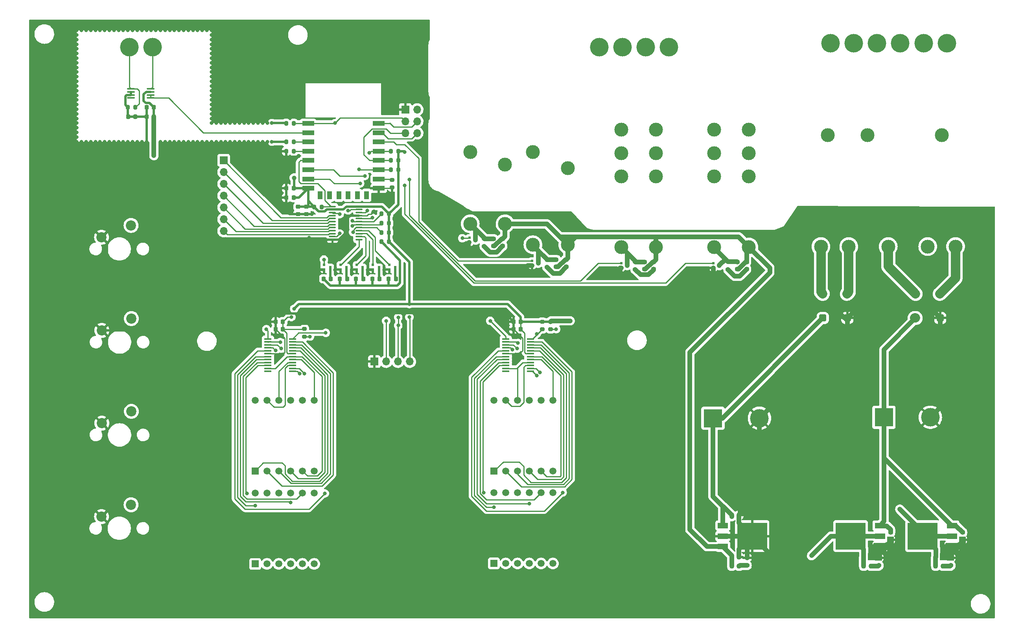
<source format=gbr>
%TF.GenerationSoftware,KiCad,Pcbnew,(6.0.9)*%
%TF.CreationDate,2022-12-30T23:11:10-05:00*%
%TF.ProjectId,reflow,7265666c-6f77-42e6-9b69-6361645f7063,rev?*%
%TF.SameCoordinates,Original*%
%TF.FileFunction,Copper,L1,Top*%
%TF.FilePolarity,Positive*%
%FSLAX46Y46*%
G04 Gerber Fmt 4.6, Leading zero omitted, Abs format (unit mm)*
G04 Created by KiCad (PCBNEW (6.0.9)) date 2022-12-30 23:11:10*
%MOMM*%
%LPD*%
G01*
G04 APERTURE LIST*
G04 Aperture macros list*
%AMRoundRect*
0 Rectangle with rounded corners*
0 $1 Rounding radius*
0 $2 $3 $4 $5 $6 $7 $8 $9 X,Y pos of 4 corners*
0 Add a 4 corners polygon primitive as box body*
4,1,4,$2,$3,$4,$5,$6,$7,$8,$9,$2,$3,0*
0 Add four circle primitives for the rounded corners*
1,1,$1+$1,$2,$3*
1,1,$1+$1,$4,$5*
1,1,$1+$1,$6,$7*
1,1,$1+$1,$8,$9*
0 Add four rect primitives between the rounded corners*
20,1,$1+$1,$2,$3,$4,$5,0*
20,1,$1+$1,$4,$5,$6,$7,0*
20,1,$1+$1,$6,$7,$8,$9,0*
20,1,$1+$1,$8,$9,$2,$3,0*%
G04 Aperture macros list end*
%TA.AperFunction,ComponentPad*%
%ADD10C,4.000000*%
%TD*%
%TA.AperFunction,ComponentPad*%
%ADD11R,1.700000X1.700000*%
%TD*%
%TA.AperFunction,ComponentPad*%
%ADD12O,1.700000X1.700000*%
%TD*%
%TA.AperFunction,ComponentPad*%
%ADD13R,1.500000X1.500000*%
%TD*%
%TA.AperFunction,ComponentPad*%
%ADD14C,1.500000*%
%TD*%
%TA.AperFunction,SMDPad,CuDef*%
%ADD15RoundRect,0.218750X0.256250X-0.218750X0.256250X0.218750X-0.256250X0.218750X-0.256250X-0.218750X0*%
%TD*%
%TA.AperFunction,SMDPad,CuDef*%
%ADD16R,1.600000X0.410000*%
%TD*%
%TA.AperFunction,SMDPad,CuDef*%
%ADD17RoundRect,0.218750X0.218750X0.256250X-0.218750X0.256250X-0.218750X-0.256250X0.218750X-0.256250X0*%
%TD*%
%TA.AperFunction,SMDPad,CuDef*%
%ADD18RoundRect,0.200000X0.200000X0.275000X-0.200000X0.275000X-0.200000X-0.275000X0.200000X-0.275000X0*%
%TD*%
%TA.AperFunction,SMDPad,CuDef*%
%ADD19RoundRect,0.200000X-0.275000X0.200000X-0.275000X-0.200000X0.275000X-0.200000X0.275000X0.200000X0*%
%TD*%
%TA.AperFunction,SMDPad,CuDef*%
%ADD20R,0.600000X0.500000*%
%TD*%
%TA.AperFunction,SMDPad,CuDef*%
%ADD21RoundRect,0.200000X0.275000X-0.200000X0.275000X0.200000X-0.275000X0.200000X-0.275000X-0.200000X0*%
%TD*%
%TA.AperFunction,SMDPad,CuDef*%
%ADD22RoundRect,0.225000X-0.250000X0.225000X-0.250000X-0.225000X0.250000X-0.225000X0.250000X0.225000X0*%
%TD*%
%TA.AperFunction,SMDPad,CuDef*%
%ADD23R,2.200000X1.200000*%
%TD*%
%TA.AperFunction,SMDPad,CuDef*%
%ADD24R,6.400000X5.800000*%
%TD*%
%TA.AperFunction,ComponentPad*%
%ADD25C,3.000000*%
%TD*%
%TA.AperFunction,ComponentPad*%
%ADD26R,4.000000X4.000000*%
%TD*%
%TA.AperFunction,SMDPad,CuDef*%
%ADD27RoundRect,0.225000X-0.225000X-0.250000X0.225000X-0.250000X0.225000X0.250000X-0.225000X0.250000X0*%
%TD*%
%TA.AperFunction,SMDPad,CuDef*%
%ADD28RoundRect,0.100000X-0.637500X-0.100000X0.637500X-0.100000X0.637500X0.100000X-0.637500X0.100000X0*%
%TD*%
%TA.AperFunction,SMDPad,CuDef*%
%ADD29R,2.500000X1.000000*%
%TD*%
%TA.AperFunction,SMDPad,CuDef*%
%ADD30R,1.000000X1.800000*%
%TD*%
%TA.AperFunction,SMDPad,CuDef*%
%ADD31RoundRect,0.225000X0.225000X0.250000X-0.225000X0.250000X-0.225000X-0.250000X0.225000X-0.250000X0*%
%TD*%
%TA.AperFunction,ComponentPad*%
%ADD32C,2.200000*%
%TD*%
%TA.AperFunction,SMDPad,CuDef*%
%ADD33RoundRect,0.200000X-0.200000X-0.275000X0.200000X-0.275000X0.200000X0.275000X-0.200000X0.275000X0*%
%TD*%
%TA.AperFunction,SMDPad,CuDef*%
%ADD34RoundRect,0.100000X-0.712500X-0.100000X0.712500X-0.100000X0.712500X0.100000X-0.712500X0.100000X0*%
%TD*%
%TA.AperFunction,SMDPad,CuDef*%
%ADD35RoundRect,0.400000X0.400000X0.400000X-0.400000X0.400000X-0.400000X-0.400000X0.400000X-0.400000X0*%
%TD*%
%TA.AperFunction,ViaPad*%
%ADD36C,1.000000*%
%TD*%
%TA.AperFunction,ViaPad*%
%ADD37C,0.800000*%
%TD*%
%TA.AperFunction,Conductor*%
%ADD38C,1.000000*%
%TD*%
%TA.AperFunction,Conductor*%
%ADD39C,0.250000*%
%TD*%
%TA.AperFunction,Conductor*%
%ADD40C,0.500000*%
%TD*%
%TA.AperFunction,Conductor*%
%ADD41C,2.000000*%
%TD*%
G04 APERTURE END LIST*
D10*
%TO.P,J2,7,Pin_7*%
%TO.N,120VAC H*%
X211100000Y-28600000D03*
%TO.P,J2,6,Pin_6*%
%TO.N,Earth*%
X216100000Y-28600000D03*
%TO.P,J2,4,Pin_4*%
%TO.N,120VAC N*%
X221100000Y-28600000D03*
%TO.P,J2,3,Pin_3*%
X226100000Y-28600000D03*
%TO.P,J2,2,Pin_2*%
X231100000Y-28600000D03*
%TO.P,J2,1,Pin_1*%
X236100000Y-28600000D03*
%TD*%
D11*
%TO.P,J6,1,Pin_1*%
%TO.N,/IO/IOX_00*%
X80400000Y-53800000D03*
D12*
%TO.P,J6,2,Pin_2*%
%TO.N,/IO/IOX_01*%
X80400000Y-56340000D03*
%TO.P,J6,3,Pin_3*%
%TO.N,/IO/IOX_02*%
X80400000Y-58880000D03*
%TO.P,J6,4,Pin_4*%
%TO.N,/IO/IOX_03*%
X80400000Y-61420000D03*
%TO.P,J6,5,Pin_5*%
%TO.N,/IO/IOX_04*%
X80400000Y-63960000D03*
%TO.P,J6,6,Pin_6*%
%TO.N,/IO/IOX_05*%
X80400000Y-66500000D03*
%TO.P,J6,7,Pin_7*%
%TO.N,/IO/IOX_06*%
X80400000Y-69040000D03*
%TD*%
D13*
%TO.P,U9,1,e*%
%TO.N,/DISPLAY/DISP_DVR1_E*%
X87200000Y-120742500D03*
D14*
%TO.P,U9,2,d*%
%TO.N,/DISPLAY/DISP_DVR1_D*%
X89740000Y-120742500D03*
%TO.P,U9,3,DPX*%
%TO.N,/DISPLAY/DISP_DVR1_DP*%
X92280000Y-120742500D03*
%TO.P,U9,4,c*%
%TO.N,/DISPLAY/DISP_DVR1_C*%
X94820000Y-120742500D03*
%TO.P,U9,5,g*%
%TO.N,/DISPLAY/DISP_DVR1_G*%
X97360000Y-120742500D03*
%TO.P,U9,6,CC4*%
%TO.N,/DISPLAY/DISP_DVR1_3*%
X99900000Y-120742500D03*
%TO.P,U9,7,b*%
%TO.N,/DISPLAY/DISP_DVR1_B*%
X99900000Y-105502500D03*
%TO.P,U9,8,CC3*%
%TO.N,/DISPLAY/DISP_DVR1_2*%
X97360000Y-105502500D03*
%TO.P,U9,9,CC2*%
%TO.N,/DISPLAY/DISP_DVR1_1*%
X94820000Y-105502500D03*
%TO.P,U9,10,f*%
%TO.N,/DISPLAY/DISP_DVR1_F*%
X92280000Y-105502500D03*
%TO.P,U9,11,a*%
%TO.N,/DISPLAY/DISP_DVR1_A*%
X89740000Y-105502500D03*
%TO.P,U9,12,CC1*%
%TO.N,/DISPLAY/DISP_DVR1_0*%
X87200000Y-105502500D03*
%TD*%
D13*
%TO.P,U10,1,e*%
%TO.N,/DISPLAY/DISP_DVR1_E*%
X87200000Y-140800000D03*
D14*
%TO.P,U10,2,d*%
%TO.N,/DISPLAY/DISP_DVR1_D*%
X89740000Y-140800000D03*
%TO.P,U10,3,DPX*%
%TO.N,/DISPLAY/DISP_DVR1_DP*%
X92280000Y-140800000D03*
%TO.P,U10,4,c*%
%TO.N,/DISPLAY/DISP_DVR1_C*%
X94820000Y-140800000D03*
%TO.P,U10,5,g*%
%TO.N,/DISPLAY/DISP_DVR1_G*%
X97360000Y-140800000D03*
%TO.P,U10,6,CC4*%
%TO.N,/DISPLAY/DISP_DVR1_7*%
X99900000Y-140800000D03*
%TO.P,U10,7,b*%
%TO.N,/DISPLAY/DISP_DVR1_B*%
X99900000Y-125560000D03*
%TO.P,U10,8,CC3*%
%TO.N,/DISPLAY/DISP_DVR1_6*%
X97360000Y-125560000D03*
%TO.P,U10,9,CC2*%
%TO.N,/DISPLAY/DISP_DVR1_5*%
X94820000Y-125560000D03*
%TO.P,U10,10,f*%
%TO.N,/DISPLAY/DISP_DVR1_F*%
X92280000Y-125560000D03*
%TO.P,U10,11,a*%
%TO.N,/DISPLAY/DISP_DVR1_A*%
X89740000Y-125560000D03*
%TO.P,U10,12,CC1*%
%TO.N,/DISPLAY/DISP_DVR1_4*%
X87200000Y-125560000D03*
%TD*%
D15*
%TO.P,D7,1,K*%
%TO.N,Net-(D7-Pad1)*%
X140500000Y-72287500D03*
%TO.P,D7,2,A*%
%TO.N,+12V*%
X140500000Y-70712500D03*
%TD*%
D16*
%TO.P,U7,1,SDA*%
%TO.N,ESP_I2C_SDA*%
X89945700Y-92307500D03*
%TO.P,U7,2,DIG0*%
%TO.N,/DISPLAY/DISP_DVR1_0*%
X89945700Y-92942500D03*
%TO.P,U7,3,DIG1*%
%TO.N,/DISPLAY/DISP_DVR1_1*%
X89945700Y-93577500D03*
%TO.P,U7,4,DIG2*%
%TO.N,/DISPLAY/DISP_DVR1_2*%
X89945700Y-94212500D03*
%TO.P,U7,5,DIG3*%
%TO.N,/DISPLAY/DISP_DVR1_3*%
X89945700Y-94847500D03*
%TO.P,U7,6,GND*%
%TO.N,GND*%
X89945700Y-95482500D03*
%TO.P,U7,7,DIG4*%
%TO.N,/DISPLAY/DISP_DVR1_4*%
X89945700Y-96117500D03*
%TO.P,U7,8,DIG5*%
%TO.N,/DISPLAY/DISP_DVR1_5*%
X89945700Y-96752500D03*
%TO.P,U7,9,DIG6*%
%TO.N,/DISPLAY/DISP_DVR1_6*%
X89945700Y-97387500D03*
%TO.P,U7,10,DIG7*%
%TO.N,/DISPLAY/DISP_DVR1_7*%
X89945700Y-98022500D03*
%TO.P,U7,11,KEYA*%
%TO.N,/DISPLAY/DISP_DVR1_G*%
X89945700Y-98657500D03*
%TO.P,U7,12,KEYB*%
%TO.N,/DISPLAY/DISP_DVR1_KB*%
X89945700Y-99292500D03*
%TO.P,U7,13,ISET*%
%TO.N,/DISPLAY/DISP_DVR1_BR*%
X95254300Y-99292500D03*
%TO.P,U7,14,SCL*%
%TO.N,ESP_I2C_SCL*%
X95254300Y-98657500D03*
%TO.P,U7,15,SEGA*%
%TO.N,/DISPLAY/DISP_DVR1_A*%
X95254300Y-98022500D03*
%TO.P,U7,16,SEGF*%
%TO.N,/DISPLAY/DISP_DVR1_F*%
X95254300Y-97387500D03*
%TO.P,U7,17,SEGB*%
%TO.N,/DISPLAY/DISP_DVR1_B*%
X95254300Y-96752500D03*
%TO.P,U7,18,SEGG*%
%TO.N,/DISPLAY/DISP_DVR1_G*%
X95254300Y-96117500D03*
%TO.P,U7,19,VDD*%
%TO.N,+3V3*%
X95254300Y-95482500D03*
%TO.P,U7,20,SEGC*%
%TO.N,/DISPLAY/DISP_DVR1_C*%
X95254300Y-94847500D03*
%TO.P,U7,21,SEGE*%
%TO.N,/DISPLAY/DISP_DVR1_E*%
X95254300Y-94212500D03*
%TO.P,U7,22,SEGDP*%
%TO.N,/DISPLAY/DISP_DVR1_DP*%
X95254300Y-93577500D03*
%TO.P,U7,23,SEGD*%
%TO.N,/DISPLAY/DISP_DVR1_D*%
X95254300Y-92942500D03*
%TO.P,U7,24,IRQ*%
%TO.N,DISP_IRQ*%
X95254300Y-92307500D03*
%TD*%
D17*
%TO.P,D18,1,K*%
%TO.N,/IO/RUNNING_R_A*%
X103487500Y-79350000D03*
%TO.P,D18,2,A*%
%TO.N,Net-(D14-Pad2)*%
X101912500Y-79350000D03*
%TD*%
D18*
%TO.P,R17,1*%
%TO.N,+3V3*%
X116025000Y-65350000D03*
%TO.P,R17,2*%
%TO.N,/IO/UP*%
X114375000Y-65350000D03*
%TD*%
D10*
%TO.P,J3,1,Pin_1*%
%TO.N,THERMO -*%
X60100000Y-29400000D03*
%TO.P,J3,2,Pin_2*%
%TO.N,THERMO +*%
X65100000Y-29400000D03*
%TD*%
D17*
%TO.P,D15,1,K*%
%TO.N,/IO/WIFI_OR_A*%
X113987500Y-79350000D03*
%TO.P,D15,2,A*%
%TO.N,Net-(D14-Pad2)*%
X112412500Y-79350000D03*
%TD*%
D19*
%TO.P,R23,1*%
%TO.N,+3V3*%
X150800000Y-88575000D03*
%TO.P,R23,2*%
%TO.N,/DISPLAY/DISP_DVR2_BR*%
X150800000Y-90225000D03*
%TD*%
D20*
%TO.P,Q3,1,G*%
%TO.N,HTR3_G*%
X146850000Y-75500000D03*
%TO.P,Q3,2,S*%
%TO.N,GND*%
X146850000Y-76500000D03*
%TO.P,Q3,3,D*%
%TO.N,/HTR3_C*%
X148150000Y-76000000D03*
%TD*%
D21*
%TO.P,R15,1*%
%TO.N,Net-(D13-Pad1)*%
X221500000Y-141125000D03*
%TO.P,R15,2*%
%TO.N,GND*%
X221500000Y-139475000D03*
%TD*%
D20*
%TO.P,Q6,1,G*%
%TO.N,/IO/READY_G*%
X105550000Y-76350000D03*
%TO.P,Q6,2,S*%
%TO.N,GND*%
X105550000Y-77350000D03*
%TO.P,Q6,3,D*%
%TO.N,/IO/READY_G_A*%
X106850000Y-76850000D03*
%TD*%
D18*
%TO.P,R9,1*%
%TO.N,+3V3*%
X118025000Y-53850000D03*
%TO.P,R9,2*%
%TO.N,ESP_IO_0*%
X116375000Y-53850000D03*
%TD*%
%TO.P,R11,1*%
%TO.N,+3V3*%
X118025000Y-55850000D03*
%TO.P,R11,2*%
%TO.N,ESP_I2C_SCL*%
X116375000Y-55850000D03*
%TD*%
D21*
%TO.P,R3,1*%
%TO.N,Net-(D3-Pad1)*%
X150000000Y-76825000D03*
%TO.P,R3,2*%
%TO.N,/HTR3_C*%
X150000000Y-75175000D03*
%TD*%
%TO.P,R2,1*%
%TO.N,Net-(D2-Pad1)*%
X169000000Y-77325000D03*
%TO.P,R2,2*%
%TO.N,/HTR2_C*%
X169000000Y-75675000D03*
%TD*%
D16*
%TO.P,U8,1,SDA*%
%TO.N,ESP_I2C_SDA*%
X141145700Y-92307500D03*
%TO.P,U8,2,DIG0*%
%TO.N,/DISPLAY/DISP_DVR2_0*%
X141145700Y-92942500D03*
%TO.P,U8,3,DIG1*%
%TO.N,/DISPLAY/DISP_DVR2_1*%
X141145700Y-93577500D03*
%TO.P,U8,4,DIG2*%
%TO.N,/DISPLAY/DISP_DVR2_2*%
X141145700Y-94212500D03*
%TO.P,U8,5,DIG3*%
%TO.N,/DISPLAY/DISP_DVR2_3*%
X141145700Y-94847500D03*
%TO.P,U8,6,GND*%
%TO.N,GND*%
X141145700Y-95482500D03*
%TO.P,U8,7,DIG4*%
%TO.N,/DISPLAY/DISP_DVR2_4*%
X141145700Y-96117500D03*
%TO.P,U8,8,DIG5*%
%TO.N,/DISPLAY/DISP_DVR2_5*%
X141145700Y-96752500D03*
%TO.P,U8,9,DIG6*%
%TO.N,/DISPLAY/DISP_DVR2_6*%
X141145700Y-97387500D03*
%TO.P,U8,10,DIG7*%
%TO.N,/DISPLAY/DISP_DVR2_7*%
X141145700Y-98022500D03*
%TO.P,U8,11,KEYA*%
%TO.N,/DISPLAY/DISP_DVR2_F*%
X141145700Y-98657500D03*
%TO.P,U8,12,KEYB*%
%TO.N,/DISPLAY/DISP_DVR2_KB*%
X141145700Y-99292500D03*
%TO.P,U8,13,ISET*%
%TO.N,/DISPLAY/DISP_DVR2_BR*%
X146454300Y-99292500D03*
%TO.P,U8,14,SCL*%
%TO.N,ESP_I2C_SCL*%
X146454300Y-98657500D03*
%TO.P,U8,15,SEGA*%
%TO.N,/DISPLAY/DISP_DVR2_A*%
X146454300Y-98022500D03*
%TO.P,U8,16,SEGF*%
%TO.N,/DISPLAY/DISP_DVR2_F*%
X146454300Y-97387500D03*
%TO.P,U8,17,SEGB*%
%TO.N,/DISPLAY/DISP_DVR2_B*%
X146454300Y-96752500D03*
%TO.P,U8,18,SEGG*%
%TO.N,/DISPLAY/DISP_DVR2_G*%
X146454300Y-96117500D03*
%TO.P,U8,19,VDD*%
%TO.N,+3V3*%
X146454300Y-95482500D03*
%TO.P,U8,20,SEGC*%
%TO.N,/DISPLAY/DISP_DVR2_C*%
X146454300Y-94847500D03*
%TO.P,U8,21,SEGE*%
%TO.N,/DISPLAY/DISP_DVR2_E*%
X146454300Y-94212500D03*
%TO.P,U8,22,SEGDP*%
%TO.N,/DISPLAY/DISP_DVR2_DP*%
X146454300Y-93577500D03*
%TO.P,U8,23,SEGD*%
%TO.N,/DISPLAY/DISP_DVR2_D*%
X146454300Y-92942500D03*
%TO.P,U8,24,IRQ*%
%TO.N,DISP_IRQ*%
X146454300Y-92307500D03*
%TD*%
D20*
%TO.P,Q2,1,G*%
%TO.N,HTR2_G*%
X166000000Y-76000000D03*
%TO.P,Q2,2,S*%
%TO.N,GND*%
X166000000Y-77000000D03*
%TO.P,Q2,3,D*%
%TO.N,/HTR2_C*%
X167300000Y-76500000D03*
%TD*%
D22*
%TO.P,C14,1*%
%TO.N,+3V3*%
X96400000Y-63825000D03*
%TO.P,C14,2*%
%TO.N,GND*%
X96400000Y-65375000D03*
%TD*%
D15*
%TO.P,D2,1,K*%
%TO.N,Net-(D2-Pad1)*%
X173000000Y-77287500D03*
%TO.P,D2,2,A*%
%TO.N,+12V*%
X173000000Y-75712500D03*
%TD*%
D20*
%TO.P,Q5,1,G*%
%TO.N,/IO/WIFI_OR*%
X112550000Y-76350000D03*
%TO.P,Q5,2,S*%
%TO.N,GND*%
X112550000Y-77350000D03*
%TO.P,Q5,3,D*%
%TO.N,/IO/WIFI_OR_A*%
X113850000Y-76850000D03*
%TD*%
D15*
%TO.P,D1,1,K*%
%TO.N,Net-(D1-Pad1)*%
X193000000Y-77287500D03*
%TO.P,D1,2,A*%
%TO.N,+12V*%
X193000000Y-75712500D03*
%TD*%
D19*
%TO.P,R21,1*%
%TO.N,+3V3*%
X149000000Y-88575000D03*
%TO.P,R21,2*%
%TO.N,DISP_IRQ*%
X149000000Y-90225000D03*
%TD*%
D23*
%TO.P,U5,1,GND*%
%TO.N,GND*%
X221700000Y-137080000D03*
D24*
%TO.P,U5,2,VO*%
%TO.N,+3.3VA*%
X215400000Y-134800000D03*
D23*
X221700000Y-134800000D03*
%TO.P,U5,3,VI*%
%TO.N,/POWER/10.94VDC*%
X221700000Y-132520000D03*
%TD*%
D25*
%TO.P,K2,1*%
%TO.N,/HTR2_C*%
X166000000Y-72500000D03*
%TO.P,K2,3*%
%TO.N,unconnected-(K2-Pad3)*%
X166000000Y-57250000D03*
%TO.P,K2,4*%
%TO.N,120VAC H*%
X166000000Y-52250000D03*
%TO.P,K2,5*%
%TO.N,HTR2_H*%
X166000000Y-47250000D03*
%TO.P,K2,8*%
X173500000Y-47250000D03*
%TO.P,K2,9*%
%TO.N,120VAC H*%
X173500000Y-52250000D03*
%TO.P,K2,10*%
%TO.N,unconnected-(K2-Pad10)*%
X173500000Y-57250000D03*
%TO.P,K2,12*%
%TO.N,+12V*%
X173500000Y-72500000D03*
%TD*%
D26*
%TO.P,C7,1*%
%TO.N,/POWER/10.94VDC*%
X222569501Y-109200000D03*
D10*
%TO.P,C7,2*%
%TO.N,GND*%
X232569501Y-109200000D03*
%TD*%
D27*
%TO.P,C8,1*%
%TO.N,/POWER/16.33VDC*%
X189825000Y-130300000D03*
%TO.P,C8,2*%
%TO.N,GND*%
X191375000Y-130300000D03*
%TD*%
D15*
%TO.P,D5,1,K*%
%TO.N,+12V*%
X171000000Y-77287500D03*
%TO.P,D5,2,A*%
%TO.N,/HTR2_C*%
X171000000Y-75712500D03*
%TD*%
D18*
%TO.P,R16,1*%
%TO.N,PI4_INT*%
X101525000Y-63850000D03*
%TO.P,R16,2*%
%TO.N,+3V3*%
X99875000Y-63850000D03*
%TD*%
D27*
%TO.P,C1,1*%
%TO.N,GND*%
X93925000Y-59850000D03*
%TO.P,C1,2*%
%TO.N,+3V3*%
X95475000Y-59850000D03*
%TD*%
D17*
%TO.P,D12,1,K*%
%TO.N,Net-(D12-Pad1)*%
X235287500Y-141300000D03*
%TO.P,D12,2,A*%
%TO.N,+3V3*%
X233712500Y-141300000D03*
%TD*%
D22*
%TO.P,C9,1*%
%TO.N,/POWER/10.94VDC*%
X239500000Y-134025000D03*
%TO.P,C9,2*%
%TO.N,GND*%
X239500000Y-135575000D03*
%TD*%
D28*
%TO.P,U6,1,INT*%
%TO.N,PI4_INT*%
X103837500Y-63775000D03*
%TO.P,U6,2,VDD_I2C*%
%TO.N,+3V3*%
X103837500Y-64425000D03*
%TO.P,U6,3,RESET*%
%TO.N,RST*%
X103837500Y-65075000D03*
%TO.P,U6,4,P0_0*%
%TO.N,/IO/IOX_00*%
X103837500Y-65725000D03*
%TO.P,U6,5,P0_1*%
%TO.N,/IO/IOX_01*%
X103837500Y-66375000D03*
%TO.P,U6,6,P0_2*%
%TO.N,/IO/IOX_02*%
X103837500Y-67025000D03*
%TO.P,U6,7,P0_3*%
%TO.N,/IO/IOX_03*%
X103837500Y-67675000D03*
%TO.P,U6,8,P0_4*%
%TO.N,/IO/IOX_04*%
X103837500Y-68325000D03*
%TO.P,U6,9,P0_5*%
%TO.N,/IO/IOX_05*%
X103837500Y-68975000D03*
%TO.P,U6,10,P0_6*%
%TO.N,/IO/IOX_06*%
X103837500Y-69625000D03*
%TO.P,U6,11,P0_7*%
%TO.N,/IO/RUNNING_R*%
X103837500Y-70275000D03*
%TO.P,U6,12,VSS*%
%TO.N,GND*%
X103837500Y-70925000D03*
%TO.P,U6,13,P1_0*%
%TO.N,/IO/READY_G*%
X109562500Y-70925000D03*
%TO.P,U6,14,P1_1*%
%TO.N,/IO/WIFI_R*%
X109562500Y-70275000D03*
%TO.P,U6,15,P1_2*%
%TO.N,/IO/WIFI_OR*%
X109562500Y-69625000D03*
%TO.P,U6,16,P1_3*%
%TO.N,/IO/WIFI_G*%
X109562500Y-68975000D03*
%TO.P,U6,17,P1_4*%
%TO.N,/IO/ENT*%
X109562500Y-68325000D03*
%TO.P,U6,18,P1_5*%
%TO.N,/IO/DWN*%
X109562500Y-67675000D03*
%TO.P,U6,19,P1_6*%
%TO.N,/IO/UP*%
X109562500Y-67025000D03*
%TO.P,U6,20,P1_7*%
%TO.N,FAN_G*%
X109562500Y-66375000D03*
%TO.P,U6,21,ADDR*%
%TO.N,GND*%
X109562500Y-65725000D03*
%TO.P,U6,22,SCL*%
%TO.N,ESP_I2C_SCL*%
X109562500Y-65075000D03*
%TO.P,U6,23,SDA*%
%TO.N,ESP_I2C_SDA*%
X109562500Y-64425000D03*
%TO.P,U6,24,VDD*%
%TO.N,+3V3*%
X109562500Y-63775000D03*
%TD*%
D29*
%TO.P,U1,1,~{RST}*%
%TO.N,RST*%
X98600000Y-45850000D03*
%TO.P,U1,2,ADC*%
%TO.N,ESP_ADC*%
X98600000Y-47850000D03*
%TO.P,U1,3,EN*%
%TO.N,Net-(R5-Pad2)*%
X98600000Y-49850000D03*
%TO.P,U1,4,GPIO16*%
%TO.N,Net-(R8-Pad1)*%
X98600000Y-51850000D03*
%TO.P,U1,5,GPIO14*%
%TO.N,PI4_INT*%
X98600000Y-53850000D03*
%TO.P,U1,6,GPIO12*%
%TO.N,HTR2_G*%
X98600000Y-55850000D03*
%TO.P,U1,7,GPIO13*%
%TO.N,HTR1_G*%
X98600000Y-57850000D03*
%TO.P,U1,8,VCC*%
%TO.N,+3V3*%
X98600000Y-59850000D03*
D30*
%TO.P,U1,9,CS0*%
%TO.N,unconnected-(U1-Pad9)*%
X101200000Y-61350000D03*
%TO.P,U1,10,MISO*%
%TO.N,unconnected-(U1-Pad10)*%
X103200000Y-61350000D03*
%TO.P,U1,11,GPIO9*%
%TO.N,unconnected-(U1-Pad11)*%
X105200000Y-61350000D03*
%TO.P,U1,12,GPIO10*%
%TO.N,unconnected-(U1-Pad12)*%
X107200000Y-61350000D03*
%TO.P,U1,13,MOSI*%
%TO.N,unconnected-(U1-Pad13)*%
X109200000Y-61350000D03*
%TO.P,U1,14,SCLK*%
%TO.N,unconnected-(U1-Pad14)*%
X111200000Y-61350000D03*
D29*
%TO.P,U1,15,GND*%
%TO.N,GND*%
X113800000Y-59850000D03*
%TO.P,U1,16,GPIO15*%
%TO.N,Net-(R10-Pad1)*%
X113800000Y-57850000D03*
%TO.P,U1,17,GPIO2*%
%TO.N,ESP_I2C_SCL*%
X113800000Y-55850000D03*
%TO.P,U1,18,GPIO0*%
%TO.N,ESP_IO_0*%
X113800000Y-53850000D03*
%TO.P,U1,19,GPIO4*%
%TO.N,ESP_I2C_SDA*%
X113800000Y-51850000D03*
%TO.P,U1,20,GPIO5*%
%TO.N,HTR3_G*%
X113800000Y-49850000D03*
%TO.P,U1,21,GPIO3/RXD*%
%TO.N,ESP_RX*%
X113800000Y-47850000D03*
%TO.P,U1,22,GPIO1/TXD*%
%TO.N,ESP_TX*%
X113800000Y-45850000D03*
%TD*%
D22*
%TO.P,C10,1*%
%TO.N,/POWER/10.94VDC*%
X224000000Y-134025000D03*
%TO.P,C10,2*%
%TO.N,GND*%
X224000000Y-135575000D03*
%TD*%
D21*
%TO.P,R14,1*%
%TO.N,Net-(D12-Pad1)*%
X237000000Y-141125000D03*
%TO.P,R14,2*%
%TO.N,GND*%
X237000000Y-139475000D03*
%TD*%
D23*
%TO.P,U3,3,OUT*%
%TO.N,+12V*%
X187900000Y-137080000D03*
%TO.P,U3,2,GND*%
%TO.N,GND*%
X187900000Y-134800000D03*
D24*
X194200000Y-134800000D03*
D23*
%TO.P,U3,1,IN*%
%TO.N,/POWER/16.33VDC*%
X187900000Y-132520000D03*
%TD*%
D18*
%TO.P,R8,1*%
%TO.N,Net-(R8-Pad1)*%
X95525000Y-51850000D03*
%TO.P,R8,2*%
%TO.N,GND*%
X93875000Y-51850000D03*
%TD*%
%TO.P,R12,1*%
%TO.N,+3V3*%
X118025000Y-51850000D03*
%TO.P,R12,2*%
%TO.N,ESP_I2C_SDA*%
X116375000Y-51850000D03*
%TD*%
D20*
%TO.P,Q9,1,G*%
%TO.N,/IO/RUNNING_R*%
X102050000Y-76350000D03*
%TO.P,Q9,2,S*%
%TO.N,GND*%
X102050000Y-77350000D03*
%TO.P,Q9,3,D*%
%TO.N,/IO/RUNNING_R_A*%
X103350000Y-76850000D03*
%TD*%
D31*
%TO.P,C18,1*%
%TO.N,+3V3*%
X93175000Y-88600000D03*
%TO.P,C18,2*%
%TO.N,GND*%
X91625000Y-88600000D03*
%TD*%
D32*
%TO.P,SW1,1,1*%
%TO.N,/IO/UP*%
X60540000Y-87920000D03*
%TO.P,SW1,2,2*%
%TO.N,GND*%
X54190000Y-90460000D03*
%TD*%
D17*
%TO.P,D11,2,A*%
%TO.N,+12V*%
X189812500Y-141300000D03*
%TO.P,D11,1,K*%
%TO.N,Net-(D11-Pad1)*%
X191387500Y-141300000D03*
%TD*%
D25*
%TO.P,K4,1*%
%TO.N,120VAC H*%
X141000000Y-54750000D03*
%TO.P,K4,2*%
%TO.N,+12V*%
X141000000Y-67500000D03*
%TO.P,K4,6*%
%TO.N,/FAN_C*%
X133500000Y-67500000D03*
%TO.P,K4,7*%
%TO.N,FAN_H*%
X133500000Y-52000000D03*
%TD*%
D19*
%TO.P,R10,1*%
%TO.N,Net-(R10-Pad1)*%
X116700000Y-58025000D03*
%TO.P,R10,2*%
%TO.N,GND*%
X116700000Y-59675000D03*
%TD*%
D11*
%TO.P,J1,1,Pin_1*%
%TO.N,GND*%
X112860000Y-97200000D03*
D12*
%TO.P,J1,2,Pin_2*%
%TO.N,ESP_I2C_SDA*%
X115400000Y-97200000D03*
%TO.P,J1,3,Pin_3*%
%TO.N,ESP_I2C_SCL*%
X117940000Y-97200000D03*
%TO.P,J1,4,Pin_4*%
%TO.N,+3V3*%
X120480000Y-97200000D03*
%TD*%
D17*
%TO.P,D14,1,K*%
%TO.N,/IO/WIFI_R_A*%
X110487500Y-79350000D03*
%TO.P,D14,2,A*%
%TO.N,Net-(D14-Pad2)*%
X108912500Y-79350000D03*
%TD*%
D25*
%TO.P,K3,7*%
%TO.N,HTR3_H*%
X147000000Y-52000000D03*
%TO.P,K3,2*%
%TO.N,+12V*%
X154500000Y-72000000D03*
%TO.P,K3,6*%
%TO.N,/HTR3_C*%
X147000000Y-72000000D03*
%TO.P,K3,1*%
%TO.N,120VAC H*%
X154500000Y-55500000D03*
%TD*%
D27*
%TO.P,C3,1*%
%TO.N,GND*%
X59825000Y-44400000D03*
%TO.P,C3,2*%
X61375000Y-44400000D03*
%TD*%
D32*
%TO.P,SW2,1,1*%
%TO.N,/IO/DWN*%
X60540000Y-107920000D03*
%TO.P,SW2,2,2*%
%TO.N,GND*%
X54190000Y-110460000D03*
%TD*%
D21*
%TO.P,R4,1*%
%TO.N,Net-(D7-Pad1)*%
X136500000Y-72325000D03*
%TO.P,R4,2*%
%TO.N,/FAN_C*%
X136500000Y-70675000D03*
%TD*%
D11*
%TO.P,J5,1,Pin_1*%
%TO.N,GND*%
X119525000Y-42875000D03*
D12*
%TO.P,J5,2,Pin_2*%
%TO.N,+3V3*%
X122065000Y-42875000D03*
%TO.P,J5,3,Pin_3*%
%TO.N,RST*%
X119525000Y-45415000D03*
%TO.P,J5,4,Pin_4*%
%TO.N,ESP_TX*%
X122065000Y-45415000D03*
%TO.P,J5,5,Pin_5*%
%TO.N,ESP_IO_0*%
X119525000Y-47955000D03*
%TO.P,J5,6,Pin_6*%
%TO.N,ESP_RX*%
X122065000Y-47955000D03*
%TD*%
D13*
%TO.P,U12,1,e*%
%TO.N,/DISPLAY/DISP_DVR2_E*%
X138600000Y-140700000D03*
D14*
%TO.P,U12,2,d*%
%TO.N,/DISPLAY/DISP_DVR2_D*%
X141140000Y-140700000D03*
%TO.P,U12,3,DPX*%
%TO.N,/DISPLAY/DISP_DVR2_DP*%
X143680000Y-140700000D03*
%TO.P,U12,4,c*%
%TO.N,/DISPLAY/DISP_DVR2_C*%
X146220000Y-140700000D03*
%TO.P,U12,5,g*%
%TO.N,/DISPLAY/DISP_DVR2_G*%
X148760000Y-140700000D03*
%TO.P,U12,6,CC4*%
%TO.N,/DISPLAY/DISP_DVR2_7*%
X151300000Y-140700000D03*
%TO.P,U12,7,b*%
%TO.N,/DISPLAY/DISP_DVR2_B*%
X151300000Y-125460000D03*
%TO.P,U12,8,CC3*%
%TO.N,/DISPLAY/DISP_DVR2_6*%
X148760000Y-125460000D03*
%TO.P,U12,9,CC2*%
%TO.N,/DISPLAY/DISP_DVR2_5*%
X146220000Y-125460000D03*
%TO.P,U12,10,f*%
%TO.N,/DISPLAY/DISP_DVR2_F*%
X143680000Y-125460000D03*
%TO.P,U12,11,a*%
%TO.N,/DISPLAY/DISP_DVR2_A*%
X141140000Y-125460000D03*
%TO.P,U12,12,CC1*%
%TO.N,/DISPLAY/DISP_DVR2_4*%
X138600000Y-125460000D03*
%TD*%
D27*
%TO.P,C2,1*%
%TO.N,GND*%
X93925000Y-61850000D03*
%TO.P,C2,2*%
%TO.N,+3V3*%
X95475000Y-61850000D03*
%TD*%
D15*
%TO.P,D3,1,K*%
%TO.N,Net-(D3-Pad1)*%
X154200000Y-76787500D03*
%TO.P,D3,2,A*%
%TO.N,+12V*%
X154200000Y-75212500D03*
%TD*%
D27*
%TO.P,C12,1*%
%TO.N,+3V3*%
X233725000Y-139300000D03*
%TO.P,C12,2*%
%TO.N,GND*%
X235275000Y-139300000D03*
%TD*%
D25*
%TO.P,K1,1*%
%TO.N,/HTR1_C*%
X186000000Y-72500000D03*
%TO.P,K1,3*%
%TO.N,unconnected-(K1-Pad3)*%
X186000000Y-57250000D03*
%TO.P,K1,4*%
%TO.N,120VAC H*%
X186000000Y-52250000D03*
%TO.P,K1,5*%
%TO.N,HTR1_H*%
X186000000Y-47250000D03*
%TO.P,K1,8*%
X193500000Y-47250000D03*
%TO.P,K1,9*%
%TO.N,120VAC H*%
X193500000Y-52250000D03*
%TO.P,K1,10*%
%TO.N,unconnected-(K1-Pad10)*%
X193500000Y-57250000D03*
%TO.P,K1,12*%
%TO.N,+12V*%
X193500000Y-72500000D03*
%TD*%
D17*
%TO.P,D13,1,K*%
%TO.N,Net-(D13-Pad1)*%
X219787500Y-141300000D03*
%TO.P,D13,2,A*%
%TO.N,+3.3VA*%
X218212500Y-141300000D03*
%TD*%
D23*
%TO.P,U4,1,GND*%
%TO.N,GND*%
X237200000Y-137080000D03*
%TO.P,U4,2,VO*%
%TO.N,+3V3*%
X237200000Y-134800000D03*
D24*
X230900000Y-134800000D03*
D23*
%TO.P,U4,3,VI*%
%TO.N,/POWER/10.94VDC*%
X237200000Y-132520000D03*
%TD*%
D33*
%TO.P,R5,1*%
%TO.N,+3V3*%
X93875000Y-49850000D03*
%TO.P,R5,2*%
%TO.N,Net-(R5-Pad2)*%
X95525000Y-49850000D03*
%TD*%
D26*
%TO.P,C6,1*%
%TO.N,/POWER/16.33VDC*%
X185769501Y-109400000D03*
D10*
%TO.P,C6,2*%
%TO.N,GND*%
X195769501Y-109400000D03*
%TD*%
D20*
%TO.P,Q8,1,G*%
%TO.N,/IO/WIFI_G*%
X116050000Y-76350000D03*
%TO.P,Q8,2,S*%
%TO.N,GND*%
X116050000Y-77350000D03*
%TO.P,Q8,3,D*%
%TO.N,/IO/WIFI_G_A*%
X117350000Y-76850000D03*
%TD*%
D34*
%TO.P,U2,1,-IN*%
%TO.N,THERMO -*%
X60487500Y-38425000D03*
%TO.P,U2,2,REF*%
%TO.N,GND*%
X60487500Y-39075000D03*
%TO.P,U2,3,-Vs*%
X60487500Y-39725000D03*
%TO.P,U2,4,NC*%
%TO.N,unconnected-(U2-Pad4)*%
X60487500Y-40375000D03*
%TO.P,U2,5,SENSE*%
%TO.N,ESP_ADC*%
X64712500Y-40375000D03*
%TO.P,U2,6*%
X64712500Y-39725000D03*
%TO.P,U2,7,+Vs*%
%TO.N,+3.3VA*%
X64712500Y-39075000D03*
%TO.P,U2,8,+IN*%
%TO.N,THERMO +*%
X64712500Y-38425000D03*
%TD*%
D18*
%TO.P,R19,1*%
%TO.N,+3V3*%
X116025000Y-69350000D03*
%TO.P,R19,2*%
%TO.N,/IO/ENT*%
X114375000Y-69350000D03*
%TD*%
D32*
%TO.P,SW4,2,2*%
%TO.N,RST*%
X60480000Y-67840000D03*
%TO.P,SW4,1,1*%
%TO.N,GND*%
X54130000Y-70380000D03*
%TD*%
D17*
%TO.P,D16,1,K*%
%TO.N,/IO/WIFI_G_A*%
X117487500Y-79350000D03*
%TO.P,D16,2,A*%
%TO.N,Net-(D14-Pad2)*%
X115912500Y-79350000D03*
%TD*%
D31*
%TO.P,C16,1*%
%TO.N,+3V3*%
X93175000Y-90200000D03*
%TO.P,C16,2*%
%TO.N,GND*%
X91625000Y-90200000D03*
%TD*%
D20*
%TO.P,Q4,1,G*%
%TO.N,FAN_G*%
X133350000Y-70500000D03*
%TO.P,Q4,2,S*%
%TO.N,GND*%
X133350000Y-71500000D03*
%TO.P,Q4,3,D*%
%TO.N,/FAN_C*%
X134650000Y-71000000D03*
%TD*%
D21*
%TO.P,R13,2*%
%TO.N,GND*%
X193100000Y-139475000D03*
%TO.P,R13,1*%
%TO.N,Net-(D11-Pad1)*%
X193100000Y-141125000D03*
%TD*%
D27*
%TO.P,C13,1*%
%TO.N,+3.3VA*%
X218225000Y-139300000D03*
%TO.P,C13,2*%
%TO.N,GND*%
X219775000Y-139300000D03*
%TD*%
%TO.P,C11,2*%
%TO.N,GND*%
X191375000Y-139300000D03*
%TO.P,C11,1*%
%TO.N,+12V*%
X189825000Y-139300000D03*
%TD*%
D20*
%TO.P,Q7,1,G*%
%TO.N,/IO/WIFI_R*%
X109050000Y-76350000D03*
%TO.P,Q7,2,S*%
%TO.N,GND*%
X109050000Y-77350000D03*
%TO.P,Q7,3,D*%
%TO.N,/IO/WIFI_R_A*%
X110350000Y-76850000D03*
%TD*%
D13*
%TO.P,U11,1,e*%
%TO.N,/DISPLAY/DISP_DVR2_E*%
X138600000Y-120800000D03*
D14*
%TO.P,U11,2,d*%
%TO.N,/DISPLAY/DISP_DVR2_D*%
X141140000Y-120800000D03*
%TO.P,U11,3,DPX*%
%TO.N,/DISPLAY/DISP_DVR2_DP*%
X143680000Y-120800000D03*
%TO.P,U11,4,c*%
%TO.N,/DISPLAY/DISP_DVR2_C*%
X146220000Y-120800000D03*
%TO.P,U11,5,g*%
%TO.N,/DISPLAY/DISP_DVR2_G*%
X148760000Y-120800000D03*
%TO.P,U11,6,CC4*%
%TO.N,/DISPLAY/DISP_DVR2_3*%
X151300000Y-120800000D03*
%TO.P,U11,7,b*%
%TO.N,/DISPLAY/DISP_DVR2_B*%
X151300000Y-105560000D03*
%TO.P,U11,8,CC3*%
%TO.N,/DISPLAY/DISP_DVR2_2*%
X148760000Y-105560000D03*
%TO.P,U11,9,CC2*%
%TO.N,/DISPLAY/DISP_DVR2_1*%
X146220000Y-105560000D03*
%TO.P,U11,10,f*%
%TO.N,/DISPLAY/DISP_DVR2_F*%
X143680000Y-105560000D03*
%TO.P,U11,11,a*%
%TO.N,/DISPLAY/DISP_DVR2_A*%
X141140000Y-105560000D03*
%TO.P,U11,12,CC1*%
%TO.N,/DISPLAY/DISP_DVR2_0*%
X138600000Y-105560000D03*
%TD*%
D18*
%TO.P,R18,1*%
%TO.N,+3V3*%
X116025000Y-67350000D03*
%TO.P,R18,2*%
%TO.N,/IO/DWN*%
X114375000Y-67350000D03*
%TD*%
D27*
%TO.P,C5,1*%
%TO.N,GND*%
X63825000Y-44400000D03*
%TO.P,C5,2*%
%TO.N,+3.3VA*%
X65375000Y-44400000D03*
%TD*%
D33*
%TO.P,R6,1*%
%TO.N,+3V3*%
X93875000Y-45850000D03*
%TO.P,R6,2*%
%TO.N,RST*%
X95525000Y-45850000D03*
%TD*%
D19*
%TO.P,R22,1*%
%TO.N,+3V3*%
X97800000Y-90175000D03*
%TO.P,R22,2*%
%TO.N,/DISPLAY/DISP_DVR1_BR*%
X97800000Y-91825000D03*
%TD*%
D31*
%TO.P,C19,1*%
%TO.N,+3V3*%
X144375000Y-88600000D03*
%TO.P,C19,2*%
%TO.N,GND*%
X142825000Y-88600000D03*
%TD*%
D25*
%TO.P,TRE1,0*%
%TO.N,N/C*%
X219000000Y-48400000D03*
%TO.P,TRE1,3*%
%TO.N,120VAC N*%
X235000000Y-48400000D03*
%TO.P,TRE1,4*%
%TO.N,120VAC H*%
X210500000Y-48400000D03*
%TO.P,TRE1,5*%
%TO.N,16.33 N*%
X209000000Y-72400000D03*
%TO.P,TRE1,7*%
%TO.N,16.33VAC H*%
X215000000Y-72400000D03*
%TO.P,TRE1,8*%
%TO.N,10.94VAC H*%
X223500000Y-72400000D03*
%TO.P,TRE1,9*%
%TO.N,unconnected-(TRE1-Pad9)*%
X232000000Y-72400000D03*
%TO.P,TRE1,10*%
%TO.N,10.94VAC N*%
X238000000Y-72400000D03*
%TD*%
D35*
%TO.P,D10,1,+*%
%TO.N,/POWER/10.94VDC*%
X229400000Y-87800000D03*
%TO.P,D10,2,-*%
%TO.N,GND*%
X234700000Y-87800000D03*
%TO.P,D10,3*%
%TO.N,10.94VAC H*%
X229400000Y-82600000D03*
%TO.P,D10,4*%
%TO.N,10.94VAC N*%
X234600000Y-82600000D03*
%TD*%
D27*
%TO.P,C4,1*%
%TO.N,GND*%
X63825000Y-42400000D03*
%TO.P,C4,2*%
%TO.N,+3.3VA*%
X65375000Y-42400000D03*
%TD*%
D15*
%TO.P,D4,1,K*%
%TO.N,+12V*%
X191000000Y-77287500D03*
%TO.P,D4,2,A*%
%TO.N,/HTR1_C*%
X191000000Y-75712500D03*
%TD*%
D33*
%TO.P,R7,1*%
%TO.N,GND*%
X59775000Y-42400000D03*
%TO.P,R7,2*%
%TO.N,THERMO -*%
X61425000Y-42400000D03*
%TD*%
D35*
%TO.P,D9,1,+*%
%TO.N,/POWER/16.33VDC*%
X209400000Y-87800000D03*
%TO.P,D9,2,-*%
%TO.N,GND*%
X214700000Y-87800000D03*
%TO.P,D9,3*%
%TO.N,16.33 N*%
X209400000Y-82600000D03*
%TO.P,D9,4*%
%TO.N,16.33VAC H*%
X214600000Y-82600000D03*
%TD*%
D22*
%TO.P,C15,1*%
%TO.N,+3V3*%
X98200000Y-63825000D03*
%TO.P,C15,2*%
%TO.N,GND*%
X98200000Y-65375000D03*
%TD*%
D15*
%TO.P,D8,1,K*%
%TO.N,+12V*%
X138500000Y-72287500D03*
%TO.P,D8,2,A*%
%TO.N,/FAN_C*%
X138500000Y-70712500D03*
%TD*%
D21*
%TO.P,R1,1*%
%TO.N,Net-(D1-Pad1)*%
X189000000Y-77325000D03*
%TO.P,R1,2*%
%TO.N,/HTR1_C*%
X189000000Y-75675000D03*
%TD*%
D33*
%TO.P,R20,1*%
%TO.N,Net-(D14-Pad2)*%
X114375000Y-71350000D03*
%TO.P,R20,2*%
%TO.N,+3V3*%
X116025000Y-71350000D03*
%TD*%
D15*
%TO.P,D6,1,K*%
%TO.N,+12V*%
X152000000Y-76787500D03*
%TO.P,D6,2,A*%
%TO.N,/HTR3_C*%
X152000000Y-75212500D03*
%TD*%
D20*
%TO.P,Q1,1,G*%
%TO.N,HTR1_G*%
X185850000Y-76000000D03*
%TO.P,Q1,2,S*%
%TO.N,GND*%
X185850000Y-77000000D03*
%TO.P,Q1,3,D*%
%TO.N,/HTR1_C*%
X187150000Y-76500000D03*
%TD*%
D17*
%TO.P,D17,1,K*%
%TO.N,/IO/READY_G_A*%
X106987500Y-79350000D03*
%TO.P,D17,2,A*%
%TO.N,Net-(D14-Pad2)*%
X105412500Y-79350000D03*
%TD*%
D32*
%TO.P,SW3,1,1*%
%TO.N,/IO/ENT*%
X60480000Y-128040000D03*
%TO.P,SW3,2,2*%
%TO.N,GND*%
X54130000Y-130580000D03*
%TD*%
D10*
%TO.P,J4,1,Pin_1*%
%TO.N,FAN_H*%
X161300000Y-29400000D03*
%TO.P,J4,2,Pin_2*%
%TO.N,HTR3_H*%
X166300000Y-29400000D03*
%TO.P,J4,3,Pin_3*%
%TO.N,HTR2_H*%
X171300000Y-29400000D03*
%TO.P,J4,4,Pin_4*%
%TO.N,HTR1_H*%
X176300000Y-29400000D03*
%TD*%
D31*
%TO.P,C17,1*%
%TO.N,+3V3*%
X144375000Y-90200000D03*
%TO.P,C17,2*%
%TO.N,GND*%
X142825000Y-90200000D03*
%TD*%
D36*
%TO.N,GND*%
X132400000Y-72400000D03*
X164600000Y-78200000D03*
D37*
%TO.N,DISP_IRQ*%
X147800000Y-91200000D03*
%TO.N,ESP_I2C_SDA*%
X137800000Y-88400000D03*
%TO.N,GND*%
X98800000Y-70524500D03*
X99400000Y-65400000D03*
%TO.N,+3.3VA*%
X65400000Y-52800000D03*
%TO.N,GND*%
X77800000Y-45800000D03*
X76800000Y-25800000D03*
X75800000Y-25800000D03*
X74800000Y-25800000D03*
X73800000Y-25800000D03*
X72800000Y-25800000D03*
X71800000Y-25800000D03*
X70800000Y-25800000D03*
X69800000Y-25800000D03*
X68800000Y-25800000D03*
X67800000Y-25800000D03*
X66800000Y-25800000D03*
X65800000Y-25800000D03*
X64800000Y-25800000D03*
X63800000Y-25800000D03*
X62800000Y-25800000D03*
X61800000Y-25800000D03*
X60800000Y-25800000D03*
X59800000Y-25800000D03*
X58800000Y-25800000D03*
X57800000Y-25800000D03*
X56800000Y-25800000D03*
X55800000Y-25800000D03*
X54800000Y-25800000D03*
X53800000Y-25800000D03*
X52800000Y-25800000D03*
X51800000Y-25800000D03*
X50800000Y-25800000D03*
X49800000Y-25800000D03*
X48800000Y-25800000D03*
X48800000Y-26800000D03*
X48800000Y-27800000D03*
X48800000Y-28800000D03*
X48800000Y-29800000D03*
X48800000Y-30800000D03*
X48800000Y-31800000D03*
X48800000Y-32800000D03*
X48800000Y-33800000D03*
X48800000Y-34800000D03*
X48800000Y-35800000D03*
X48800000Y-36800000D03*
X48800000Y-37800000D03*
X48800000Y-38800000D03*
X48800000Y-39800000D03*
X48800000Y-40800000D03*
X48800000Y-41800000D03*
X48800000Y-42800000D03*
X48800000Y-43800000D03*
X48800000Y-44800000D03*
X48800000Y-45800000D03*
X48800000Y-46800000D03*
X48800000Y-47800000D03*
X48800000Y-48800000D03*
X48800000Y-49800000D03*
X49800000Y-49800000D03*
X50800000Y-49800000D03*
X51800000Y-49800000D03*
X52800000Y-49800000D03*
X53800000Y-49800000D03*
X54800000Y-49800000D03*
X55800000Y-49800000D03*
X56800000Y-49800000D03*
X57800000Y-49800000D03*
X58800000Y-49800000D03*
X59800000Y-49800000D03*
X60800000Y-49800000D03*
X61800000Y-49800000D03*
X62800000Y-49800000D03*
X63800000Y-49800000D03*
X66800000Y-49800000D03*
X67800000Y-49800000D03*
X68800000Y-49800000D03*
X69800000Y-49800000D03*
X70800000Y-49800000D03*
X71800000Y-49800000D03*
X72800000Y-49800000D03*
X73800000Y-49800000D03*
X74800000Y-49800000D03*
X75800000Y-49800000D03*
X76800000Y-49800000D03*
X77800000Y-49800000D03*
X78800000Y-49800000D03*
X79800000Y-49800000D03*
X80800000Y-49800000D03*
X81800000Y-49800000D03*
X82800000Y-49800000D03*
X83800000Y-49800000D03*
X84800000Y-49800000D03*
X85800000Y-49800000D03*
X86800000Y-49800000D03*
X87800000Y-49800000D03*
X88800000Y-49800000D03*
X89800000Y-49800000D03*
X78800000Y-45800000D03*
X79800000Y-45800000D03*
X80800000Y-45800000D03*
X81800000Y-45800000D03*
X82800000Y-45800000D03*
X83800000Y-45800000D03*
X84800000Y-45800000D03*
X85800000Y-45800000D03*
X86800000Y-45800000D03*
X87800000Y-45800000D03*
X88800000Y-45800000D03*
X89800000Y-45800000D03*
X77800000Y-44800000D03*
X77800000Y-43800000D03*
X77800000Y-42800000D03*
X77800000Y-41800000D03*
X77800000Y-40800000D03*
X77800000Y-39800000D03*
X77800000Y-38800000D03*
X77800000Y-37800000D03*
X77800000Y-36800000D03*
X77800000Y-35800000D03*
X77800000Y-34800000D03*
X77800000Y-33800000D03*
X77800000Y-32800000D03*
X77800000Y-31800000D03*
X77800000Y-30800000D03*
X77800000Y-29800000D03*
X77800000Y-28800000D03*
X77800000Y-27800000D03*
X77800000Y-26800000D03*
X77800000Y-25800000D03*
D36*
X145400000Y-77000000D03*
X185850000Y-84950000D03*
X141512500Y-87287500D03*
X211400000Y-85200000D03*
D37*
%TO.N,/DISPLAY/DISP_DVR1_7*%
X85400000Y-125600000D03*
%TO.N,/DISPLAY/DISP_DVR1_3*%
X102200000Y-125600000D03*
%TO.N,/DISPLAY/DISP_DVR1_4*%
X87200000Y-128200000D03*
%TO.N,/DISPLAY/DISP_DVR1_5*%
X94820000Y-127524500D03*
%TO.N,/DISPLAY/DISP_DVR1_0*%
X92600000Y-93000000D03*
%TO.N,/DISPLAY/DISP_DVR1_1*%
X92800000Y-94400000D03*
%TO.N,/DISPLAY/DISP_DVR1_2*%
X91600000Y-94758000D03*
%TO.N,/DISPLAY/DISP_DVR2_7*%
X136400000Y-125400000D03*
%TO.N,/DISPLAY/DISP_DVR2_0*%
X143800000Y-93200000D03*
%TO.N,/DISPLAY/DISP_DVR2_1*%
X143600000Y-94400000D03*
%TO.N,/DISPLAY/DISP_DVR2_2*%
X142542595Y-94586660D03*
%TO.N,/DISPLAY/DISP_DVR2_3*%
X153400000Y-125400000D03*
%TO.N,/DISPLAY/DISP_DVR2_4*%
X138600000Y-128600000D03*
%TO.N,/DISPLAY/DISP_DVR2_5*%
X146220000Y-127820000D03*
%TO.N,/DISPLAY/DISP_DVR2_BR*%
X147800000Y-100200000D03*
%TO.N,/DISPLAY/DISP_DVR1_BR*%
X96800000Y-99800000D03*
%TO.N,GND*%
X116800000Y-61200000D03*
%TO.N,+3V3*%
X119400000Y-52000000D03*
%TO.N,ESP_I2C_SCL*%
X118000000Y-87649500D03*
%TO.N,GND*%
X112800000Y-86800000D03*
%TO.N,HTR1_G*%
X109800000Y-58800000D03*
X119400000Y-59200000D03*
%TO.N,HTR2_G*%
X110800000Y-57200000D03*
X120400000Y-58000000D03*
%TO.N,GND*%
X112800000Y-64800000D03*
X113800000Y-62200000D03*
D36*
%TO.N,+3V3*%
X95600000Y-57600000D03*
X155000000Y-88400000D03*
D37*
X90800000Y-45800000D03*
X90800000Y-49800000D03*
%TO.N,/IO/ENT*%
X108255861Y-69278848D03*
%TO.N,/IO/DWN*%
X108161876Y-67989003D03*
%TO.N,/IO/UP*%
X108111139Y-66888861D03*
D36*
%TO.N,+3V3*%
X226000000Y-129000000D03*
%TO.N,+3.3VA*%
X207000000Y-139000000D03*
D37*
%TO.N,ESP_I2C_SCL*%
X111375500Y-64624500D03*
X109600000Y-55800000D03*
%TO.N,ESP_I2C_SDA*%
X111800000Y-52200000D03*
X107200000Y-64624500D03*
%TO.N,RST*%
X104400000Y-45800000D03*
X105400000Y-65400000D03*
%TO.N,FAN_G*%
X131800000Y-70600000D03*
X112400000Y-66200000D03*
%TO.N,/IO/RUNNING_R*%
X102000000Y-75200000D03*
X105400000Y-69600000D03*
%TO.N,GND*%
X104400000Y-77400000D03*
X100800000Y-77400000D03*
X108000000Y-77400000D03*
X111400000Y-77400000D03*
X115000000Y-77400000D03*
%TO.N,ESP_I2C_SCL*%
X118000000Y-89400000D03*
%TO.N,ESP_I2C_SDA*%
X115400000Y-88400000D03*
%TO.N,+3V3*%
X120400000Y-84800000D03*
X120400000Y-87600000D03*
X95000000Y-87600000D03*
X95600000Y-85800000D03*
%TO.N,ESP_I2C_SDA*%
X89600000Y-90200000D03*
%TO.N,ESP_I2C_SCL*%
X97799503Y-99800000D03*
%TO.N,DISP_IRQ*%
X102400000Y-91000000D03*
%TO.N,ESP_I2C_SCL*%
X148524500Y-99493245D03*
%TO.N,/DISPLAY/DISP_DVR2_BR*%
X152000000Y-90200000D03*
%TO.N,/DISPLAY/DISP_DVR1_BR*%
X99000000Y-91800000D03*
%TD*%
D38*
%TO.N,GND*%
X238600000Y-142000000D02*
X238600000Y-138480000D01*
X238600000Y-138480000D02*
X237200000Y-137080000D01*
X237400000Y-143200000D02*
X238600000Y-142000000D01*
X224900000Y-143200000D02*
X237400000Y-143200000D01*
X221700000Y-137400000D02*
X221700000Y-137080000D01*
X224900000Y-140600000D02*
X221700000Y-137400000D01*
X224900000Y-140600000D02*
X224900000Y-143200000D01*
X224900000Y-143200000D02*
X202600000Y-143200000D01*
X165800000Y-77000000D02*
X164600000Y-78200000D01*
X166000000Y-77000000D02*
X165800000Y-77000000D01*
X185850000Y-77000000D02*
X185850000Y-84950000D01*
D39*
%TO.N,/DISPLAY/DISP_DVR2_3*%
X149400000Y-129400000D02*
X153400000Y-125400000D01*
X133800000Y-126200000D02*
X137000000Y-129400000D01*
X133800000Y-100581802D02*
X133800000Y-126200000D01*
X139534302Y-94847500D02*
X133800000Y-100581802D01*
X141145700Y-94847500D02*
X139534302Y-94847500D01*
X137000000Y-129400000D02*
X149400000Y-129400000D01*
%TO.N,/DISPLAY/DISP_DVR2_7*%
X136200000Y-125200000D02*
X136200000Y-101600000D01*
X139777500Y-98022500D02*
X141145700Y-98022500D01*
X136400000Y-125400000D02*
X136200000Y-125200000D01*
X136200000Y-101600000D02*
X139777500Y-98022500D01*
%TO.N,/DISPLAY/DISP_DVR2_D*%
X155400000Y-99400000D02*
X155400000Y-122600000D01*
X155400000Y-122600000D02*
X153800000Y-124200000D01*
X148942500Y-92942500D02*
X155400000Y-99400000D01*
X144540000Y-124200000D02*
X141140000Y-120800000D01*
X146454300Y-92942500D02*
X148942500Y-92942500D01*
X153800000Y-124200000D02*
X144540000Y-124200000D01*
%TO.N,/DISPLAY/DISP_DVR2_DP*%
X145850000Y-123650000D02*
X143680000Y-121480000D01*
X154800000Y-122400000D02*
X153550000Y-123650000D01*
X153550000Y-123650000D02*
X145850000Y-123650000D01*
X154800000Y-99600000D02*
X154800000Y-122400000D01*
X148777500Y-93577500D02*
X154800000Y-99600000D01*
X146454300Y-93577500D02*
X148777500Y-93577500D01*
X143680000Y-121480000D02*
X143680000Y-120800000D01*
%TO.N,/DISPLAY/DISP_DVR2_E*%
X140600000Y-118800000D02*
X138600000Y-120800000D01*
X144000000Y-118800000D02*
X140600000Y-118800000D01*
X145000000Y-121600000D02*
X145000000Y-119800000D01*
X154200000Y-122200000D02*
X153200000Y-123200000D01*
X153200000Y-123200000D02*
X146600000Y-123200000D01*
X146600000Y-123200000D02*
X145000000Y-121600000D01*
X145000000Y-119800000D02*
X144000000Y-118800000D01*
X148612500Y-94212500D02*
X154200000Y-99800000D01*
X146454300Y-94212500D02*
X148612500Y-94212500D01*
X154200000Y-99800000D02*
X154200000Y-122200000D01*
%TO.N,/DISPLAY/DISP_DVR2_C*%
X153600000Y-122000000D02*
X153050000Y-122550000D01*
X153600000Y-100000000D02*
X153600000Y-122000000D01*
X153050000Y-122550000D02*
X147970000Y-122550000D01*
X148447500Y-94847500D02*
X153600000Y-100000000D01*
X147970000Y-122550000D02*
X146220000Y-120800000D01*
X146454300Y-94847500D02*
X148447500Y-94847500D01*
%TO.N,/DISPLAY/DISP_DVR2_G*%
X149960000Y-122000000D02*
X148760000Y-120800000D01*
X152800000Y-122000000D02*
X149960000Y-122000000D01*
X153000000Y-121800000D02*
X152800000Y-122000000D01*
X148917500Y-96117500D02*
X153000000Y-100200000D01*
X146454300Y-96117500D02*
X148917500Y-96117500D01*
X153000000Y-100200000D02*
X153000000Y-121800000D01*
%TO.N,/DISPLAY/DISP_DVR2_B*%
X151300000Y-99300000D02*
X151300000Y-105560000D01*
X148752500Y-96752500D02*
X151300000Y-99300000D01*
X146454300Y-96752500D02*
X148752500Y-96752500D01*
%TO.N,/DISPLAY/DISP_DVR1_C*%
X96477500Y-122400000D02*
X94820000Y-120742500D01*
X102200000Y-100200000D02*
X102200000Y-121000000D01*
X100800000Y-122400000D02*
X96477500Y-122400000D01*
X96847500Y-94847500D02*
X102200000Y-100200000D01*
X95254300Y-94847500D02*
X96847500Y-94847500D01*
X102200000Y-121000000D02*
X100800000Y-122400000D01*
%TO.N,/DISPLAY/DISP_DVR1_E*%
X88942500Y-119000000D02*
X87200000Y-120742500D01*
X93000000Y-119000000D02*
X88942500Y-119000000D01*
X101050000Y-122950000D02*
X95150000Y-122950000D01*
X102800000Y-121200000D02*
X101050000Y-122950000D01*
X102800000Y-100000000D02*
X102800000Y-121200000D01*
X95150000Y-122950000D02*
X93600000Y-121400000D01*
X97012500Y-94212500D02*
X102800000Y-100000000D01*
X95254300Y-94212500D02*
X97012500Y-94212500D01*
X93600000Y-121400000D02*
X93600000Y-119600000D01*
X93600000Y-119600000D02*
X93000000Y-119000000D01*
%TO.N,/DISPLAY/DISP_DVR1_DP*%
X94937500Y-123400000D02*
X92280000Y-120742500D01*
X101400000Y-123400000D02*
X94937500Y-123400000D01*
X103400000Y-121400000D02*
X101400000Y-123400000D01*
X103400000Y-99800000D02*
X103400000Y-121400000D01*
X97177500Y-93577500D02*
X103400000Y-99800000D01*
X95254300Y-93577500D02*
X97177500Y-93577500D01*
%TO.N,/DISPLAY/DISP_DVR1_D*%
X104000000Y-99600000D02*
X104000000Y-121600000D01*
X92997500Y-124000000D02*
X89740000Y-120742500D01*
X97342500Y-92942500D02*
X104000000Y-99600000D01*
X95254300Y-92942500D02*
X97342500Y-92942500D01*
X104000000Y-121600000D02*
X101600000Y-124000000D01*
X101600000Y-124000000D02*
X92997500Y-124000000D01*
%TO.N,/DISPLAY/DISP_DVR1_B*%
X97152500Y-96752500D02*
X99900000Y-99500000D01*
X95254300Y-96752500D02*
X97152500Y-96752500D01*
X99900000Y-99500000D02*
X99900000Y-105502500D01*
%TO.N,ESP_I2C_SDA*%
X115400000Y-88400000D02*
X115400000Y-97200000D01*
%TO.N,+3V3*%
X120480000Y-87680000D02*
X120480000Y-97200000D01*
X120400000Y-87600000D02*
X120480000Y-87680000D01*
%TO.N,ESP_I2C_SCL*%
X117940000Y-89460000D02*
X117940000Y-97200000D01*
X118000000Y-89400000D02*
X117940000Y-89460000D01*
%TO.N,GND*%
X112860000Y-86860000D02*
X112860000Y-97200000D01*
X112800000Y-86800000D02*
X112860000Y-86860000D01*
%TO.N,ESP_I2C_SDA*%
X137800000Y-88400000D02*
X141145700Y-91745700D01*
X141145700Y-91745700D02*
X141145700Y-92307500D01*
%TO.N,/IO/IOX_00*%
X103075000Y-65725000D02*
X102650000Y-66150000D01*
X102650000Y-66150000D02*
X95750000Y-66150000D01*
X103837500Y-65725000D02*
X103075000Y-65725000D01*
D40*
%TO.N,GND*%
X99200500Y-70925000D02*
X104275000Y-70925000D01*
X98800000Y-70524500D02*
X99200500Y-70925000D01*
X103837500Y-70925000D02*
X104275000Y-70925000D01*
X104275000Y-70925000D02*
X105277082Y-70925000D01*
X98200000Y-65375000D02*
X99375000Y-65375000D01*
X99375000Y-65375000D02*
X99400000Y-65400000D01*
D39*
%TO.N,/IO/IOX_06*%
X103148959Y-69625000D02*
X102973959Y-69800000D01*
X103837500Y-69625000D02*
X103148959Y-69625000D01*
X102973959Y-69800000D02*
X81160000Y-69800000D01*
X81160000Y-69800000D02*
X80400000Y-69040000D01*
%TO.N,/IO/IOX_04*%
X85040000Y-68600000D02*
X80400000Y-63960000D01*
X102873959Y-68600000D02*
X85040000Y-68600000D01*
X103148959Y-68325000D02*
X102873959Y-68600000D01*
X103837500Y-68325000D02*
X103148959Y-68325000D01*
%TO.N,/IO/IOX_03*%
X86980000Y-68000000D02*
X80400000Y-61420000D01*
X102823959Y-68000000D02*
X86980000Y-68000000D01*
X103837500Y-67675000D02*
X103148959Y-67675000D01*
X103148959Y-67675000D02*
X102823959Y-68000000D01*
%TO.N,/IO/IOX_02*%
X102773959Y-67400000D02*
X88920000Y-67400000D01*
X103148959Y-67025000D02*
X102773959Y-67400000D01*
X88920000Y-67400000D02*
X80400000Y-58880000D01*
X103837500Y-67025000D02*
X103148959Y-67025000D01*
%TO.N,/IO/IOX_01*%
X90860000Y-66800000D02*
X80400000Y-56340000D01*
X102723959Y-66800000D02*
X90860000Y-66800000D01*
X103148959Y-66375000D02*
X102723959Y-66800000D01*
X103837500Y-66375000D02*
X103148959Y-66375000D01*
%TO.N,/IO/IOX_00*%
X92750000Y-66150000D02*
X95750000Y-66150000D01*
X80400000Y-53800000D02*
X92750000Y-66150000D01*
X95750000Y-66150000D02*
X95050000Y-66150000D01*
%TO.N,/IO/IOX_05*%
X83075000Y-69175000D02*
X80400000Y-66500000D01*
X102948959Y-69175000D02*
X83075000Y-69175000D01*
X103148959Y-68975000D02*
X102948959Y-69175000D01*
X103837500Y-68975000D02*
X103148959Y-68975000D01*
D40*
%TO.N,GND*%
X91600000Y-88575000D02*
X91625000Y-88600000D01*
X91600000Y-86800000D02*
X91600000Y-88575000D01*
X91600000Y-86800000D02*
X64660000Y-86800000D01*
X116400000Y-86800000D02*
X91600000Y-86800000D01*
X61000000Y-90460000D02*
X54190000Y-90460000D01*
X64660000Y-86800000D02*
X61000000Y-90460000D01*
X93925000Y-64725000D02*
X93925000Y-61850000D01*
X96375000Y-65400000D02*
X94600000Y-65400000D01*
X96400000Y-65375000D02*
X96375000Y-65400000D01*
X94600000Y-65400000D02*
X93925000Y-64725000D01*
X98200000Y-65375000D02*
X96400000Y-65375000D01*
%TO.N,+3V3*%
X100825000Y-64800000D02*
X99875000Y-63850000D01*
X102200000Y-64800000D02*
X100825000Y-64800000D01*
X103837500Y-64425000D02*
X102575000Y-64425000D01*
X102575000Y-64425000D02*
X102200000Y-64800000D01*
X96400000Y-63825000D02*
X98200000Y-63825000D01*
X98200000Y-63825000D02*
X99850000Y-63825000D01*
X99850000Y-63825000D02*
X99875000Y-63850000D01*
X98600000Y-63425000D02*
X98200000Y-63825000D01*
X98600000Y-62575000D02*
X98600000Y-63425000D01*
D39*
%TO.N,/IO/READY_G*%
X105650000Y-76350000D02*
X105550000Y-76350000D01*
X109562500Y-72437500D02*
X105650000Y-76350000D01*
X109562500Y-70925000D02*
X109562500Y-72437500D01*
%TO.N,GND*%
X63800000Y-44425000D02*
X63825000Y-44400000D01*
D40*
X63800000Y-49800000D02*
X63800000Y-44425000D01*
X112850000Y-86750000D02*
X112800000Y-86800000D01*
X141512500Y-87287500D02*
X140975000Y-86750000D01*
X140975000Y-86750000D02*
X112850000Y-86750000D01*
D38*
%TO.N,+3.3VA*%
X65400000Y-52800000D02*
X65400000Y-44425000D01*
X65400000Y-44425000D02*
X65375000Y-44400000D01*
D39*
%TO.N,ESP_ADC*%
X76050000Y-47850000D02*
X98600000Y-47850000D01*
X68575000Y-40375000D02*
X76050000Y-47850000D01*
X64712500Y-40375000D02*
X68575000Y-40375000D01*
D40*
%TO.N,GND*%
X107200000Y-66000000D02*
X107475000Y-65725000D01*
X107200000Y-69002082D02*
X107200000Y-66000000D01*
X105277082Y-70925000D02*
X107200000Y-69002082D01*
X107475000Y-65725000D02*
X109562500Y-65725000D01*
D39*
%TO.N,/IO/UP*%
X108247278Y-67025000D02*
X109562500Y-67025000D01*
X108111139Y-66888861D02*
X108247278Y-67025000D01*
%TO.N,/IO/DWN*%
X108161876Y-67989003D02*
X108475879Y-67675000D01*
X108475879Y-67675000D02*
X109562500Y-67675000D01*
%TO.N,/IO/ENT*%
X108873959Y-68325000D02*
X109562500Y-68325000D01*
X108500000Y-68698959D02*
X108873959Y-68325000D01*
X108500000Y-69034709D02*
X108500000Y-68698959D01*
X108255861Y-69278848D02*
X108500000Y-69034709D01*
D38*
%TO.N,GND*%
X133300000Y-71500000D02*
X132400000Y-72400000D01*
D40*
X133350000Y-71500000D02*
X133300000Y-71500000D01*
D38*
X145900000Y-76500000D02*
X145400000Y-77000000D01*
X146850000Y-76500000D02*
X145900000Y-76500000D01*
D40*
X141512500Y-87287500D02*
X142825000Y-88600000D01*
D38*
X214000000Y-87800000D02*
X211400000Y-85200000D01*
X214700000Y-87800000D02*
X214000000Y-87800000D01*
D39*
%TO.N,/DISPLAY/DISP_DVR1_3*%
X85000000Y-129000000D02*
X98800000Y-129000000D01*
X82800000Y-126800000D02*
X85000000Y-129000000D01*
X82800000Y-99800000D02*
X82800000Y-126800000D01*
X89945700Y-94847500D02*
X87752500Y-94847500D01*
X87752500Y-94847500D02*
X82800000Y-99800000D01*
X98800000Y-129000000D02*
X102200000Y-125600000D01*
%TO.N,/DISPLAY/DISP_DVR1_5*%
X94695500Y-127400000D02*
X94820000Y-127524500D01*
X85200000Y-127400000D02*
X94695500Y-127400000D01*
X84000000Y-100200000D02*
X84000000Y-126200000D01*
X84000000Y-126200000D02*
X85200000Y-127400000D01*
X87447500Y-96752500D02*
X84000000Y-100200000D01*
X89945700Y-96752500D02*
X87447500Y-96752500D01*
%TO.N,/DISPLAY/DISP_DVR1_4*%
X85163604Y-128200000D02*
X87200000Y-128200000D01*
X83400000Y-126436396D02*
X85163604Y-128200000D01*
X83400000Y-100000000D02*
X83400000Y-126436396D01*
X87282500Y-96117500D02*
X83400000Y-100000000D01*
X89945700Y-96117500D02*
X87282500Y-96117500D01*
%TO.N,/DISPLAY/DISP_DVR1_6*%
X85400000Y-126800000D02*
X96120000Y-126800000D01*
X84600000Y-126000000D02*
X85400000Y-126800000D01*
X84600000Y-100400000D02*
X84600000Y-126000000D01*
X89945700Y-97387500D02*
X87612500Y-97387500D01*
X87612500Y-97387500D02*
X84600000Y-100400000D01*
X96120000Y-126800000D02*
X97360000Y-125560000D01*
%TO.N,/DISPLAY/DISP_DVR1_7*%
X87777500Y-98022500D02*
X89945700Y-98022500D01*
X85200000Y-100600000D02*
X87777500Y-98022500D01*
X85400000Y-125600000D02*
X85200000Y-125400000D01*
X85200000Y-125400000D02*
X85200000Y-100600000D01*
%TO.N,/DISPLAY/DISP_DVR1_2*%
X89945700Y-94212500D02*
X90995700Y-94212500D01*
%TO.N,/DISPLAY/DISP_DVR1_0*%
X92542500Y-92942500D02*
X92600000Y-93000000D01*
X89945700Y-92942500D02*
X92542500Y-92942500D01*
%TO.N,/DISPLAY/DISP_DVR1_1*%
X91977500Y-93577500D02*
X92800000Y-94400000D01*
X89945700Y-93577500D02*
X91977500Y-93577500D01*
%TO.N,/DISPLAY/DISP_DVR1_2*%
X91541200Y-94758000D02*
X91600000Y-94758000D01*
X90995700Y-94212500D02*
X91541200Y-94758000D01*
%TO.N,GND*%
X93550000Y-92125000D02*
X91625000Y-90200000D01*
X93550000Y-95250000D02*
X93550000Y-92125000D01*
X93317500Y-95482500D02*
X93550000Y-95250000D01*
X89945700Y-95482500D02*
X93317500Y-95482500D01*
%TO.N,+3V3*%
X94000000Y-91025000D02*
X94000000Y-95248200D01*
X93175000Y-90200000D02*
X94000000Y-91025000D01*
X94000000Y-95248200D02*
X94234300Y-95482500D01*
X94234300Y-95482500D02*
X95254300Y-95482500D01*
%TO.N,/DISPLAY/DISP_DVR1_G*%
X101600000Y-120800000D02*
X100582500Y-121817500D01*
X101600000Y-100400000D02*
X101600000Y-120800000D01*
X98435000Y-121817500D02*
X97360000Y-120742500D01*
X97317500Y-96117500D02*
X101600000Y-100400000D01*
X100582500Y-121817500D02*
X98435000Y-121817500D01*
X95254300Y-96117500D02*
X97317500Y-96117500D01*
%TO.N,/DISPLAY/DISP_DVR1_F*%
X92280000Y-99310404D02*
X92280000Y-105502500D01*
X94202904Y-97387500D02*
X92280000Y-99310404D01*
X95254300Y-97387500D02*
X94202904Y-97387500D01*
%TO.N,/DISPLAY/DISP_DVR1_A*%
X91237500Y-107000000D02*
X89740000Y-105502500D01*
X93200000Y-107000000D02*
X91237500Y-107000000D01*
X93600000Y-106600000D02*
X93200000Y-107000000D01*
X93600000Y-98626800D02*
X93600000Y-106600000D01*
X94204300Y-98022500D02*
X93600000Y-98626800D01*
X95254300Y-98022500D02*
X94204300Y-98022500D01*
%TO.N,ESP_I2C_SCL*%
X96682805Y-98657500D02*
X95254300Y-98657500D01*
X97799503Y-99800000D02*
X97799503Y-99774198D01*
X97799503Y-99774198D02*
X96682805Y-98657500D01*
%TO.N,DISP_IRQ*%
X102400000Y-91000000D02*
X96561800Y-91000000D01*
X96561800Y-91000000D02*
X95254300Y-92307500D01*
%TO.N,/DISPLAY/DISP_DVR2_4*%
X134400000Y-126000000D02*
X137000000Y-128600000D01*
X134400000Y-100800000D02*
X134400000Y-126000000D01*
X137000000Y-128600000D02*
X138600000Y-128600000D01*
X139082500Y-96117500D02*
X134400000Y-100800000D01*
X141145700Y-96117500D02*
X139082500Y-96117500D01*
%TO.N,/DISPLAY/DISP_DVR2_5*%
X137020000Y-127820000D02*
X146220000Y-127820000D01*
X135000000Y-125800000D02*
X137020000Y-127820000D01*
X135000000Y-101000000D02*
X135000000Y-125800000D01*
X141145700Y-96752500D02*
X139247500Y-96752500D01*
X139247500Y-96752500D02*
X135000000Y-101000000D01*
%TO.N,/DISPLAY/DISP_DVR2_6*%
X136974695Y-127000000D02*
X147220000Y-127000000D01*
X135600000Y-125625305D02*
X136974695Y-127000000D01*
X135600000Y-101363604D02*
X135600000Y-125625305D01*
X139576104Y-97387500D02*
X135600000Y-101363604D01*
X141145700Y-97387500D02*
X139576104Y-97387500D01*
X147220000Y-127000000D02*
X148760000Y-125460000D01*
%TO.N,/DISPLAY/DISP_DVR2_5*%
X146220000Y-127820000D02*
X146200000Y-127800000D01*
%TO.N,/DISPLAY/DISP_DVR2_0*%
X143542500Y-92942500D02*
X143800000Y-93200000D01*
X141145700Y-92942500D02*
X143542500Y-92942500D01*
%TO.N,/DISPLAY/DISP_DVR2_1*%
X142777500Y-93577500D02*
X143600000Y-94400000D01*
X141145700Y-93577500D02*
X142777500Y-93577500D01*
%TO.N,/DISPLAY/DISP_DVR2_2*%
X142168435Y-94212500D02*
X142542595Y-94586660D01*
X141145700Y-94212500D02*
X142168435Y-94212500D01*
%TO.N,GND*%
X144750000Y-92125000D02*
X142825000Y-90200000D01*
X144750000Y-94850000D02*
X144750000Y-92125000D01*
X144117500Y-95482500D02*
X144750000Y-94850000D01*
X141145700Y-95482500D02*
X144117500Y-95482500D01*
%TO.N,+3V3*%
X145200000Y-91025000D02*
X144375000Y-90200000D01*
X145200000Y-95248200D02*
X145200000Y-91025000D01*
X145434300Y-95482500D02*
X145200000Y-95248200D01*
X146454300Y-95482500D02*
X145434300Y-95482500D01*
%TO.N,/DISPLAY/DISP_DVR2_F*%
X143680000Y-98520000D02*
X143542500Y-98657500D01*
X143680000Y-105560000D02*
X143680000Y-98520000D01*
%TO.N,/DISPLAY/DISP_DVR2_A*%
X142380000Y-106800000D02*
X141140000Y-105560000D01*
X145000000Y-106000000D02*
X144200000Y-106800000D01*
X145000000Y-98400000D02*
X145000000Y-106000000D01*
X145377500Y-98022500D02*
X145000000Y-98400000D01*
X144200000Y-106800000D02*
X142380000Y-106800000D01*
X146454300Y-98022500D02*
X145377500Y-98022500D01*
%TO.N,ESP_I2C_SCL*%
X148524500Y-99493245D02*
X147688755Y-98657500D01*
X147688755Y-98657500D02*
X146454300Y-98657500D01*
%TO.N,/DISPLAY/DISP_DVR2_BR*%
X146892500Y-99292500D02*
X147800000Y-100200000D01*
X146454300Y-99292500D02*
X146892500Y-99292500D01*
%TO.N,/DISPLAY/DISP_DVR1_BR*%
X96292500Y-99292500D02*
X96800000Y-99800000D01*
X95254300Y-99292500D02*
X96292500Y-99292500D01*
%TO.N,GND*%
X116700000Y-61100000D02*
X116800000Y-61200000D01*
X116700000Y-59675000D02*
X116700000Y-61100000D01*
D40*
%TO.N,+3V3*%
X119250000Y-51850000D02*
X119400000Y-52000000D01*
X118025000Y-51850000D02*
X119250000Y-51850000D01*
X144375000Y-87575000D02*
X144375000Y-88600000D01*
X141600000Y-84800000D02*
X144375000Y-87575000D01*
X120400000Y-84800000D02*
X141600000Y-84800000D01*
D39*
%TO.N,ESP_I2C_SCL*%
X118000000Y-87649500D02*
X118000000Y-89400000D01*
D40*
%TO.N,+3V3*%
X96600000Y-84800000D02*
X95600000Y-85800000D01*
X124000000Y-84800000D02*
X96600000Y-84800000D01*
X120400000Y-84800000D02*
X120400000Y-75725000D01*
X120400000Y-75725000D02*
X116025000Y-71350000D01*
D39*
%TO.N,HTR1_G*%
X104200000Y-58800000D02*
X103250000Y-57850000D01*
X103250000Y-57850000D02*
X98600000Y-57850000D01*
X120800000Y-66800000D02*
X119400000Y-65400000D01*
X134250000Y-80250000D02*
X120800000Y-66800000D01*
X109800000Y-58800000D02*
X104200000Y-58800000D01*
X175550000Y-80250000D02*
X134250000Y-80250000D01*
X119400000Y-65400000D02*
X119400000Y-59200000D01*
X179800000Y-76000000D02*
X175600000Y-80200000D01*
X175600000Y-80200000D02*
X175550000Y-80250000D01*
X185850000Y-76000000D02*
X179800000Y-76000000D01*
%TO.N,HTR2_G*%
X104050000Y-55850000D02*
X98600000Y-55850000D01*
X105400000Y-57200000D02*
X104050000Y-55850000D01*
X110800000Y-57200000D02*
X105400000Y-57200000D01*
%TO.N,ESP_I2C_SCL*%
X109650000Y-55850000D02*
X113800000Y-55850000D01*
X109600000Y-55800000D02*
X109650000Y-55850000D01*
%TO.N,HTR2_G*%
X120400000Y-65636396D02*
X120400000Y-58000000D01*
X134563604Y-79800000D02*
X120400000Y-65636396D01*
X157200000Y-79800000D02*
X134563604Y-79800000D01*
X166000000Y-76000000D02*
X161000000Y-76000000D01*
X161000000Y-76000000D02*
X157200000Y-79800000D01*
%TO.N,HTR3_G*%
X130900000Y-75500000D02*
X146850000Y-75500000D01*
X122400000Y-53400000D02*
X122400000Y-67000000D01*
X119400000Y-50400000D02*
X122400000Y-53400000D01*
X122400000Y-67000000D02*
X130900000Y-75500000D01*
X117050000Y-49850000D02*
X117600000Y-50400000D01*
X113800000Y-49850000D02*
X117050000Y-49850000D01*
X117600000Y-50400000D02*
X119400000Y-50400000D01*
%TO.N,GND*%
X111600000Y-65400000D02*
X111275000Y-65725000D01*
X112200000Y-65400000D02*
X111600000Y-65400000D01*
X112800000Y-64800000D02*
X112200000Y-65400000D01*
X111275000Y-65725000D02*
X109562500Y-65725000D01*
X113800000Y-59850000D02*
X113800000Y-62200000D01*
%TO.N,ESP_I2C_SCL*%
X110925000Y-65075000D02*
X109562500Y-65075000D01*
X111375500Y-64624500D02*
X110925000Y-65075000D01*
%TO.N,FAN_G*%
X112400000Y-66200000D02*
X112225000Y-66375000D01*
X112225000Y-66375000D02*
X109562500Y-66375000D01*
%TO.N,PI4_INT*%
X103525000Y-63775000D02*
X103837500Y-63775000D01*
X102200000Y-60300000D02*
X102200000Y-62450000D01*
X100700000Y-58800000D02*
X102200000Y-60300000D01*
X96600000Y-58400000D02*
X97000000Y-58800000D01*
X102200000Y-62450000D02*
X103525000Y-63775000D01*
X96600000Y-54200000D02*
X96600000Y-58400000D01*
X98600000Y-53850000D02*
X96950000Y-53850000D01*
X96950000Y-53850000D02*
X96600000Y-54200000D01*
X97000000Y-58800000D02*
X100700000Y-58800000D01*
D40*
%TO.N,+3V3*%
X95600000Y-57600000D02*
X95600000Y-59725000D01*
X95600000Y-59725000D02*
X95475000Y-59850000D01*
X144375000Y-88600000D02*
X148975000Y-88600000D01*
D39*
X148975000Y-88600000D02*
X149000000Y-88575000D01*
D40*
X149000000Y-88575000D02*
X150800000Y-88575000D01*
D38*
X150975000Y-88400000D02*
X150800000Y-88575000D01*
X155000000Y-88400000D02*
X150975000Y-88400000D01*
D40*
%TO.N,GND*%
X100800000Y-72850000D02*
X102725000Y-70925000D01*
X100800000Y-77400000D02*
X100800000Y-72850000D01*
%TO.N,Net-(D14-Pad2)*%
X115912500Y-80687500D02*
X115800000Y-80800000D01*
X115912500Y-79350000D02*
X115912500Y-80687500D01*
X115800000Y-80800000D02*
X117800000Y-80800000D01*
X114462500Y-80800000D02*
X115800000Y-80800000D01*
X118400000Y-80200000D02*
X118400000Y-75375000D01*
X117800000Y-80800000D02*
X118400000Y-80200000D01*
X118400000Y-75375000D02*
X114375000Y-71350000D01*
%TO.N,+3V3*%
X90800000Y-45800000D02*
X93825000Y-45800000D01*
X90850000Y-49850000D02*
X90800000Y-49800000D01*
X93875000Y-49850000D02*
X90850000Y-49850000D01*
X93825000Y-45800000D02*
X93875000Y-45850000D01*
D38*
X230900000Y-133900000D02*
X226000000Y-129000000D01*
X230900000Y-134800000D02*
X230900000Y-133900000D01*
%TO.N,+3.3VA*%
X211200000Y-134800000D02*
X207000000Y-139000000D01*
X215400000Y-134800000D02*
X211200000Y-134800000D01*
D39*
%TO.N,ESP_ADC*%
X64712500Y-39725000D02*
X64712500Y-40375000D01*
D38*
%TO.N,+12V*%
X173500000Y-70300000D02*
X176500000Y-70300000D01*
X173500000Y-72500000D02*
X173500000Y-70300000D01*
X171300000Y-70300000D02*
X173500000Y-70300000D01*
X156200000Y-70300000D02*
X152800000Y-70300000D01*
X151950000Y-69450000D02*
X150000000Y-67500000D01*
X152800000Y-70300000D02*
X151950000Y-69450000D01*
X154500000Y-72000000D02*
X151950000Y-69450000D01*
X191300000Y-70300000D02*
X176500000Y-70300000D01*
X150000000Y-67500000D02*
X141000000Y-67500000D01*
X156200000Y-70300000D02*
X154500000Y-72000000D01*
X171300000Y-70300000D02*
X156200000Y-70300000D01*
X193500000Y-72500000D02*
X191300000Y-70300000D01*
X198000000Y-77000000D02*
X193500000Y-72500000D01*
X198000000Y-78000000D02*
X198000000Y-77000000D01*
X180800000Y-133400000D02*
X180800000Y-95200000D01*
X184480000Y-137080000D02*
X180800000Y-133400000D01*
X187900000Y-137080000D02*
X184480000Y-137080000D01*
X180800000Y-95200000D02*
X198000000Y-78000000D01*
%TO.N,GND*%
X202600000Y-143200000D02*
X194200000Y-134800000D01*
D40*
X55289999Y-71539999D02*
X54130000Y-70380000D01*
X54190000Y-90460000D02*
X55289999Y-89360001D01*
X55289999Y-89360001D02*
X55289999Y-71539999D01*
X55289999Y-91559999D02*
X54190000Y-90460000D01*
X55289999Y-109360001D02*
X55289999Y-91559999D01*
X54190000Y-110460000D02*
X55289999Y-109360001D01*
X55229999Y-111499999D02*
X54190000Y-110460000D01*
X55229999Y-129480001D02*
X55229999Y-111499999D01*
X54130000Y-130580000D02*
X55229999Y-129480001D01*
D39*
%TO.N,ESP_I2C_SDA*%
X109537500Y-64400000D02*
X109562500Y-64425000D01*
X107800000Y-64400000D02*
X109537500Y-64400000D01*
X107575500Y-64624500D02*
X107800000Y-64400000D01*
X107200000Y-64624500D02*
X107575500Y-64624500D01*
X112150000Y-51850000D02*
X111800000Y-52200000D01*
X113800000Y-51850000D02*
X112150000Y-51850000D01*
%TO.N,RST*%
X104400000Y-45800000D02*
X104350000Y-45850000D01*
X105525000Y-44675000D02*
X104400000Y-45800000D01*
X105200000Y-65200000D02*
X105400000Y-65400000D01*
X103962500Y-65200000D02*
X105200000Y-65200000D01*
X103837500Y-65075000D02*
X103962500Y-65200000D01*
%TO.N,FAN_G*%
X131800000Y-70600000D02*
X133250000Y-70600000D01*
X133250000Y-70600000D02*
X133350000Y-70500000D01*
D40*
%TO.N,GND*%
X93925000Y-59850000D02*
X93925000Y-61850000D01*
X93875000Y-59800000D02*
X93925000Y-59850000D01*
X93875000Y-51850000D02*
X93875000Y-59800000D01*
%TO.N,+3V3*%
X98600000Y-62575000D02*
X99875000Y-63850000D01*
X98600000Y-59850000D02*
X98600000Y-62575000D01*
X96600000Y-61850000D02*
X98600000Y-59850000D01*
X95475000Y-61850000D02*
X96600000Y-61850000D01*
X95475000Y-59850000D02*
X98600000Y-59850000D01*
X114450000Y-63775000D02*
X116025000Y-65350000D01*
X109562500Y-63775000D02*
X114450000Y-63775000D01*
X118025000Y-63350000D02*
X116025000Y-65350000D01*
X118025000Y-55850000D02*
X118025000Y-63350000D01*
X118025000Y-53850000D02*
X118025000Y-55850000D01*
X118025000Y-51850000D02*
X118025000Y-53850000D01*
D39*
%TO.N,Net-(R8-Pad1)*%
X98600000Y-51850000D02*
X95525000Y-51850000D01*
%TO.N,Net-(R5-Pad2)*%
X98600000Y-49850000D02*
X95525000Y-49850000D01*
%TO.N,RST*%
X98600000Y-45850000D02*
X95525000Y-45850000D01*
X104350000Y-45850000D02*
X98600000Y-45850000D01*
X118785000Y-44675000D02*
X105525000Y-44675000D01*
X119525000Y-45415000D02*
X118785000Y-44675000D01*
%TO.N,ESP_IO_0*%
X111850000Y-53850000D02*
X113800000Y-53850000D01*
X110600000Y-52600000D02*
X111850000Y-53850000D01*
X110600000Y-48800000D02*
X110600000Y-52600000D01*
X112375000Y-47025000D02*
X110600000Y-48800000D01*
X115375000Y-47025000D02*
X112375000Y-47025000D01*
X116305000Y-47955000D02*
X115375000Y-47025000D01*
X119525000Y-47955000D02*
X116305000Y-47955000D01*
%TO.N,ESP_TX*%
X116990000Y-46590000D02*
X120890000Y-46590000D01*
X116200000Y-45800000D02*
X116990000Y-46590000D01*
X116150000Y-45850000D02*
X116200000Y-45800000D01*
X113800000Y-45850000D02*
X116150000Y-45850000D01*
X120890000Y-46590000D02*
X122065000Y-45415000D01*
%TO.N,ESP_RX*%
X115830000Y-49130000D02*
X120890000Y-49130000D01*
X114550000Y-47850000D02*
X115830000Y-49130000D01*
X120890000Y-49130000D02*
X122065000Y-47955000D01*
X113800000Y-47850000D02*
X114550000Y-47850000D01*
%TO.N,GND*%
X116525000Y-59850000D02*
X113800000Y-59850000D01*
X116700000Y-59675000D02*
X116525000Y-59850000D01*
%TO.N,Net-(R10-Pad1)*%
X116525000Y-57850000D02*
X113800000Y-57850000D01*
X116700000Y-58025000D02*
X116525000Y-57850000D01*
%TO.N,ESP_I2C_SDA*%
X113800000Y-51850000D02*
X116375000Y-51850000D01*
%TO.N,ESP_IO_0*%
X116375000Y-53850000D02*
X113800000Y-53850000D01*
%TO.N,ESP_I2C_SCL*%
X116375000Y-55850000D02*
X113800000Y-55850000D01*
%TO.N,PI4_INT*%
X101600000Y-63775000D02*
X101525000Y-63850000D01*
X103837500Y-63775000D02*
X101600000Y-63775000D01*
D40*
%TO.N,+3V3*%
X106825000Y-63775000D02*
X109562500Y-63775000D01*
X106175000Y-64425000D02*
X106825000Y-63775000D01*
X103837500Y-64425000D02*
X106175000Y-64425000D01*
D39*
%TO.N,/IO/RUNNING_R*%
X102000000Y-76300000D02*
X102050000Y-76350000D01*
X102000000Y-75200000D02*
X102000000Y-76300000D01*
X104725000Y-70275000D02*
X105400000Y-69600000D01*
X103837500Y-70275000D02*
X104725000Y-70275000D01*
%TO.N,/IO/WIFI_R*%
X111000000Y-70550000D02*
X111000000Y-74400000D01*
X111000000Y-74400000D02*
X109050000Y-76350000D01*
X110725000Y-70275000D02*
X111000000Y-70550000D01*
X109562500Y-70275000D02*
X110725000Y-70275000D01*
%TO.N,/IO/WIFI_OR*%
X112550000Y-70950000D02*
X112550000Y-76350000D01*
X110276041Y-69600000D02*
X111200000Y-69600000D01*
X110251041Y-69625000D02*
X110276041Y-69600000D01*
X111200000Y-69600000D02*
X112550000Y-70950000D01*
X109562500Y-69625000D02*
X110251041Y-69625000D01*
%TO.N,/IO/WIFI_G*%
X113000000Y-70400000D02*
X113000000Y-73300000D01*
X113000000Y-73300000D02*
X116050000Y-76350000D01*
X111575000Y-68975000D02*
X113000000Y-70400000D01*
X109562500Y-68975000D02*
X111575000Y-68975000D01*
%TO.N,/IO/ENT*%
X113350000Y-68325000D02*
X114375000Y-69350000D01*
X109562500Y-68325000D02*
X113350000Y-68325000D01*
%TO.N,/IO/DWN*%
X114050000Y-67675000D02*
X114375000Y-67350000D01*
X109562500Y-67675000D02*
X114050000Y-67675000D01*
%TO.N,/IO/UP*%
X112700000Y-67025000D02*
X114375000Y-65350000D01*
X109562500Y-67025000D02*
X112700000Y-67025000D01*
D40*
%TO.N,+3V3*%
X116025000Y-69350000D02*
X116025000Y-71350000D01*
X116025000Y-67350000D02*
X116025000Y-69350000D01*
X116025000Y-65350000D02*
X116025000Y-67350000D01*
%TO.N,GND*%
X103837500Y-70925000D02*
X102725000Y-70925000D01*
%TO.N,+3V3*%
X99700000Y-64025000D02*
X99875000Y-63850000D01*
%TO.N,GND*%
X104450000Y-77350000D02*
X104400000Y-77400000D01*
X105550000Y-77350000D02*
X104450000Y-77350000D01*
X102000000Y-77400000D02*
X102050000Y-77350000D01*
X108050000Y-77350000D02*
X108000000Y-77400000D01*
X100800000Y-77400000D02*
X102000000Y-77400000D01*
X109050000Y-77350000D02*
X108050000Y-77350000D01*
X115050000Y-77350000D02*
X115000000Y-77400000D01*
X116050000Y-77350000D02*
X115050000Y-77350000D01*
X111400000Y-77400000D02*
X112500000Y-77400000D01*
X112500000Y-77400000D02*
X112550000Y-77350000D01*
%TO.N,Net-(D14-Pad2)*%
X112412500Y-80787500D02*
X112400000Y-80800000D01*
X112412500Y-79350000D02*
X112412500Y-80787500D01*
X112400000Y-80800000D02*
X109000000Y-80800000D01*
X114462500Y-80800000D02*
X112400000Y-80800000D01*
X108912500Y-80712500D02*
X109000000Y-80800000D01*
X109000000Y-80800000D02*
X105400000Y-80800000D01*
X108912500Y-79350000D02*
X108912500Y-80712500D01*
X105412500Y-80787500D02*
X105400000Y-80800000D01*
X105412500Y-79350000D02*
X105412500Y-80787500D01*
X105400000Y-80800000D02*
X103400000Y-80800000D01*
X103400000Y-80800000D02*
X101950000Y-79350000D01*
X101950000Y-79350000D02*
X101912500Y-79350000D01*
%TO.N,/IO/WIFI_G_A*%
X117350000Y-79212500D02*
X117487500Y-79350000D01*
X117350000Y-76850000D02*
X117350000Y-79212500D01*
%TO.N,/IO/WIFI_OR_A*%
X113850000Y-79212500D02*
X113987500Y-79350000D01*
X113850000Y-76850000D02*
X113850000Y-79212500D01*
%TO.N,/IO/WIFI_R_A*%
X110350000Y-79212500D02*
X110487500Y-79350000D01*
X110350000Y-76850000D02*
X110350000Y-79212500D01*
%TO.N,/IO/READY_G_A*%
X106850000Y-79212500D02*
X106987500Y-79350000D01*
X106850000Y-76850000D02*
X106850000Y-79212500D01*
%TO.N,/IO/RUNNING_R_A*%
X103350000Y-79212500D02*
X103487500Y-79350000D01*
X103350000Y-76850000D02*
X103350000Y-79212500D01*
D39*
%TO.N,THERMO -*%
X62200000Y-38800000D02*
X62200000Y-41625000D01*
X62200000Y-41625000D02*
X61425000Y-42400000D01*
X61825000Y-38425000D02*
X62200000Y-38800000D01*
X60487500Y-38425000D02*
X61825000Y-38425000D01*
D40*
%TO.N,GND*%
X63825000Y-44400000D02*
X63825000Y-42400000D01*
X61375000Y-44400000D02*
X63825000Y-44400000D01*
X59825000Y-44400000D02*
X61375000Y-44400000D01*
X59775000Y-44350000D02*
X59825000Y-44400000D01*
X59775000Y-42400000D02*
X59775000Y-44350000D01*
X59225000Y-41850000D02*
X59775000Y-42400000D01*
X59225000Y-40047183D02*
X59225000Y-41850000D01*
X59547183Y-39725000D02*
X59225000Y-40047183D01*
X60487500Y-39725000D02*
X59547183Y-39725000D01*
X60487500Y-39075000D02*
X60487500Y-39725000D01*
%TO.N,+3.3VA*%
X65375000Y-42400000D02*
X65375000Y-44400000D01*
X63200000Y-41000000D02*
X63675000Y-41475000D01*
X63675000Y-41475000D02*
X64450000Y-41475000D01*
X63200000Y-39600000D02*
X63200000Y-41000000D01*
X63725000Y-39075000D02*
X63200000Y-39600000D01*
X64450000Y-41475000D02*
X65375000Y-42400000D01*
X64712500Y-39075000D02*
X63725000Y-39075000D01*
D39*
%TO.N,THERMO +*%
X65100000Y-38037500D02*
X65100000Y-29400000D01*
X64712500Y-38425000D02*
X65100000Y-38037500D01*
%TO.N,THERMO -*%
X60100000Y-38037500D02*
X60100000Y-29400000D01*
X60487500Y-38425000D02*
X60100000Y-38037500D01*
D38*
%TO.N,Net-(D7-Pad1)*%
X137775000Y-73600000D02*
X139187500Y-73600000D01*
X139187500Y-73600000D02*
X140500000Y-72287500D01*
X136500000Y-72325000D02*
X137775000Y-73600000D01*
%TO.N,/FAN_C*%
X134650000Y-68650000D02*
X133500000Y-67500000D01*
X134650000Y-71000000D02*
X134650000Y-68650000D01*
X136500000Y-70675000D02*
X136500000Y-70500000D01*
X136500000Y-70500000D02*
X133500000Y-67500000D01*
X138500000Y-70712500D02*
X136537500Y-70712500D01*
X136537500Y-70712500D02*
X136500000Y-70675000D01*
%TO.N,+12V*%
X138712500Y-72287500D02*
X138500000Y-72287500D01*
X140287500Y-70712500D02*
X138712500Y-72287500D01*
X140500000Y-70712500D02*
X140287500Y-70712500D01*
X141000000Y-70212500D02*
X140500000Y-70712500D01*
X141000000Y-67500000D02*
X141000000Y-70212500D01*
%TO.N,Net-(D3-Pad1)*%
X152787500Y-78200000D02*
X154200000Y-76787500D01*
X150025000Y-76825000D02*
X151400000Y-78200000D01*
X150000000Y-76825000D02*
X150025000Y-76825000D01*
X151400000Y-78200000D02*
X152787500Y-78200000D01*
%TO.N,/HTR3_C*%
X148012500Y-73187500D02*
X150000000Y-75175000D01*
X147000000Y-72175000D02*
X148012500Y-73187500D01*
X148150000Y-76000000D02*
X148150000Y-73325000D01*
X148150000Y-73325000D02*
X148012500Y-73187500D01*
X147000000Y-72000000D02*
X147000000Y-72175000D01*
X150037500Y-75212500D02*
X150000000Y-75175000D01*
X152000000Y-75212500D02*
X150037500Y-75212500D01*
%TO.N,+12V*%
X152425691Y-76787500D02*
X152000000Y-76787500D01*
X154000691Y-75212500D02*
X152425691Y-76787500D01*
X154200000Y-75212500D02*
X154000691Y-75212500D01*
X154500000Y-74912500D02*
X154200000Y-75212500D01*
X154500000Y-72000000D02*
X154500000Y-74912500D01*
%TO.N,Net-(D2-Pad1)*%
X173000000Y-77400000D02*
X173000000Y-77287500D01*
X171912500Y-78487500D02*
X173000000Y-77400000D01*
X170162500Y-78487500D02*
X171912500Y-78487500D01*
X169000000Y-77325000D02*
X170162500Y-78487500D01*
%TO.N,/HTR2_C*%
X167300000Y-73800000D02*
X166000000Y-72500000D01*
X167300000Y-76500000D02*
X167300000Y-73800000D01*
X169000000Y-75500000D02*
X166000000Y-72500000D01*
X169000000Y-75675000D02*
X169000000Y-75500000D01*
X169037500Y-75712500D02*
X169000000Y-75675000D01*
X171000000Y-75712500D02*
X169037500Y-75712500D01*
%TO.N,+12V*%
X171199309Y-77287500D02*
X171000000Y-77287500D01*
X172774309Y-75712500D02*
X171199309Y-77287500D01*
X173000000Y-75712500D02*
X172774309Y-75712500D01*
X173500000Y-72500000D02*
X173500000Y-75212500D01*
X173500000Y-75212500D02*
X173000000Y-75712500D01*
%TO.N,Net-(D1-Pad1)*%
X191487500Y-78800000D02*
X193000000Y-77287500D01*
X189000000Y-77362500D02*
X190437500Y-78800000D01*
X190437500Y-78800000D02*
X191487500Y-78800000D01*
X189000000Y-77325000D02*
X189000000Y-77362500D01*
%TO.N,/HTR1_C*%
X187150000Y-76450000D02*
X188462500Y-75137500D01*
X187150000Y-76500000D02*
X187150000Y-76450000D01*
X186000000Y-72675000D02*
X188462500Y-75137500D01*
X188462500Y-75137500D02*
X189000000Y-75675000D01*
X189000000Y-75675000D02*
X190962500Y-75675000D01*
X190962500Y-75675000D02*
X191000000Y-75712500D01*
X186000000Y-72500000D02*
X186000000Y-72675000D01*
%TO.N,+12V*%
X191225691Y-77287500D02*
X192800691Y-75712500D01*
X192800691Y-75712500D02*
X193000000Y-75712500D01*
X191000000Y-77287500D02*
X191225691Y-77287500D01*
X193000000Y-73000000D02*
X193500000Y-72500000D01*
X193000000Y-75712500D02*
X193000000Y-73000000D01*
%TO.N,/POWER/16.33VDC*%
X187900000Y-128375000D02*
X185769501Y-126244501D01*
X187900000Y-132520000D02*
X187900000Y-128375000D01*
X185769501Y-126244501D02*
X185769501Y-109400000D01*
X189825000Y-130300000D02*
X185769501Y-126244501D01*
%TO.N,GND*%
X195769501Y-125905499D02*
X191375000Y-130300000D01*
X195769501Y-109400000D02*
X195769501Y-125905499D01*
X187900000Y-134800000D02*
X194200000Y-134800000D01*
%TO.N,+12V*%
X189825000Y-139005000D02*
X187900000Y-137080000D01*
X189825000Y-139300000D02*
X189825000Y-139005000D01*
X189812500Y-139312500D02*
X189825000Y-139300000D01*
X189812500Y-141300000D02*
X189812500Y-139312500D01*
%TO.N,Net-(D11-Pad1)*%
X191562500Y-141125000D02*
X191387500Y-141300000D01*
X193100000Y-141125000D02*
X191562500Y-141125000D01*
%TO.N,GND*%
X191375000Y-137625000D02*
X194200000Y-134800000D01*
X191375000Y-139300000D02*
X191375000Y-137625000D01*
X193100000Y-135900000D02*
X194200000Y-134800000D01*
X193100000Y-139475000D02*
X193100000Y-135900000D01*
%TO.N,/POWER/16.33VDC*%
X189825000Y-130300000D02*
X189825000Y-130595000D01*
%TO.N,GND*%
X191375000Y-131975000D02*
X194200000Y-134800000D01*
X191375000Y-130300000D02*
X191375000Y-131975000D01*
%TO.N,Net-(D12-Pad1)*%
X236825000Y-141300000D02*
X237000000Y-141125000D01*
X235287500Y-141300000D02*
X236825000Y-141300000D01*
%TO.N,Net-(D13-Pad1)*%
X221325000Y-141300000D02*
X221500000Y-141125000D01*
X219787500Y-141300000D02*
X221325000Y-141300000D01*
%TO.N,+3.3VA*%
X218225000Y-137625000D02*
X215400000Y-134800000D01*
X218225000Y-139300000D02*
X218225000Y-137625000D01*
X218212500Y-139312500D02*
X218225000Y-139300000D01*
X218212500Y-141300000D02*
X218212500Y-139312500D01*
%TO.N,+3V3*%
X233725000Y-137625000D02*
X230900000Y-134800000D01*
X233725000Y-139300000D02*
X233725000Y-137625000D01*
X233712500Y-139312500D02*
X233725000Y-139300000D01*
X233712500Y-141300000D02*
X233712500Y-139312500D01*
%TO.N,+3.3VA*%
X221700000Y-134800000D02*
X215400000Y-134800000D01*
%TO.N,+3V3*%
X237200000Y-134800000D02*
X230900000Y-134800000D01*
%TO.N,/POWER/10.94VDC*%
X223200000Y-132600000D02*
X224000000Y-133400000D01*
X224000000Y-133400000D02*
X224000000Y-134025000D01*
X221780000Y-132600000D02*
X223200000Y-132600000D01*
X221700000Y-132520000D02*
X221780000Y-132600000D01*
X237995000Y-132520000D02*
X239500000Y-134025000D01*
X237200000Y-132520000D02*
X237995000Y-132520000D01*
X237120000Y-132520000D02*
X222569501Y-117969501D01*
X237200000Y-132520000D02*
X237120000Y-132520000D01*
X222569501Y-117969501D02*
X222569501Y-131650499D01*
X222569501Y-109200000D02*
X222569501Y-117969501D01*
X222569501Y-131650499D02*
X221700000Y-132520000D01*
%TO.N,GND*%
X216800000Y-85800000D02*
X232700000Y-85800000D01*
X232700000Y-85800000D02*
X234700000Y-87800000D01*
X214800000Y-87800000D02*
X216800000Y-85800000D01*
%TO.N,/POWER/16.33VDC*%
X187800000Y-109400000D02*
X185769501Y-109400000D01*
X209400000Y-87800000D02*
X187800000Y-109400000D01*
%TO.N,GND*%
X214700000Y-90469501D02*
X195769501Y-109400000D01*
X214700000Y-87800000D02*
X214700000Y-90469501D01*
X234700000Y-107069501D02*
X232569501Y-109200000D01*
X234700000Y-87800000D02*
X234700000Y-107069501D01*
%TO.N,/POWER/10.94VDC*%
X229400000Y-87800000D02*
X222569501Y-94630499D01*
X222569501Y-94630499D02*
X222569501Y-109200000D01*
%TO.N,GND*%
X214700000Y-87800000D02*
X214800000Y-87800000D01*
X234700000Y-87500000D02*
X234700000Y-87800000D01*
D39*
%TO.N,+3V3*%
X94175000Y-87600000D02*
X93175000Y-88600000D01*
X95000000Y-87600000D02*
X94175000Y-87600000D01*
X144375000Y-88600000D02*
X144375000Y-88375000D01*
%TO.N,GND*%
X91625000Y-88600000D02*
X91625000Y-88375000D01*
%TO.N,ESP_I2C_SDA*%
X89945700Y-90545700D02*
X89600000Y-90200000D01*
X89945700Y-92307500D02*
X89945700Y-90545700D01*
%TO.N,DISP_IRQ*%
X146917500Y-92307500D02*
X147912500Y-91312500D01*
X147912500Y-91312500D02*
X149000000Y-90225000D01*
%TO.N,/DISPLAY/DISP_DVR2_BR*%
X150825000Y-90200000D02*
X150800000Y-90225000D01*
X152000000Y-90200000D02*
X150825000Y-90200000D01*
%TO.N,DISP_IRQ*%
X146454300Y-92307500D02*
X146917500Y-92307500D01*
%TO.N,+3V3*%
X144375000Y-90200000D02*
X144375000Y-88600000D01*
%TO.N,GND*%
X142825000Y-90200000D02*
X142825000Y-88600000D01*
%TO.N,/DISPLAY/DISP_DVR2_F*%
X144812500Y-97387500D02*
X143542500Y-98657500D01*
X143542500Y-98657500D02*
X141145700Y-98657500D01*
X146454300Y-97387500D02*
X144812500Y-97387500D01*
%TO.N,+3V3*%
X97775000Y-90200000D02*
X97800000Y-90175000D01*
X93175000Y-90200000D02*
X97775000Y-90200000D01*
%TO.N,/DISPLAY/DISP_DVR1_BR*%
X99000000Y-91800000D02*
X97825000Y-91800000D01*
X97825000Y-91800000D02*
X97800000Y-91825000D01*
%TO.N,/DISPLAY/DISP_DVR1_0*%
X90003200Y-93000000D02*
X89945700Y-92942500D01*
%TO.N,+3V3*%
X93175000Y-88600000D02*
X93175000Y-90200000D01*
%TO.N,GND*%
X91625000Y-88600000D02*
X91625000Y-90200000D01*
%TO.N,/DISPLAY/DISP_DVR1_G*%
X91542500Y-98657500D02*
X89945700Y-98657500D01*
X95254300Y-96117500D02*
X94082500Y-96117500D01*
X94082500Y-96117500D02*
X91542500Y-98657500D01*
D41*
%TO.N,/POWER/10.94VDC*%
X229400000Y-87800000D02*
X229200000Y-87800000D01*
%TO.N,10.94VAC N*%
X238000000Y-79200000D02*
X234600000Y-82600000D01*
X238000000Y-72400000D02*
X238000000Y-79200000D01*
%TO.N,16.33VAC H*%
X215000000Y-82200000D02*
X214600000Y-82600000D01*
X215000000Y-72400000D02*
X215000000Y-82200000D01*
%TO.N,10.94VAC H*%
X223500000Y-76700000D02*
X229400000Y-82600000D01*
X223500000Y-72400000D02*
X223500000Y-76700000D01*
%TO.N,16.33 N*%
X209000000Y-72400000D02*
X209000000Y-82200000D01*
X209000000Y-82200000D02*
X209400000Y-82600000D01*
%TD*%
%TA.AperFunction,Conductor*%
%TO.N,GND*%
G36*
X124742121Y-23528502D02*
G01*
X124788614Y-23582158D01*
X124800000Y-23634500D01*
X124800000Y-27755257D01*
X124781827Y-27820443D01*
X124781724Y-27820614D01*
X124774774Y-27832111D01*
X124773208Y-27835591D01*
X124684148Y-28033475D01*
X124650225Y-28108848D01*
X124559941Y-28398579D01*
X124505238Y-28697081D01*
X124505009Y-28700871D01*
X124505008Y-28700877D01*
X124488279Y-28977454D01*
X124487718Y-28982655D01*
X124487711Y-28983272D01*
X124487875Y-28983669D01*
X124486309Y-28993724D01*
X124486983Y-28998878D01*
X124486915Y-29000000D01*
X124487130Y-29000000D01*
X124488122Y-29007587D01*
X124490436Y-29025283D01*
X124491500Y-29041620D01*
X124491500Y-38950633D01*
X124490000Y-38970018D01*
X124487690Y-38984851D01*
X124487690Y-38984855D01*
X124486309Y-38993724D01*
X124487130Y-39000000D01*
X124486915Y-39000000D01*
X124505238Y-39302919D01*
X124559941Y-39601421D01*
X124650225Y-39891152D01*
X124774774Y-40167889D01*
X124776748Y-40171155D01*
X124776751Y-40171160D01*
X124781827Y-40179557D01*
X124800000Y-40244743D01*
X124800000Y-44755257D01*
X124781827Y-44820443D01*
X124776751Y-44828840D01*
X124774774Y-44832111D01*
X124742072Y-44904771D01*
X124690781Y-45018737D01*
X124650225Y-45108848D01*
X124649092Y-45112484D01*
X124575457Y-45348788D01*
X124559941Y-45398579D01*
X124505238Y-45697081D01*
X124505009Y-45700871D01*
X124505008Y-45700877D01*
X124488279Y-45977454D01*
X124487718Y-45982655D01*
X124487711Y-45983272D01*
X124487875Y-45983669D01*
X124486309Y-45993724D01*
X124486983Y-45998878D01*
X124486915Y-46000000D01*
X124487130Y-46000000D01*
X124488122Y-46007587D01*
X124490436Y-46025283D01*
X124491500Y-46041620D01*
X124491500Y-57950633D01*
X124490000Y-57970018D01*
X124487690Y-57984851D01*
X124487690Y-57984855D01*
X124486309Y-57993724D01*
X124487130Y-58000000D01*
X124486915Y-58000000D01*
X124487391Y-58007872D01*
X124487391Y-58007873D01*
X124504214Y-58285983D01*
X124505238Y-58302919D01*
X124559941Y-58601421D01*
X124561073Y-58605053D01*
X124561073Y-58605054D01*
X124577373Y-58657361D01*
X124650225Y-58891152D01*
X124651787Y-58894622D01*
X124651789Y-58894628D01*
X124696289Y-58993503D01*
X124774774Y-59167889D01*
X124776748Y-59171155D01*
X124776751Y-59171160D01*
X124781827Y-59179557D01*
X124800000Y-59244743D01*
X124800000Y-59400000D01*
X124980463Y-59505924D01*
X124983288Y-59507582D01*
X125018691Y-59538539D01*
X125118929Y-59666484D01*
X125333516Y-59881071D01*
X125422811Y-59951029D01*
X125535706Y-60039476D01*
X125572405Y-60068228D01*
X125710903Y-60151953D01*
X125828850Y-60223255D01*
X125828854Y-60223257D01*
X125832111Y-60225226D01*
X125909436Y-60260027D01*
X126105372Y-60348211D01*
X126105378Y-60348213D01*
X126108848Y-60349775D01*
X126112484Y-60350908D01*
X126276014Y-60401866D01*
X126398579Y-60440059D01*
X126548897Y-60467606D01*
X126628773Y-60482244D01*
X126669842Y-60497516D01*
X128994944Y-61862250D01*
X131878012Y-63554485D01*
X132176221Y-63729521D01*
X132201535Y-63749090D01*
X132333516Y-63881071D01*
X132572405Y-64068228D01*
X132698652Y-64144547D01*
X132828850Y-64223255D01*
X132828854Y-64223257D01*
X132832111Y-64225226D01*
X133108848Y-64349775D01*
X133346265Y-64423758D01*
X133359587Y-64427909D01*
X133385882Y-64439540D01*
X133985494Y-64791486D01*
X133985495Y-64791486D01*
X134000000Y-64800000D01*
X155145687Y-64800000D01*
X155213808Y-64820002D01*
X155237291Y-64839485D01*
X158588344Y-68387659D01*
X158588345Y-68387660D01*
X158600000Y-68400000D01*
X158616322Y-68404663D01*
X158616323Y-68404664D01*
X159279899Y-68594257D01*
X160000000Y-68800000D01*
X199000000Y-68800000D01*
X199011159Y-68795536D01*
X199011161Y-68795536D01*
X200982560Y-68006976D01*
X201000000Y-68000000D01*
X203962227Y-63655400D01*
X204017128Y-63610385D01*
X204067050Y-63600383D01*
X239000000Y-63800000D01*
X246365500Y-63800000D01*
X246433621Y-63820002D01*
X246480114Y-63873658D01*
X246491500Y-63926000D01*
X246491500Y-152365500D01*
X246471498Y-152433621D01*
X246417842Y-152480114D01*
X246365500Y-152491500D01*
X38634500Y-152491500D01*
X38566379Y-152471498D01*
X38519886Y-152417842D01*
X38508500Y-152365500D01*
X38508500Y-149132703D01*
X39690743Y-149132703D01*
X39728268Y-149417734D01*
X39804129Y-149695036D01*
X39916923Y-149959476D01*
X40064561Y-150206161D01*
X40244313Y-150430528D01*
X40261397Y-150446740D01*
X40448473Y-150624268D01*
X40452851Y-150628423D01*
X40686317Y-150796186D01*
X40690112Y-150798195D01*
X40690113Y-150798196D01*
X40711869Y-150809715D01*
X40940392Y-150930712D01*
X40964699Y-150939607D01*
X41199339Y-151025473D01*
X41210373Y-151029511D01*
X41491264Y-151090755D01*
X41519841Y-151093004D01*
X41714282Y-151108307D01*
X41714291Y-151108307D01*
X41716739Y-151108500D01*
X41872271Y-151108500D01*
X41874407Y-151108354D01*
X41874418Y-151108354D01*
X42082548Y-151094165D01*
X42082554Y-151094164D01*
X42086825Y-151093873D01*
X42091020Y-151093004D01*
X42091022Y-151093004D01*
X42227583Y-151064724D01*
X42368342Y-151035574D01*
X42639343Y-150939607D01*
X42894812Y-150807750D01*
X42898313Y-150805289D01*
X42898317Y-150805287D01*
X43012417Y-150725096D01*
X43130023Y-150642441D01*
X43340622Y-150446740D01*
X43522713Y-150224268D01*
X43672927Y-149979142D01*
X43788483Y-149715898D01*
X43840668Y-149532703D01*
X241290743Y-149532703D01*
X241328268Y-149817734D01*
X241404129Y-150095036D01*
X241405813Y-150098984D01*
X241459252Y-150224268D01*
X241516923Y-150359476D01*
X241664561Y-150606161D01*
X241844313Y-150830528D01*
X242052851Y-151028423D01*
X242286317Y-151196186D01*
X242290112Y-151198195D01*
X242290113Y-151198196D01*
X242311869Y-151209715D01*
X242540392Y-151330712D01*
X242810373Y-151429511D01*
X243091264Y-151490755D01*
X243119841Y-151493004D01*
X243314282Y-151508307D01*
X243314291Y-151508307D01*
X243316739Y-151508500D01*
X243472271Y-151508500D01*
X243474407Y-151508354D01*
X243474418Y-151508354D01*
X243682548Y-151494165D01*
X243682554Y-151494164D01*
X243686825Y-151493873D01*
X243691020Y-151493004D01*
X243691022Y-151493004D01*
X243827583Y-151464724D01*
X243968342Y-151435574D01*
X244239343Y-151339607D01*
X244494812Y-151207750D01*
X244498313Y-151205289D01*
X244498317Y-151205287D01*
X244612418Y-151125095D01*
X244730023Y-151042441D01*
X244808403Y-150969606D01*
X244937479Y-150849661D01*
X244937481Y-150849658D01*
X244940622Y-150846740D01*
X245122713Y-150624268D01*
X245272927Y-150379142D01*
X245388483Y-150115898D01*
X245467244Y-149839406D01*
X245507751Y-149554784D01*
X245507845Y-149536951D01*
X245509235Y-149271583D01*
X245509235Y-149271576D01*
X245509257Y-149267297D01*
X245471732Y-148982266D01*
X245395871Y-148704964D01*
X245283077Y-148440524D01*
X245135439Y-148193839D01*
X244955687Y-147969472D01*
X244832289Y-147852372D01*
X244750258Y-147774527D01*
X244750255Y-147774525D01*
X244747149Y-147771577D01*
X244513683Y-147603814D01*
X244491843Y-147592250D01*
X244412686Y-147550339D01*
X244259608Y-147469288D01*
X244124618Y-147419889D01*
X243993658Y-147371964D01*
X243993656Y-147371963D01*
X243989627Y-147370489D01*
X243708736Y-147309245D01*
X243677685Y-147306801D01*
X243485718Y-147291693D01*
X243485709Y-147291693D01*
X243483261Y-147291500D01*
X243327729Y-147291500D01*
X243325593Y-147291646D01*
X243325582Y-147291646D01*
X243117452Y-147305835D01*
X243117446Y-147305836D01*
X243113175Y-147306127D01*
X243108980Y-147306996D01*
X243108978Y-147306996D01*
X242972416Y-147335277D01*
X242831658Y-147364426D01*
X242560657Y-147460393D01*
X242305188Y-147592250D01*
X242301687Y-147594711D01*
X242301683Y-147594713D01*
X242291594Y-147601804D01*
X242069977Y-147757559D01*
X241859378Y-147953260D01*
X241677287Y-148175732D01*
X241527073Y-148420858D01*
X241411517Y-148684102D01*
X241332756Y-148960594D01*
X241292249Y-149245216D01*
X241292227Y-149249505D01*
X241292226Y-149249512D01*
X241291210Y-149443534D01*
X241290743Y-149532703D01*
X43840668Y-149532703D01*
X43867244Y-149439406D01*
X43907751Y-149154784D01*
X43907845Y-149136951D01*
X43909235Y-148871583D01*
X43909235Y-148871576D01*
X43909257Y-148867297D01*
X43871732Y-148582266D01*
X43795871Y-148304964D01*
X43742307Y-148179386D01*
X43684763Y-148044476D01*
X43684761Y-148044472D01*
X43683077Y-148040524D01*
X43535439Y-147793839D01*
X43355687Y-147569472D01*
X43147149Y-147371577D01*
X42913683Y-147203814D01*
X42891843Y-147192250D01*
X42868654Y-147179972D01*
X42659608Y-147069288D01*
X42389627Y-146970489D01*
X42108736Y-146909245D01*
X42077685Y-146906801D01*
X41885718Y-146891693D01*
X41885709Y-146891693D01*
X41883261Y-146891500D01*
X41727729Y-146891500D01*
X41725593Y-146891646D01*
X41725582Y-146891646D01*
X41517452Y-146905835D01*
X41517446Y-146905836D01*
X41513175Y-146906127D01*
X41508980Y-146906996D01*
X41508978Y-146906996D01*
X41372416Y-146935277D01*
X41231658Y-146964426D01*
X40960657Y-147060393D01*
X40705188Y-147192250D01*
X40701687Y-147194711D01*
X40701683Y-147194713D01*
X40691594Y-147201804D01*
X40469977Y-147357559D01*
X40451717Y-147374527D01*
X40360855Y-147458962D01*
X40259378Y-147553260D01*
X40077287Y-147775732D01*
X39927073Y-148020858D01*
X39811517Y-148284102D01*
X39732756Y-148560594D01*
X39692249Y-148845216D01*
X39692227Y-148849505D01*
X39692226Y-148849512D01*
X39690765Y-149128417D01*
X39690743Y-149132703D01*
X38508500Y-149132703D01*
X38508500Y-141598134D01*
X85941500Y-141598134D01*
X85948255Y-141660316D01*
X85999385Y-141796705D01*
X86086739Y-141913261D01*
X86203295Y-142000615D01*
X86339684Y-142051745D01*
X86401866Y-142058500D01*
X87998134Y-142058500D01*
X88060316Y-142051745D01*
X88196705Y-142000615D01*
X88313261Y-141913261D01*
X88400615Y-141796705D01*
X88451745Y-141660316D01*
X88458500Y-141598134D01*
X88458500Y-141563576D01*
X88478502Y-141495455D01*
X88532158Y-141448962D01*
X88602432Y-141438858D01*
X88667012Y-141468352D01*
X88687713Y-141491305D01*
X88760123Y-141594717D01*
X88772251Y-141612038D01*
X88927962Y-141767749D01*
X89108346Y-141894056D01*
X89307924Y-141987120D01*
X89520629Y-142044115D01*
X89740000Y-142063307D01*
X89959371Y-142044115D01*
X90172076Y-141987120D01*
X90371654Y-141894056D01*
X90552038Y-141767749D01*
X90707749Y-141612038D01*
X90719878Y-141594717D01*
X90830899Y-141436162D01*
X90830900Y-141436160D01*
X90834056Y-141431653D01*
X90836379Y-141426671D01*
X90836382Y-141426666D01*
X90895805Y-141299231D01*
X90942722Y-141245946D01*
X91010999Y-141226485D01*
X91078959Y-141247027D01*
X91124195Y-141299231D01*
X91183618Y-141426666D01*
X91183621Y-141426671D01*
X91185944Y-141431653D01*
X91189100Y-141436160D01*
X91189101Y-141436162D01*
X91300123Y-141594717D01*
X91312251Y-141612038D01*
X91467962Y-141767749D01*
X91648346Y-141894056D01*
X91847924Y-141987120D01*
X92060629Y-142044115D01*
X92280000Y-142063307D01*
X92499371Y-142044115D01*
X92712076Y-141987120D01*
X92911654Y-141894056D01*
X93092038Y-141767749D01*
X93247749Y-141612038D01*
X93259878Y-141594717D01*
X93370899Y-141436162D01*
X93370900Y-141436160D01*
X93374056Y-141431653D01*
X93376379Y-141426671D01*
X93376382Y-141426666D01*
X93435805Y-141299231D01*
X93482722Y-141245946D01*
X93550999Y-141226485D01*
X93618959Y-141247027D01*
X93664195Y-141299231D01*
X93723618Y-141426666D01*
X93723621Y-141426671D01*
X93725944Y-141431653D01*
X93729100Y-141436160D01*
X93729101Y-141436162D01*
X93840123Y-141594717D01*
X93852251Y-141612038D01*
X94007962Y-141767749D01*
X94188346Y-141894056D01*
X94387924Y-141987120D01*
X94600629Y-142044115D01*
X94820000Y-142063307D01*
X95039371Y-142044115D01*
X95252076Y-141987120D01*
X95451654Y-141894056D01*
X95632038Y-141767749D01*
X95787749Y-141612038D01*
X95799878Y-141594717D01*
X95910899Y-141436162D01*
X95910900Y-141436160D01*
X95914056Y-141431653D01*
X95916379Y-141426671D01*
X95916382Y-141426666D01*
X95975805Y-141299231D01*
X96022722Y-141245946D01*
X96090999Y-141226485D01*
X96158959Y-141247027D01*
X96204195Y-141299231D01*
X96263618Y-141426666D01*
X96263621Y-141426671D01*
X96265944Y-141431653D01*
X96269100Y-141436160D01*
X96269101Y-141436162D01*
X96380123Y-141594717D01*
X96392251Y-141612038D01*
X96547962Y-141767749D01*
X96728346Y-141894056D01*
X96927924Y-141987120D01*
X97140629Y-142044115D01*
X97360000Y-142063307D01*
X97579371Y-142044115D01*
X97792076Y-141987120D01*
X97991654Y-141894056D01*
X98172038Y-141767749D01*
X98327749Y-141612038D01*
X98339878Y-141594717D01*
X98450899Y-141436162D01*
X98450900Y-141436160D01*
X98454056Y-141431653D01*
X98456379Y-141426671D01*
X98456382Y-141426666D01*
X98515805Y-141299231D01*
X98562722Y-141245946D01*
X98630999Y-141226485D01*
X98698959Y-141247027D01*
X98744195Y-141299231D01*
X98803618Y-141426666D01*
X98803621Y-141426671D01*
X98805944Y-141431653D01*
X98809100Y-141436160D01*
X98809101Y-141436162D01*
X98920123Y-141594717D01*
X98932251Y-141612038D01*
X99087962Y-141767749D01*
X99268346Y-141894056D01*
X99467924Y-141987120D01*
X99680629Y-142044115D01*
X99900000Y-142063307D01*
X100119371Y-142044115D01*
X100332076Y-141987120D01*
X100531654Y-141894056D01*
X100712038Y-141767749D01*
X100867749Y-141612038D01*
X100879878Y-141594717D01*
X100947506Y-141498134D01*
X137341500Y-141498134D01*
X137348255Y-141560316D01*
X137399385Y-141696705D01*
X137486739Y-141813261D01*
X137603295Y-141900615D01*
X137739684Y-141951745D01*
X137801866Y-141958500D01*
X139398134Y-141958500D01*
X139460316Y-141951745D01*
X139596705Y-141900615D01*
X139713261Y-141813261D01*
X139800615Y-141696705D01*
X139851745Y-141560316D01*
X139858500Y-141498134D01*
X139858500Y-141463576D01*
X139878502Y-141395455D01*
X139932158Y-141348962D01*
X140002432Y-141338858D01*
X140067012Y-141368352D01*
X140087713Y-141391305D01*
X140165738Y-141502736D01*
X140172251Y-141512038D01*
X140327962Y-141667749D01*
X140332471Y-141670906D01*
X140332473Y-141670908D01*
X140357307Y-141688297D01*
X140508346Y-141794056D01*
X140707924Y-141887120D01*
X140920629Y-141944115D01*
X141140000Y-141963307D01*
X141359371Y-141944115D01*
X141572076Y-141887120D01*
X141771654Y-141794056D01*
X141922693Y-141688297D01*
X141947527Y-141670908D01*
X141947529Y-141670906D01*
X141952038Y-141667749D01*
X142107749Y-141512038D01*
X142114263Y-141502736D01*
X142230899Y-141336162D01*
X142230900Y-141336160D01*
X142234056Y-141331653D01*
X142236379Y-141326671D01*
X142236382Y-141326666D01*
X142295805Y-141199231D01*
X142342722Y-141145946D01*
X142410999Y-141126485D01*
X142478959Y-141147027D01*
X142524195Y-141199231D01*
X142583618Y-141326666D01*
X142583621Y-141326671D01*
X142585944Y-141331653D01*
X142589100Y-141336160D01*
X142589101Y-141336162D01*
X142705738Y-141502736D01*
X142712251Y-141512038D01*
X142867962Y-141667749D01*
X142872471Y-141670906D01*
X142872473Y-141670908D01*
X142897307Y-141688297D01*
X143048346Y-141794056D01*
X143247924Y-141887120D01*
X143460629Y-141944115D01*
X143680000Y-141963307D01*
X143899371Y-141944115D01*
X144112076Y-141887120D01*
X144311654Y-141794056D01*
X144462693Y-141688297D01*
X144487527Y-141670908D01*
X144487529Y-141670906D01*
X144492038Y-141667749D01*
X144647749Y-141512038D01*
X144654263Y-141502736D01*
X144770899Y-141336162D01*
X144770900Y-141336160D01*
X144774056Y-141331653D01*
X144776379Y-141326671D01*
X144776382Y-141326666D01*
X144835805Y-141199231D01*
X144882722Y-141145946D01*
X144950999Y-141126485D01*
X145018959Y-141147027D01*
X145064195Y-141199231D01*
X145123618Y-141326666D01*
X145123621Y-141326671D01*
X145125944Y-141331653D01*
X145129100Y-141336160D01*
X145129101Y-141336162D01*
X145245738Y-141502736D01*
X145252251Y-141512038D01*
X145407962Y-141667749D01*
X145412471Y-141670906D01*
X145412473Y-141670908D01*
X145437307Y-141688297D01*
X145588346Y-141794056D01*
X145787924Y-141887120D01*
X146000629Y-141944115D01*
X146220000Y-141963307D01*
X146439371Y-141944115D01*
X146652076Y-141887120D01*
X146851654Y-141794056D01*
X147002693Y-141688297D01*
X147027527Y-141670908D01*
X147027529Y-141670906D01*
X147032038Y-141667749D01*
X147187749Y-141512038D01*
X147194263Y-141502736D01*
X147310899Y-141336162D01*
X147310900Y-141336160D01*
X147314056Y-141331653D01*
X147316379Y-141326671D01*
X147316382Y-141326666D01*
X147375805Y-141199231D01*
X147422722Y-141145946D01*
X147490999Y-141126485D01*
X147558959Y-141147027D01*
X147604195Y-141199231D01*
X147663618Y-141326666D01*
X147663621Y-141326671D01*
X147665944Y-141331653D01*
X147669100Y-141336160D01*
X147669101Y-141336162D01*
X147785738Y-141502736D01*
X147792251Y-141512038D01*
X147947962Y-141667749D01*
X147952471Y-141670906D01*
X147952473Y-141670908D01*
X147977307Y-141688297D01*
X148128346Y-141794056D01*
X148327924Y-141887120D01*
X148540629Y-141944115D01*
X148760000Y-141963307D01*
X148979371Y-141944115D01*
X149192076Y-141887120D01*
X149391654Y-141794056D01*
X149542693Y-141688297D01*
X149567527Y-141670908D01*
X149567529Y-141670906D01*
X149572038Y-141667749D01*
X149727749Y-141512038D01*
X149734263Y-141502736D01*
X149850899Y-141336162D01*
X149850900Y-141336160D01*
X149854056Y-141331653D01*
X149856379Y-141326671D01*
X149856382Y-141326666D01*
X149915805Y-141199231D01*
X149962722Y-141145946D01*
X150030999Y-141126485D01*
X150098959Y-141147027D01*
X150144195Y-141199231D01*
X150203618Y-141326666D01*
X150203621Y-141326671D01*
X150205944Y-141331653D01*
X150209100Y-141336160D01*
X150209101Y-141336162D01*
X150325738Y-141502736D01*
X150332251Y-141512038D01*
X150487962Y-141667749D01*
X150492471Y-141670906D01*
X150492473Y-141670908D01*
X150517307Y-141688297D01*
X150668346Y-141794056D01*
X150867924Y-141887120D01*
X151080629Y-141944115D01*
X151300000Y-141963307D01*
X151519371Y-141944115D01*
X151732076Y-141887120D01*
X151931654Y-141794056D01*
X152082693Y-141688297D01*
X152107527Y-141670908D01*
X152107529Y-141670906D01*
X152112038Y-141667749D01*
X152267749Y-141512038D01*
X152274263Y-141502736D01*
X152390899Y-141336162D01*
X152390900Y-141336160D01*
X152394056Y-141331653D01*
X152396379Y-141326671D01*
X152396382Y-141326666D01*
X152484795Y-141137061D01*
X152487120Y-141132076D01*
X152544115Y-140919371D01*
X152563307Y-140700000D01*
X152544115Y-140480629D01*
X152487120Y-140267924D01*
X152422992Y-140130400D01*
X152396382Y-140073334D01*
X152396379Y-140073329D01*
X152394056Y-140068347D01*
X152383326Y-140053023D01*
X152270908Y-139892473D01*
X152270906Y-139892470D01*
X152267749Y-139887962D01*
X152112038Y-139732251D01*
X152107396Y-139729000D01*
X151967490Y-139631037D01*
X151931654Y-139605944D01*
X151732076Y-139512880D01*
X151519371Y-139455885D01*
X151300000Y-139436693D01*
X151080629Y-139455885D01*
X150867924Y-139512880D01*
X150806548Y-139541500D01*
X150673334Y-139603618D01*
X150673329Y-139603621D01*
X150668347Y-139605944D01*
X150663840Y-139609100D01*
X150663838Y-139609101D01*
X150492473Y-139729092D01*
X150492470Y-139729094D01*
X150487962Y-139732251D01*
X150332251Y-139887962D01*
X150329094Y-139892470D01*
X150329092Y-139892473D01*
X150216674Y-140053023D01*
X150205944Y-140068347D01*
X150203621Y-140073329D01*
X150203618Y-140073334D01*
X150177008Y-140130400D01*
X150148201Y-140192179D01*
X150144195Y-140200769D01*
X150097278Y-140254054D01*
X150029001Y-140273515D01*
X149961041Y-140252973D01*
X149915805Y-140200769D01*
X149911800Y-140192179D01*
X149882992Y-140130400D01*
X149856382Y-140073334D01*
X149856379Y-140073329D01*
X149854056Y-140068347D01*
X149843326Y-140053023D01*
X149730908Y-139892473D01*
X149730906Y-139892470D01*
X149727749Y-139887962D01*
X149572038Y-139732251D01*
X149567396Y-139729000D01*
X149427490Y-139631037D01*
X149391654Y-139605944D01*
X149192076Y-139512880D01*
X148979371Y-139455885D01*
X148760000Y-139436693D01*
X148540629Y-139455885D01*
X148327924Y-139512880D01*
X148266548Y-139541500D01*
X148133334Y-139603618D01*
X148133329Y-139603621D01*
X148128347Y-139605944D01*
X148123840Y-139609100D01*
X148123838Y-139609101D01*
X147952473Y-139729092D01*
X147952470Y-139729094D01*
X147947962Y-139732251D01*
X147792251Y-139887962D01*
X147789094Y-139892470D01*
X147789092Y-139892473D01*
X147676674Y-140053023D01*
X147665944Y-140068347D01*
X147663621Y-140073329D01*
X147663618Y-140073334D01*
X147637008Y-140130400D01*
X147608201Y-140192179D01*
X147604195Y-140200769D01*
X147557278Y-140254054D01*
X147489001Y-140273515D01*
X147421041Y-140252973D01*
X147375805Y-140200769D01*
X147371800Y-140192179D01*
X147342992Y-140130400D01*
X147316382Y-140073334D01*
X147316379Y-140073329D01*
X147314056Y-140068347D01*
X147303326Y-140053023D01*
X147190908Y-139892473D01*
X147190906Y-139892470D01*
X147187749Y-139887962D01*
X147032038Y-139732251D01*
X147027396Y-139729000D01*
X146887490Y-139631037D01*
X146851654Y-139605944D01*
X146652076Y-139512880D01*
X146439371Y-139455885D01*
X146220000Y-139436693D01*
X146000629Y-139455885D01*
X145787924Y-139512880D01*
X145726548Y-139541500D01*
X145593334Y-139603618D01*
X145593329Y-139603621D01*
X145588347Y-139605944D01*
X145583840Y-139609100D01*
X145583838Y-139609101D01*
X145412473Y-139729092D01*
X145412470Y-139729094D01*
X145407962Y-139732251D01*
X145252251Y-139887962D01*
X145249094Y-139892470D01*
X145249092Y-139892473D01*
X145136674Y-140053023D01*
X145125944Y-140068347D01*
X145123621Y-140073329D01*
X145123618Y-140073334D01*
X145097008Y-140130400D01*
X145068201Y-140192179D01*
X145064195Y-140200769D01*
X145017278Y-140254054D01*
X144949001Y-140273515D01*
X144881041Y-140252973D01*
X144835805Y-140200769D01*
X144831800Y-140192179D01*
X144802992Y-140130400D01*
X144776382Y-140073334D01*
X144776379Y-140073329D01*
X144774056Y-140068347D01*
X144763326Y-140053023D01*
X144650908Y-139892473D01*
X144650906Y-139892470D01*
X144647749Y-139887962D01*
X144492038Y-139732251D01*
X144487396Y-139729000D01*
X144347490Y-139631037D01*
X144311654Y-139605944D01*
X144112076Y-139512880D01*
X143899371Y-139455885D01*
X143680000Y-139436693D01*
X143460629Y-139455885D01*
X143247924Y-139512880D01*
X143186548Y-139541500D01*
X143053334Y-139603618D01*
X143053329Y-139603621D01*
X143048347Y-139605944D01*
X143043840Y-139609100D01*
X143043838Y-139609101D01*
X142872473Y-139729092D01*
X142872470Y-139729094D01*
X142867962Y-139732251D01*
X142712251Y-139887962D01*
X142709094Y-139892470D01*
X142709092Y-139892473D01*
X142596674Y-140053023D01*
X142585944Y-140068347D01*
X142583621Y-140073329D01*
X142583618Y-140073334D01*
X142557008Y-140130400D01*
X142528201Y-140192179D01*
X142524195Y-140200769D01*
X142477278Y-140254054D01*
X142409001Y-140273515D01*
X142341041Y-140252973D01*
X142295805Y-140200769D01*
X142291800Y-140192179D01*
X142262992Y-140130400D01*
X142236382Y-140073334D01*
X142236379Y-140073329D01*
X142234056Y-140068347D01*
X142223326Y-140053023D01*
X142110908Y-139892473D01*
X142110906Y-139892470D01*
X142107749Y-139887962D01*
X141952038Y-139732251D01*
X141947396Y-139729000D01*
X141807490Y-139631037D01*
X141771654Y-139605944D01*
X141572076Y-139512880D01*
X141359371Y-139455885D01*
X141140000Y-139436693D01*
X140920629Y-139455885D01*
X140707924Y-139512880D01*
X140646548Y-139541500D01*
X140513334Y-139603618D01*
X140513329Y-139603621D01*
X140508347Y-139605944D01*
X140503840Y-139609100D01*
X140503838Y-139609101D01*
X140332473Y-139729092D01*
X140332470Y-139729094D01*
X140327962Y-139732251D01*
X140172251Y-139887962D01*
X140169094Y-139892470D01*
X140169092Y-139892473D01*
X140137164Y-139938071D01*
X140092404Y-140001996D01*
X140087713Y-140008695D01*
X140032256Y-140053023D01*
X139961637Y-140060332D01*
X139898276Y-140028301D01*
X139862291Y-139967100D01*
X139858500Y-139936424D01*
X139858500Y-139901866D01*
X139851745Y-139839684D01*
X139800615Y-139703295D01*
X139713261Y-139586739D01*
X139596705Y-139499385D01*
X139460316Y-139448255D01*
X139398134Y-139441500D01*
X137801866Y-139441500D01*
X137739684Y-139448255D01*
X137603295Y-139499385D01*
X137486739Y-139586739D01*
X137399385Y-139703295D01*
X137348255Y-139839684D01*
X137341500Y-139901866D01*
X137341500Y-141498134D01*
X100947506Y-141498134D01*
X100990899Y-141436162D01*
X100990900Y-141436160D01*
X100994056Y-141431653D01*
X100996379Y-141426671D01*
X100996382Y-141426666D01*
X101084795Y-141237061D01*
X101087120Y-141232076D01*
X101144115Y-141019371D01*
X101163307Y-140800000D01*
X101144115Y-140580629D01*
X101087120Y-140367924D01*
X101036111Y-140258534D01*
X100996382Y-140173334D01*
X100996379Y-140173329D01*
X100994056Y-140168347D01*
X100983326Y-140153023D01*
X100870908Y-139992473D01*
X100870906Y-139992470D01*
X100867749Y-139987962D01*
X100712038Y-139832251D01*
X100531654Y-139705944D01*
X100332076Y-139612880D01*
X100119371Y-139555885D01*
X99900000Y-139536693D01*
X99680629Y-139555885D01*
X99467924Y-139612880D01*
X99376864Y-139655342D01*
X99273334Y-139703618D01*
X99273329Y-139703621D01*
X99268347Y-139705944D01*
X99263840Y-139709100D01*
X99263838Y-139709101D01*
X99092473Y-139829092D01*
X99092470Y-139829094D01*
X99087962Y-139832251D01*
X98932251Y-139987962D01*
X98929094Y-139992470D01*
X98929092Y-139992473D01*
X98816674Y-140153023D01*
X98805944Y-140168347D01*
X98803621Y-140173329D01*
X98803618Y-140173334D01*
X98744195Y-140300769D01*
X98697278Y-140354054D01*
X98629001Y-140373515D01*
X98561041Y-140352973D01*
X98515805Y-140300769D01*
X98456382Y-140173334D01*
X98456379Y-140173329D01*
X98454056Y-140168347D01*
X98443326Y-140153023D01*
X98330908Y-139992473D01*
X98330906Y-139992470D01*
X98327749Y-139987962D01*
X98172038Y-139832251D01*
X97991654Y-139705944D01*
X97792076Y-139612880D01*
X97579371Y-139555885D01*
X97360000Y-139536693D01*
X97140629Y-139555885D01*
X96927924Y-139612880D01*
X96836864Y-139655342D01*
X96733334Y-139703618D01*
X96733329Y-139703621D01*
X96728347Y-139705944D01*
X96723840Y-139709100D01*
X96723838Y-139709101D01*
X96552473Y-139829092D01*
X96552470Y-139829094D01*
X96547962Y-139832251D01*
X96392251Y-139987962D01*
X96389094Y-139992470D01*
X96389092Y-139992473D01*
X96276674Y-140153023D01*
X96265944Y-140168347D01*
X96263621Y-140173329D01*
X96263618Y-140173334D01*
X96204195Y-140300769D01*
X96157278Y-140354054D01*
X96089001Y-140373515D01*
X96021041Y-140352973D01*
X95975805Y-140300769D01*
X95916382Y-140173334D01*
X95916379Y-140173329D01*
X95914056Y-140168347D01*
X95903326Y-140153023D01*
X95790908Y-139992473D01*
X95790906Y-139992470D01*
X95787749Y-139987962D01*
X95632038Y-139832251D01*
X95451654Y-139705944D01*
X95252076Y-139612880D01*
X95039371Y-139555885D01*
X94820000Y-139536693D01*
X94600629Y-139555885D01*
X94387924Y-139612880D01*
X94296864Y-139655342D01*
X94193334Y-139703618D01*
X94193329Y-139703621D01*
X94188347Y-139705944D01*
X94183840Y-139709100D01*
X94183838Y-139709101D01*
X94012473Y-139829092D01*
X94012470Y-139829094D01*
X94007962Y-139832251D01*
X93852251Y-139987962D01*
X93849094Y-139992470D01*
X93849092Y-139992473D01*
X93736674Y-140153023D01*
X93725944Y-140168347D01*
X93723621Y-140173329D01*
X93723618Y-140173334D01*
X93664195Y-140300769D01*
X93617278Y-140354054D01*
X93549001Y-140373515D01*
X93481041Y-140352973D01*
X93435805Y-140300769D01*
X93376382Y-140173334D01*
X93376379Y-140173329D01*
X93374056Y-140168347D01*
X93363326Y-140153023D01*
X93250908Y-139992473D01*
X93250906Y-139992470D01*
X93247749Y-139987962D01*
X93092038Y-139832251D01*
X92911654Y-139705944D01*
X92712076Y-139612880D01*
X92499371Y-139555885D01*
X92280000Y-139536693D01*
X92060629Y-139555885D01*
X91847924Y-139612880D01*
X91756864Y-139655342D01*
X91653334Y-139703618D01*
X91653329Y-139703621D01*
X91648347Y-139705944D01*
X91643840Y-139709100D01*
X91643838Y-139709101D01*
X91472473Y-139829092D01*
X91472470Y-139829094D01*
X91467962Y-139832251D01*
X91312251Y-139987962D01*
X91309094Y-139992470D01*
X91309092Y-139992473D01*
X91196674Y-140153023D01*
X91185944Y-140168347D01*
X91183621Y-140173329D01*
X91183618Y-140173334D01*
X91124195Y-140300769D01*
X91077278Y-140354054D01*
X91009001Y-140373515D01*
X90941041Y-140352973D01*
X90895805Y-140300769D01*
X90836382Y-140173334D01*
X90836379Y-140173329D01*
X90834056Y-140168347D01*
X90823326Y-140153023D01*
X90710908Y-139992473D01*
X90710906Y-139992470D01*
X90707749Y-139987962D01*
X90552038Y-139832251D01*
X90371654Y-139705944D01*
X90172076Y-139612880D01*
X89959371Y-139555885D01*
X89740000Y-139536693D01*
X89520629Y-139555885D01*
X89307924Y-139612880D01*
X89216864Y-139655342D01*
X89113334Y-139703618D01*
X89113329Y-139703621D01*
X89108347Y-139705944D01*
X89103840Y-139709100D01*
X89103838Y-139709101D01*
X88932473Y-139829092D01*
X88932470Y-139829094D01*
X88927962Y-139832251D01*
X88772251Y-139987962D01*
X88769094Y-139992470D01*
X88769092Y-139992473D01*
X88687713Y-140108695D01*
X88632256Y-140153023D01*
X88561637Y-140160332D01*
X88498276Y-140128301D01*
X88462291Y-140067100D01*
X88458500Y-140036424D01*
X88458500Y-140001866D01*
X88451745Y-139939684D01*
X88400615Y-139803295D01*
X88313261Y-139686739D01*
X88196705Y-139599385D01*
X88060316Y-139548255D01*
X87998134Y-139541500D01*
X86401866Y-139541500D01*
X86339684Y-139548255D01*
X86203295Y-139599385D01*
X86086739Y-139686739D01*
X85999385Y-139803295D01*
X85948255Y-139939684D01*
X85941500Y-140001866D01*
X85941500Y-141598134D01*
X38508500Y-141598134D01*
X38508500Y-133055774D01*
X51498102Y-133055774D01*
X51506751Y-133286158D01*
X51554093Y-133511791D01*
X51556051Y-133516750D01*
X51556052Y-133516752D01*
X51627732Y-133698255D01*
X51638776Y-133726221D01*
X51641543Y-133730780D01*
X51641544Y-133730783D01*
X51721827Y-133863084D01*
X51758377Y-133923317D01*
X51761874Y-133927347D01*
X51898915Y-134085273D01*
X51909477Y-134097445D01*
X51913608Y-134100832D01*
X52083627Y-134240240D01*
X52083633Y-134240244D01*
X52087755Y-134243624D01*
X52092391Y-134246263D01*
X52092394Y-134246265D01*
X52150926Y-134279583D01*
X52288114Y-134357675D01*
X52504825Y-134436337D01*
X52510074Y-134437286D01*
X52510077Y-134437287D01*
X52727608Y-134476623D01*
X52727615Y-134476624D01*
X52731692Y-134477361D01*
X52749414Y-134478197D01*
X52754356Y-134478430D01*
X52754363Y-134478430D01*
X52755844Y-134478500D01*
X52917890Y-134478500D01*
X52984809Y-134472822D01*
X53084409Y-134464371D01*
X53084413Y-134464370D01*
X53089720Y-134463920D01*
X53094875Y-134462582D01*
X53094881Y-134462581D01*
X53307703Y-134407343D01*
X53307707Y-134407342D01*
X53312872Y-134406001D01*
X53317738Y-134403809D01*
X53317741Y-134403808D01*
X53518202Y-134313507D01*
X53523075Y-134311312D01*
X53714319Y-134182559D01*
X53742865Y-134155328D01*
X53816301Y-134085273D01*
X53881135Y-134023424D01*
X53924178Y-133965573D01*
X54003300Y-133859229D01*
X54018754Y-133838458D01*
X54021656Y-133832752D01*
X54080078Y-133717842D01*
X54123240Y-133632949D01*
X54134455Y-133596833D01*
X54190024Y-133417871D01*
X54191607Y-133412773D01*
X54201082Y-133341287D01*
X54209494Y-133277821D01*
X55431500Y-133277821D01*
X55471060Y-133590975D01*
X55549557Y-133896702D01*
X55551010Y-133900371D01*
X55551010Y-133900372D01*
X55661279Y-134178878D01*
X55665753Y-134190179D01*
X55667659Y-134193647D01*
X55667660Y-134193648D01*
X55801603Y-134437287D01*
X55817816Y-134466779D01*
X56003346Y-134722140D01*
X56219418Y-134952233D01*
X56222469Y-134954757D01*
X56222470Y-134954758D01*
X56254293Y-134981084D01*
X56462625Y-135153432D01*
X56729131Y-135322562D01*
X56732710Y-135324246D01*
X56732717Y-135324250D01*
X57011144Y-135455267D01*
X57011148Y-135455269D01*
X57014734Y-135456956D01*
X57314928Y-135554495D01*
X57624980Y-135613641D01*
X57861162Y-135628500D01*
X58018838Y-135628500D01*
X58255020Y-135613641D01*
X58565072Y-135554495D01*
X58865266Y-135456956D01*
X58868852Y-135455269D01*
X58868856Y-135455267D01*
X59147283Y-135324250D01*
X59147290Y-135324246D01*
X59150869Y-135322562D01*
X59417375Y-135153432D01*
X59625707Y-134981084D01*
X59657530Y-134954758D01*
X59657531Y-134954757D01*
X59660582Y-134952233D01*
X59876654Y-134722140D01*
X60062184Y-134466779D01*
X60078398Y-134437287D01*
X60212340Y-134193648D01*
X60212341Y-134193647D01*
X60214247Y-134190179D01*
X60218722Y-134178878D01*
X60328990Y-133900372D01*
X60328990Y-133900371D01*
X60330443Y-133896702D01*
X60408940Y-133590975D01*
X60448500Y-133277821D01*
X60448500Y-133055774D01*
X61658102Y-133055774D01*
X61666751Y-133286158D01*
X61714093Y-133511791D01*
X61716051Y-133516750D01*
X61716052Y-133516752D01*
X61787732Y-133698255D01*
X61798776Y-133726221D01*
X61801543Y-133730780D01*
X61801544Y-133730783D01*
X61881827Y-133863084D01*
X61918377Y-133923317D01*
X61921874Y-133927347D01*
X62058915Y-134085273D01*
X62069477Y-134097445D01*
X62073608Y-134100832D01*
X62243627Y-134240240D01*
X62243633Y-134240244D01*
X62247755Y-134243624D01*
X62252391Y-134246263D01*
X62252394Y-134246265D01*
X62310926Y-134279583D01*
X62448114Y-134357675D01*
X62664825Y-134436337D01*
X62670074Y-134437286D01*
X62670077Y-134437287D01*
X62887608Y-134476623D01*
X62887615Y-134476624D01*
X62891692Y-134477361D01*
X62909414Y-134478197D01*
X62914356Y-134478430D01*
X62914363Y-134478430D01*
X62915844Y-134478500D01*
X63077890Y-134478500D01*
X63144809Y-134472822D01*
X63244409Y-134464371D01*
X63244413Y-134464370D01*
X63249720Y-134463920D01*
X63254875Y-134462582D01*
X63254881Y-134462581D01*
X63467703Y-134407343D01*
X63467707Y-134407342D01*
X63472872Y-134406001D01*
X63477738Y-134403809D01*
X63477741Y-134403808D01*
X63678202Y-134313507D01*
X63683075Y-134311312D01*
X63874319Y-134182559D01*
X63902865Y-134155328D01*
X63976301Y-134085273D01*
X64041135Y-134023424D01*
X64084178Y-133965573D01*
X64163300Y-133859229D01*
X64178754Y-133838458D01*
X64181656Y-133832752D01*
X64240078Y-133717842D01*
X64283240Y-133632949D01*
X64294455Y-133596833D01*
X64350024Y-133417871D01*
X64351607Y-133412773D01*
X64361082Y-133341287D01*
X64381198Y-133189511D01*
X64381198Y-133189506D01*
X64381898Y-133184226D01*
X64381422Y-133171531D01*
X64375716Y-133019564D01*
X64373249Y-132953842D01*
X64325907Y-132728209D01*
X64296190Y-132652961D01*
X64243185Y-132518744D01*
X64243184Y-132518742D01*
X64241224Y-132513779D01*
X64121623Y-132316683D01*
X64034755Y-132216576D01*
X63974023Y-132146588D01*
X63974021Y-132146586D01*
X63970523Y-132142555D01*
X63928970Y-132108484D01*
X63796373Y-131999760D01*
X63796367Y-131999756D01*
X63792245Y-131996376D01*
X63787609Y-131993737D01*
X63787606Y-131993735D01*
X63596529Y-131884968D01*
X63591886Y-131882325D01*
X63375175Y-131803663D01*
X63369926Y-131802714D01*
X63369923Y-131802713D01*
X63152392Y-131763377D01*
X63152385Y-131763376D01*
X63148308Y-131762639D01*
X63130586Y-131761803D01*
X63125644Y-131761570D01*
X63125637Y-131761570D01*
X63124156Y-131761500D01*
X62962110Y-131761500D01*
X62895191Y-131767178D01*
X62795591Y-131775629D01*
X62795587Y-131775630D01*
X62790280Y-131776080D01*
X62785125Y-131777418D01*
X62785119Y-131777419D01*
X62572297Y-131832657D01*
X62572293Y-131832658D01*
X62567128Y-131833999D01*
X62562262Y-131836191D01*
X62562259Y-131836192D01*
X62454287Y-131884830D01*
X62356925Y-131928688D01*
X62165681Y-132057441D01*
X61998865Y-132216576D01*
X61861246Y-132401542D01*
X61858830Y-132406293D01*
X61858828Y-132406297D01*
X61840096Y-132443141D01*
X61756760Y-132607051D01*
X61755178Y-132612145D01*
X61755177Y-132612148D01*
X61707369Y-132766116D01*
X61688393Y-132827227D01*
X61687692Y-132832516D01*
X61661573Y-133029586D01*
X61658102Y-133055774D01*
X60448500Y-133055774D01*
X60448500Y-132962179D01*
X60408940Y-132649025D01*
X60330443Y-132343298D01*
X60280270Y-132216576D01*
X60215702Y-132053495D01*
X60215700Y-132053490D01*
X60214247Y-132049821D01*
X60147653Y-131928688D01*
X60064093Y-131776693D01*
X60064091Y-131776690D01*
X60062184Y-131773221D01*
X59876654Y-131517860D01*
X59689295Y-131318343D01*
X59663297Y-131290658D01*
X59663296Y-131290657D01*
X59660582Y-131287767D01*
X59417375Y-131086568D01*
X59150869Y-130917438D01*
X59147290Y-130915754D01*
X59147283Y-130915750D01*
X58868856Y-130784733D01*
X58868852Y-130784731D01*
X58865266Y-130783044D01*
X58565072Y-130685505D01*
X58255020Y-130626359D01*
X58018838Y-130611500D01*
X57861162Y-130611500D01*
X57624980Y-130626359D01*
X57314928Y-130685505D01*
X57014734Y-130783044D01*
X57011148Y-130784731D01*
X57011144Y-130784733D01*
X56732717Y-130915750D01*
X56732710Y-130915754D01*
X56729131Y-130917438D01*
X56462625Y-131086568D01*
X56219418Y-131287767D01*
X56216704Y-131290657D01*
X56216703Y-131290658D01*
X56190705Y-131318343D01*
X56003346Y-131517860D01*
X55817816Y-131773221D01*
X55815909Y-131776690D01*
X55815907Y-131776693D01*
X55732347Y-131928688D01*
X55665753Y-132049821D01*
X55664300Y-132053490D01*
X55664298Y-132053495D01*
X55599730Y-132216576D01*
X55549557Y-132343298D01*
X55471060Y-132649025D01*
X55431500Y-132962179D01*
X55431500Y-133277821D01*
X54209494Y-133277821D01*
X54221198Y-133189511D01*
X54221198Y-133189506D01*
X54221898Y-133184226D01*
X54221422Y-133171531D01*
X54215716Y-133019564D01*
X54213249Y-132953842D01*
X54165907Y-132728209D01*
X54136190Y-132652961D01*
X54083185Y-132518744D01*
X54083184Y-132518742D01*
X54081224Y-132513779D01*
X54078456Y-132509217D01*
X54078453Y-132509211D01*
X54001943Y-132383126D01*
X53983704Y-132314512D01*
X54005456Y-132246930D01*
X54060292Y-132201836D01*
X54119553Y-132192150D01*
X54125065Y-132192584D01*
X54134930Y-132192584D01*
X54377390Y-132173502D01*
X54387137Y-132171959D01*
X54623624Y-132115183D01*
X54633009Y-132112134D01*
X54857700Y-132019064D01*
X54866494Y-132014583D01*
X55061167Y-131895287D01*
X55070627Y-131884830D01*
X55066844Y-131876054D01*
X53771922Y-130581132D01*
X54494408Y-130581132D01*
X54494539Y-130582965D01*
X54498790Y-130589580D01*
X55423010Y-131513800D01*
X55435390Y-131520560D01*
X55443040Y-131514833D01*
X55564583Y-131316494D01*
X55569064Y-131307700D01*
X55662134Y-131083009D01*
X55665183Y-131073624D01*
X55721959Y-130837137D01*
X55723502Y-130827390D01*
X55742584Y-130584930D01*
X55742584Y-130575070D01*
X55723502Y-130332610D01*
X55721959Y-130322863D01*
X55665183Y-130086376D01*
X55662134Y-130076991D01*
X55569064Y-129852300D01*
X55564583Y-129843506D01*
X55445287Y-129648833D01*
X55434830Y-129639373D01*
X55426054Y-129643156D01*
X54502022Y-130567188D01*
X54494408Y-130581132D01*
X53771922Y-130581132D01*
X52836990Y-129646200D01*
X52824610Y-129639440D01*
X52816960Y-129645167D01*
X52695417Y-129843506D01*
X52690936Y-129852300D01*
X52597866Y-130076991D01*
X52594817Y-130086376D01*
X52538041Y-130322863D01*
X52536498Y-130332610D01*
X52517416Y-130575070D01*
X52517416Y-130584930D01*
X52536498Y-130827390D01*
X52538041Y-130837137D01*
X52594817Y-131073624D01*
X52597866Y-131083009D01*
X52690936Y-131307700D01*
X52695417Y-131316494D01*
X52822496Y-131523867D01*
X52828294Y-131531847D01*
X52850017Y-131557282D01*
X52879048Y-131622072D01*
X52868443Y-131692272D01*
X52821568Y-131745594D01*
X52764860Y-131764661D01*
X52727804Y-131767805D01*
X52635591Y-131775629D01*
X52635587Y-131775630D01*
X52630280Y-131776080D01*
X52625125Y-131777418D01*
X52625119Y-131777419D01*
X52412297Y-131832657D01*
X52412293Y-131832658D01*
X52407128Y-131833999D01*
X52402262Y-131836191D01*
X52402259Y-131836192D01*
X52294287Y-131884830D01*
X52196925Y-131928688D01*
X52005681Y-132057441D01*
X51838865Y-132216576D01*
X51701246Y-132401542D01*
X51698830Y-132406293D01*
X51698828Y-132406297D01*
X51680096Y-132443141D01*
X51596760Y-132607051D01*
X51595178Y-132612145D01*
X51595177Y-132612148D01*
X51547369Y-132766116D01*
X51528393Y-132827227D01*
X51527692Y-132832516D01*
X51501573Y-133029586D01*
X51498102Y-133055774D01*
X38508500Y-133055774D01*
X38508500Y-129275170D01*
X53189373Y-129275170D01*
X53193156Y-129283946D01*
X54117188Y-130207978D01*
X54131132Y-130215592D01*
X54132965Y-130215461D01*
X54139580Y-130211210D01*
X55063800Y-129286990D01*
X55070560Y-129274610D01*
X55064833Y-129266960D01*
X54866494Y-129145417D01*
X54857700Y-129140936D01*
X54633009Y-129047866D01*
X54623624Y-129044817D01*
X54387137Y-128988041D01*
X54377390Y-128986498D01*
X54134930Y-128967416D01*
X54125070Y-128967416D01*
X53882610Y-128986498D01*
X53872863Y-128988041D01*
X53636376Y-129044817D01*
X53626991Y-129047866D01*
X53402300Y-129140936D01*
X53393506Y-129145417D01*
X53198833Y-129264713D01*
X53189373Y-129275170D01*
X38508500Y-129275170D01*
X38508500Y-128040000D01*
X58866526Y-128040000D01*
X58886391Y-128292403D01*
X58887545Y-128297210D01*
X58887546Y-128297216D01*
X58904180Y-128366500D01*
X58945495Y-128538591D01*
X58947388Y-128543162D01*
X58947389Y-128543164D01*
X59038542Y-128763226D01*
X59042384Y-128772502D01*
X59174672Y-128988376D01*
X59339102Y-129180898D01*
X59531624Y-129345328D01*
X59664618Y-129426827D01*
X59740506Y-129473331D01*
X59747498Y-129477616D01*
X59752068Y-129479509D01*
X59752072Y-129479511D01*
X59976317Y-129572396D01*
X59981409Y-129574505D01*
X60029365Y-129586018D01*
X60222784Y-129632454D01*
X60222790Y-129632455D01*
X60227597Y-129633609D01*
X60480000Y-129653474D01*
X60732403Y-129633609D01*
X60737210Y-129632455D01*
X60737216Y-129632454D01*
X60930635Y-129586018D01*
X60978591Y-129574505D01*
X60983683Y-129572396D01*
X61207928Y-129479511D01*
X61207932Y-129479509D01*
X61212502Y-129477616D01*
X61219495Y-129473331D01*
X61295382Y-129426827D01*
X61428376Y-129345328D01*
X61620898Y-129180898D01*
X61785328Y-128988376D01*
X61917616Y-128772502D01*
X61921459Y-128763226D01*
X62012611Y-128543164D01*
X62012612Y-128543162D01*
X62014505Y-128538591D01*
X62055820Y-128366500D01*
X62072454Y-128297216D01*
X62072455Y-128297210D01*
X62073609Y-128292403D01*
X62093474Y-128040000D01*
X62073609Y-127787597D01*
X62070026Y-127772669D01*
X62033245Y-127619468D01*
X62014505Y-127541409D01*
X62012611Y-127536836D01*
X61919511Y-127312072D01*
X61919509Y-127312068D01*
X61917616Y-127307498D01*
X61785328Y-127091624D01*
X61620898Y-126899102D01*
X61428376Y-126734672D01*
X61229331Y-126612697D01*
X61216722Y-126604970D01*
X61212502Y-126602384D01*
X61207932Y-126600491D01*
X61207928Y-126600489D01*
X60983164Y-126507389D01*
X60983162Y-126507388D01*
X60978591Y-126505495D01*
X60870576Y-126479563D01*
X60737216Y-126447546D01*
X60737210Y-126447545D01*
X60732403Y-126446391D01*
X60480000Y-126426526D01*
X60227597Y-126446391D01*
X60222790Y-126447545D01*
X60222784Y-126447546D01*
X60089424Y-126479563D01*
X59981409Y-126505495D01*
X59976838Y-126507388D01*
X59976836Y-126507389D01*
X59752072Y-126600489D01*
X59752068Y-126600491D01*
X59747498Y-126602384D01*
X59743278Y-126604970D01*
X59730669Y-126612697D01*
X59531624Y-126734672D01*
X59339102Y-126899102D01*
X59174672Y-127091624D01*
X59042384Y-127307498D01*
X59040491Y-127312068D01*
X59040489Y-127312072D01*
X58947389Y-127536836D01*
X58945495Y-127541409D01*
X58926755Y-127619468D01*
X58889975Y-127772669D01*
X58886391Y-127787597D01*
X58866526Y-128040000D01*
X38508500Y-128040000D01*
X38508500Y-112935774D01*
X51558102Y-112935774D01*
X51566751Y-113166158D01*
X51614093Y-113391791D01*
X51698776Y-113606221D01*
X51818377Y-113803317D01*
X51821874Y-113807347D01*
X51908438Y-113907103D01*
X51969477Y-113977445D01*
X51973608Y-113980832D01*
X52143627Y-114120240D01*
X52143633Y-114120244D01*
X52147755Y-114123624D01*
X52152391Y-114126263D01*
X52152394Y-114126265D01*
X52261422Y-114188327D01*
X52348114Y-114237675D01*
X52564825Y-114316337D01*
X52570074Y-114317286D01*
X52570077Y-114317287D01*
X52787608Y-114356623D01*
X52787615Y-114356624D01*
X52791692Y-114357361D01*
X52809414Y-114358197D01*
X52814356Y-114358430D01*
X52814363Y-114358430D01*
X52815844Y-114358500D01*
X52977890Y-114358500D01*
X53044809Y-114352822D01*
X53144409Y-114344371D01*
X53144413Y-114344370D01*
X53149720Y-114343920D01*
X53154875Y-114342582D01*
X53154881Y-114342581D01*
X53367703Y-114287343D01*
X53367707Y-114287342D01*
X53372872Y-114286001D01*
X53377738Y-114283809D01*
X53377741Y-114283808D01*
X53578202Y-114193507D01*
X53583075Y-114191312D01*
X53774319Y-114062559D01*
X53941135Y-113903424D01*
X54078754Y-113718458D01*
X54183240Y-113512949D01*
X54196274Y-113470975D01*
X54250024Y-113297871D01*
X54251607Y-113292773D01*
X54252308Y-113287484D01*
X54269493Y-113157821D01*
X55491500Y-113157821D01*
X55531060Y-113470975D01*
X55609557Y-113776702D01*
X55611010Y-113780371D01*
X55611010Y-113780372D01*
X55721279Y-114058878D01*
X55725753Y-114070179D01*
X55727659Y-114073647D01*
X55727660Y-114073648D01*
X55861603Y-114317287D01*
X55877816Y-114346779D01*
X56063346Y-114602140D01*
X56279418Y-114832233D01*
X56522625Y-115033432D01*
X56789131Y-115202562D01*
X56792710Y-115204246D01*
X56792717Y-115204250D01*
X57071144Y-115335267D01*
X57071148Y-115335269D01*
X57074734Y-115336956D01*
X57374928Y-115434495D01*
X57684980Y-115493641D01*
X57921162Y-115508500D01*
X58078838Y-115508500D01*
X58315020Y-115493641D01*
X58625072Y-115434495D01*
X58925266Y-115336956D01*
X58928852Y-115335269D01*
X58928856Y-115335267D01*
X59207283Y-115204250D01*
X59207290Y-115204246D01*
X59210869Y-115202562D01*
X59477375Y-115033432D01*
X59720582Y-114832233D01*
X59936654Y-114602140D01*
X60122184Y-114346779D01*
X60138398Y-114317287D01*
X60272340Y-114073648D01*
X60272341Y-114073647D01*
X60274247Y-114070179D01*
X60278722Y-114058878D01*
X60388990Y-113780372D01*
X60388990Y-113780371D01*
X60390443Y-113776702D01*
X60468940Y-113470975D01*
X60508500Y-113157821D01*
X60508500Y-112935774D01*
X61718102Y-112935774D01*
X61726751Y-113166158D01*
X61774093Y-113391791D01*
X61858776Y-113606221D01*
X61978377Y-113803317D01*
X61981874Y-113807347D01*
X62068438Y-113907103D01*
X62129477Y-113977445D01*
X62133608Y-113980832D01*
X62303627Y-114120240D01*
X62303633Y-114120244D01*
X62307755Y-114123624D01*
X62312391Y-114126263D01*
X62312394Y-114126265D01*
X62421422Y-114188327D01*
X62508114Y-114237675D01*
X62724825Y-114316337D01*
X62730074Y-114317286D01*
X62730077Y-114317287D01*
X62947608Y-114356623D01*
X62947615Y-114356624D01*
X62951692Y-114357361D01*
X62969414Y-114358197D01*
X62974356Y-114358430D01*
X62974363Y-114358430D01*
X62975844Y-114358500D01*
X63137890Y-114358500D01*
X63204809Y-114352822D01*
X63304409Y-114344371D01*
X63304413Y-114344370D01*
X63309720Y-114343920D01*
X63314875Y-114342582D01*
X63314881Y-114342581D01*
X63527703Y-114287343D01*
X63527707Y-114287342D01*
X63532872Y-114286001D01*
X63537738Y-114283809D01*
X63537741Y-114283808D01*
X63738202Y-114193507D01*
X63743075Y-114191312D01*
X63934319Y-114062559D01*
X64101135Y-113903424D01*
X64238754Y-113718458D01*
X64343240Y-113512949D01*
X64356274Y-113470975D01*
X64410024Y-113297871D01*
X64411607Y-113292773D01*
X64412308Y-113287484D01*
X64441198Y-113069511D01*
X64441198Y-113069506D01*
X64441898Y-113064226D01*
X64433249Y-112833842D01*
X64385907Y-112608209D01*
X64301224Y-112393779D01*
X64181623Y-112196683D01*
X64094755Y-112096576D01*
X64034023Y-112026588D01*
X64034021Y-112026586D01*
X64030523Y-112022555D01*
X63981255Y-111982158D01*
X63856373Y-111879760D01*
X63856367Y-111879756D01*
X63852245Y-111876376D01*
X63847609Y-111873737D01*
X63847606Y-111873735D01*
X63656529Y-111764968D01*
X63651886Y-111762325D01*
X63435175Y-111683663D01*
X63429926Y-111682714D01*
X63429923Y-111682713D01*
X63212392Y-111643377D01*
X63212385Y-111643376D01*
X63208308Y-111642639D01*
X63190586Y-111641803D01*
X63185644Y-111641570D01*
X63185637Y-111641570D01*
X63184156Y-111641500D01*
X63022110Y-111641500D01*
X62955191Y-111647178D01*
X62855591Y-111655629D01*
X62855587Y-111655630D01*
X62850280Y-111656080D01*
X62845125Y-111657418D01*
X62845119Y-111657419D01*
X62632297Y-111712657D01*
X62632293Y-111712658D01*
X62627128Y-111713999D01*
X62622262Y-111716191D01*
X62622259Y-111716192D01*
X62517770Y-111763261D01*
X62416925Y-111808688D01*
X62225681Y-111937441D01*
X62058865Y-112096576D01*
X61921246Y-112281542D01*
X61816760Y-112487051D01*
X61815178Y-112492145D01*
X61815177Y-112492148D01*
X61753115Y-112692020D01*
X61748393Y-112707227D01*
X61747692Y-112712516D01*
X61732304Y-112828623D01*
X61718102Y-112935774D01*
X60508500Y-112935774D01*
X60508500Y-112842179D01*
X60468940Y-112529025D01*
X60390443Y-112223298D01*
X60340270Y-112096576D01*
X60275702Y-111933495D01*
X60275700Y-111933490D01*
X60274247Y-111929821D01*
X60207653Y-111808688D01*
X60124093Y-111656693D01*
X60124091Y-111656690D01*
X60122184Y-111653221D01*
X59972142Y-111446705D01*
X59938982Y-111401064D01*
X59938981Y-111401062D01*
X59936654Y-111397860D01*
X59757423Y-111206999D01*
X59723297Y-111170658D01*
X59723296Y-111170657D01*
X59720582Y-111167767D01*
X59477375Y-110966568D01*
X59210869Y-110797438D01*
X59207290Y-110795754D01*
X59207283Y-110795750D01*
X58928856Y-110664733D01*
X58928852Y-110664731D01*
X58925266Y-110663044D01*
X58625072Y-110565505D01*
X58315020Y-110506359D01*
X58078838Y-110491500D01*
X57921162Y-110491500D01*
X57684980Y-110506359D01*
X57374928Y-110565505D01*
X57074734Y-110663044D01*
X57071148Y-110664731D01*
X57071144Y-110664733D01*
X56792717Y-110795750D01*
X56792710Y-110795754D01*
X56789131Y-110797438D01*
X56522625Y-110966568D01*
X56279418Y-111167767D01*
X56276704Y-111170657D01*
X56276703Y-111170658D01*
X56242577Y-111206999D01*
X56063346Y-111397860D01*
X56061019Y-111401062D01*
X56061018Y-111401064D01*
X56027858Y-111446705D01*
X55877816Y-111653221D01*
X55875909Y-111656690D01*
X55875907Y-111656693D01*
X55792347Y-111808688D01*
X55725753Y-111929821D01*
X55724300Y-111933490D01*
X55724298Y-111933495D01*
X55659730Y-112096576D01*
X55609557Y-112223298D01*
X55531060Y-112529025D01*
X55491500Y-112842179D01*
X55491500Y-113157821D01*
X54269493Y-113157821D01*
X54281198Y-113069511D01*
X54281198Y-113069506D01*
X54281898Y-113064226D01*
X54273249Y-112833842D01*
X54225907Y-112608209D01*
X54141224Y-112393779D01*
X54138456Y-112389217D01*
X54138453Y-112389211D01*
X54061943Y-112263126D01*
X54043704Y-112194512D01*
X54065456Y-112126930D01*
X54120292Y-112081836D01*
X54179553Y-112072150D01*
X54185065Y-112072584D01*
X54194930Y-112072584D01*
X54437390Y-112053502D01*
X54447137Y-112051959D01*
X54683624Y-111995183D01*
X54693009Y-111992134D01*
X54917700Y-111899064D01*
X54926494Y-111894583D01*
X55121167Y-111775287D01*
X55130627Y-111764830D01*
X55126844Y-111756054D01*
X53831922Y-110461132D01*
X54554408Y-110461132D01*
X54554539Y-110462965D01*
X54558790Y-110469580D01*
X55483010Y-111393800D01*
X55495390Y-111400560D01*
X55503040Y-111394833D01*
X55624583Y-111196494D01*
X55629064Y-111187700D01*
X55722134Y-110963009D01*
X55725183Y-110953624D01*
X55781959Y-110717137D01*
X55783502Y-110707390D01*
X55802584Y-110464930D01*
X55802584Y-110455070D01*
X55783502Y-110212610D01*
X55781959Y-110202863D01*
X55725183Y-109966376D01*
X55722134Y-109956991D01*
X55629064Y-109732300D01*
X55624583Y-109723506D01*
X55505287Y-109528833D01*
X55494830Y-109519373D01*
X55486054Y-109523156D01*
X54562022Y-110447188D01*
X54554408Y-110461132D01*
X53831922Y-110461132D01*
X52896990Y-109526200D01*
X52884610Y-109519440D01*
X52876960Y-109525167D01*
X52755417Y-109723506D01*
X52750936Y-109732300D01*
X52657866Y-109956991D01*
X52654817Y-109966376D01*
X52598041Y-110202863D01*
X52596498Y-110212610D01*
X52577416Y-110455070D01*
X52577416Y-110464930D01*
X52596498Y-110707390D01*
X52598041Y-110717137D01*
X52654817Y-110953624D01*
X52657866Y-110963009D01*
X52750936Y-111187700D01*
X52755417Y-111196494D01*
X52882496Y-111403867D01*
X52888294Y-111411847D01*
X52910017Y-111437282D01*
X52939048Y-111502072D01*
X52928443Y-111572272D01*
X52881568Y-111625594D01*
X52824860Y-111644661D01*
X52777663Y-111648665D01*
X52695591Y-111655629D01*
X52695587Y-111655630D01*
X52690280Y-111656080D01*
X52685125Y-111657418D01*
X52685119Y-111657419D01*
X52472297Y-111712657D01*
X52472293Y-111712658D01*
X52467128Y-111713999D01*
X52462262Y-111716191D01*
X52462259Y-111716192D01*
X52357770Y-111763261D01*
X52256925Y-111808688D01*
X52065681Y-111937441D01*
X51898865Y-112096576D01*
X51761246Y-112281542D01*
X51656760Y-112487051D01*
X51655178Y-112492145D01*
X51655177Y-112492148D01*
X51593115Y-112692020D01*
X51588393Y-112707227D01*
X51587692Y-112712516D01*
X51572304Y-112828623D01*
X51558102Y-112935774D01*
X38508500Y-112935774D01*
X38508500Y-109155170D01*
X53249373Y-109155170D01*
X53253156Y-109163946D01*
X54177188Y-110087978D01*
X54191132Y-110095592D01*
X54192965Y-110095461D01*
X54199580Y-110091210D01*
X55123800Y-109166990D01*
X55130560Y-109154610D01*
X55124833Y-109146960D01*
X54926494Y-109025417D01*
X54917700Y-109020936D01*
X54693009Y-108927866D01*
X54683624Y-108924817D01*
X54447137Y-108868041D01*
X54437390Y-108866498D01*
X54194930Y-108847416D01*
X54185070Y-108847416D01*
X53942610Y-108866498D01*
X53932863Y-108868041D01*
X53696376Y-108924817D01*
X53686991Y-108927866D01*
X53462300Y-109020936D01*
X53453506Y-109025417D01*
X53258833Y-109144713D01*
X53249373Y-109155170D01*
X38508500Y-109155170D01*
X38508500Y-107920000D01*
X58926526Y-107920000D01*
X58946391Y-108172403D01*
X58947545Y-108177210D01*
X58947546Y-108177216D01*
X58971908Y-108278691D01*
X59005495Y-108418591D01*
X59007388Y-108423162D01*
X59007389Y-108423164D01*
X59068740Y-108571277D01*
X59102384Y-108652502D01*
X59234672Y-108868376D01*
X59399102Y-109060898D01*
X59591624Y-109225328D01*
X59807498Y-109357616D01*
X59812068Y-109359509D01*
X59812072Y-109359511D01*
X60036836Y-109452611D01*
X60041409Y-109454505D01*
X60126032Y-109474821D01*
X60282784Y-109512454D01*
X60282790Y-109512455D01*
X60287597Y-109513609D01*
X60540000Y-109533474D01*
X60792403Y-109513609D01*
X60797210Y-109512455D01*
X60797216Y-109512454D01*
X60953968Y-109474821D01*
X61038591Y-109454505D01*
X61043164Y-109452611D01*
X61267928Y-109359511D01*
X61267932Y-109359509D01*
X61272502Y-109357616D01*
X61488376Y-109225328D01*
X61680898Y-109060898D01*
X61845328Y-108868376D01*
X61977616Y-108652502D01*
X62011261Y-108571277D01*
X62072611Y-108423164D01*
X62072612Y-108423162D01*
X62074505Y-108418591D01*
X62108092Y-108278691D01*
X62132454Y-108177216D01*
X62132455Y-108177210D01*
X62133609Y-108172403D01*
X62153474Y-107920000D01*
X62133609Y-107667597D01*
X62126557Y-107638220D01*
X62085083Y-107465472D01*
X62074505Y-107421409D01*
X62072080Y-107415555D01*
X61979511Y-107192072D01*
X61979509Y-107192068D01*
X61977616Y-107187498D01*
X61845328Y-106971624D01*
X61680898Y-106779102D01*
X61488376Y-106614672D01*
X61272502Y-106482384D01*
X61267932Y-106480491D01*
X61267928Y-106480489D01*
X61043164Y-106387389D01*
X61043162Y-106387388D01*
X61038591Y-106385495D01*
X60953968Y-106365179D01*
X60797216Y-106327546D01*
X60797210Y-106327545D01*
X60792403Y-106326391D01*
X60540000Y-106306526D01*
X60287597Y-106326391D01*
X60282790Y-106327545D01*
X60282784Y-106327546D01*
X60126032Y-106365179D01*
X60041409Y-106385495D01*
X60036838Y-106387388D01*
X60036836Y-106387389D01*
X59812072Y-106480489D01*
X59812068Y-106480491D01*
X59807498Y-106482384D01*
X59591624Y-106614672D01*
X59399102Y-106779102D01*
X59234672Y-106971624D01*
X59102384Y-107187498D01*
X59100491Y-107192068D01*
X59100489Y-107192072D01*
X59007920Y-107415555D01*
X59005495Y-107421409D01*
X58994917Y-107465472D01*
X58953444Y-107638220D01*
X58946391Y-107667597D01*
X58926526Y-107920000D01*
X38508500Y-107920000D01*
X38508500Y-92935774D01*
X51558102Y-92935774D01*
X51566751Y-93166158D01*
X51614093Y-93391791D01*
X51616051Y-93396750D01*
X51616052Y-93396752D01*
X51678755Y-93555524D01*
X51698776Y-93606221D01*
X51818377Y-93803317D01*
X51821874Y-93807347D01*
X51944684Y-93948873D01*
X51969477Y-93977445D01*
X51980206Y-93986242D01*
X52143627Y-94120240D01*
X52143633Y-94120244D01*
X52147755Y-94123624D01*
X52152391Y-94126263D01*
X52152394Y-94126265D01*
X52204844Y-94156121D01*
X52348114Y-94237675D01*
X52564825Y-94316337D01*
X52570074Y-94317286D01*
X52570077Y-94317287D01*
X52787608Y-94356623D01*
X52787615Y-94356624D01*
X52791692Y-94357361D01*
X52809414Y-94358197D01*
X52814356Y-94358430D01*
X52814363Y-94358430D01*
X52815844Y-94358500D01*
X52977890Y-94358500D01*
X53044809Y-94352822D01*
X53144409Y-94344371D01*
X53144413Y-94344370D01*
X53149720Y-94343920D01*
X53154875Y-94342582D01*
X53154881Y-94342581D01*
X53367703Y-94287343D01*
X53367707Y-94287342D01*
X53372872Y-94286001D01*
X53377738Y-94283809D01*
X53377741Y-94283808D01*
X53537045Y-94212047D01*
X53583075Y-94191312D01*
X53774319Y-94062559D01*
X53779127Y-94057973D01*
X53886054Y-93955969D01*
X53941135Y-93903424D01*
X54078754Y-93718458D01*
X54183240Y-93512949D01*
X54187577Y-93498984D01*
X54250024Y-93297871D01*
X54251607Y-93292773D01*
X54259243Y-93235159D01*
X54269493Y-93157821D01*
X55491500Y-93157821D01*
X55531060Y-93470975D01*
X55609557Y-93776702D01*
X55611010Y-93780371D01*
X55611010Y-93780372D01*
X55722996Y-94063215D01*
X55725753Y-94070179D01*
X55727659Y-94073647D01*
X55727660Y-94073648D01*
X55873497Y-94338922D01*
X55877816Y-94346779D01*
X56006096Y-94523342D01*
X56060481Y-94598196D01*
X56063346Y-94602140D01*
X56242577Y-94793001D01*
X56254661Y-94805869D01*
X56279418Y-94832233D01*
X56282469Y-94834757D01*
X56282470Y-94834758D01*
X56361396Y-94900051D01*
X56522625Y-95033432D01*
X56789131Y-95202562D01*
X56792710Y-95204246D01*
X56792717Y-95204250D01*
X57071144Y-95335267D01*
X57071148Y-95335269D01*
X57074734Y-95336956D01*
X57078506Y-95338182D01*
X57078507Y-95338182D01*
X57108998Y-95348089D01*
X57374928Y-95434495D01*
X57684980Y-95493641D01*
X57921162Y-95508500D01*
X58078838Y-95508500D01*
X58315020Y-95493641D01*
X58625072Y-95434495D01*
X58891002Y-95348089D01*
X58921493Y-95338182D01*
X58921494Y-95338182D01*
X58925266Y-95336956D01*
X58928852Y-95335269D01*
X58928856Y-95335267D01*
X59207283Y-95204250D01*
X59207290Y-95204246D01*
X59210869Y-95202562D01*
X59477375Y-95033432D01*
X59638604Y-94900051D01*
X59717530Y-94834758D01*
X59717531Y-94834757D01*
X59720582Y-94832233D01*
X59745340Y-94805869D01*
X59757423Y-94793001D01*
X59936654Y-94602140D01*
X59939520Y-94598196D01*
X59993904Y-94523342D01*
X60122184Y-94346779D01*
X60126504Y-94338922D01*
X60272340Y-94073648D01*
X60272341Y-94073647D01*
X60274247Y-94070179D01*
X60277005Y-94063215D01*
X60388990Y-93780372D01*
X60388990Y-93780371D01*
X60390443Y-93776702D01*
X60468940Y-93470975D01*
X60508500Y-93157821D01*
X60508500Y-92935774D01*
X61718102Y-92935774D01*
X61726751Y-93166158D01*
X61774093Y-93391791D01*
X61776051Y-93396750D01*
X61776052Y-93396752D01*
X61838755Y-93555524D01*
X61858776Y-93606221D01*
X61978377Y-93803317D01*
X61981874Y-93807347D01*
X62104684Y-93948873D01*
X62129477Y-93977445D01*
X62140206Y-93986242D01*
X62303627Y-94120240D01*
X62303633Y-94120244D01*
X62307755Y-94123624D01*
X62312391Y-94126263D01*
X62312394Y-94126265D01*
X62364844Y-94156121D01*
X62508114Y-94237675D01*
X62724825Y-94316337D01*
X62730074Y-94317286D01*
X62730077Y-94317287D01*
X62947608Y-94356623D01*
X62947615Y-94356624D01*
X62951692Y-94357361D01*
X62969414Y-94358197D01*
X62974356Y-94358430D01*
X62974363Y-94358430D01*
X62975844Y-94358500D01*
X63137890Y-94358500D01*
X63204809Y-94352822D01*
X63304409Y-94344371D01*
X63304413Y-94344370D01*
X63309720Y-94343920D01*
X63314875Y-94342582D01*
X63314881Y-94342581D01*
X63527703Y-94287343D01*
X63527707Y-94287342D01*
X63532872Y-94286001D01*
X63537738Y-94283809D01*
X63537741Y-94283808D01*
X63697045Y-94212047D01*
X63743075Y-94191312D01*
X63934319Y-94062559D01*
X63939127Y-94057973D01*
X64046054Y-93955969D01*
X64101135Y-93903424D01*
X64238754Y-93718458D01*
X64343240Y-93512949D01*
X64347577Y-93498984D01*
X64410024Y-93297871D01*
X64411607Y-93292773D01*
X64419243Y-93235159D01*
X64441198Y-93069511D01*
X64441198Y-93069506D01*
X64441898Y-93064226D01*
X64436960Y-92932703D01*
X74690743Y-92932703D01*
X74691302Y-92936947D01*
X74691302Y-92936951D01*
X74702483Y-93021876D01*
X74728268Y-93217734D01*
X74804129Y-93495036D01*
X74805813Y-93498984D01*
X74901254Y-93722740D01*
X74916923Y-93759476D01*
X74955700Y-93824268D01*
X75052640Y-93986242D01*
X75064561Y-94006161D01*
X75244313Y-94230528D01*
X75339074Y-94320453D01*
X75449122Y-94424884D01*
X75452851Y-94428423D01*
X75686317Y-94596186D01*
X75690112Y-94598195D01*
X75690113Y-94598196D01*
X75711869Y-94609715D01*
X75940392Y-94730712D01*
X76075383Y-94780112D01*
X76174699Y-94816456D01*
X76210373Y-94829511D01*
X76491264Y-94890755D01*
X76519841Y-94893004D01*
X76714282Y-94908307D01*
X76714291Y-94908307D01*
X76716739Y-94908500D01*
X76872271Y-94908500D01*
X76874407Y-94908354D01*
X76874418Y-94908354D01*
X77082548Y-94894165D01*
X77082554Y-94894164D01*
X77086825Y-94893873D01*
X77091020Y-94893004D01*
X77091022Y-94893004D01*
X77227584Y-94864723D01*
X77368342Y-94835574D01*
X77639343Y-94739607D01*
X77840904Y-94635574D01*
X77891005Y-94609715D01*
X77891006Y-94609715D01*
X77894812Y-94607750D01*
X77898313Y-94605289D01*
X77898317Y-94605287D01*
X78027606Y-94514421D01*
X78130023Y-94442441D01*
X78251154Y-94329879D01*
X78337479Y-94249661D01*
X78337481Y-94249658D01*
X78340622Y-94246740D01*
X78522713Y-94024268D01*
X78672927Y-93779142D01*
X78751014Y-93601256D01*
X78786757Y-93519830D01*
X78788483Y-93515898D01*
X78867244Y-93239406D01*
X78907751Y-92954784D01*
X78907845Y-92936951D01*
X78909235Y-92671583D01*
X78909235Y-92671576D01*
X78909257Y-92667297D01*
X78871732Y-92382266D01*
X78869834Y-92375326D01*
X78818215Y-92186639D01*
X78795871Y-92104964D01*
X78751115Y-92000035D01*
X78684763Y-91844476D01*
X78684761Y-91844472D01*
X78683077Y-91840524D01*
X78600669Y-91702831D01*
X78537643Y-91597521D01*
X78537640Y-91597517D01*
X78535439Y-91593839D01*
X78355687Y-91369472D01*
X78164139Y-91187700D01*
X78150258Y-91174527D01*
X78150255Y-91174525D01*
X78147149Y-91171577D01*
X77920708Y-91008862D01*
X77917172Y-91006321D01*
X77917171Y-91006320D01*
X77913683Y-91003814D01*
X77891843Y-90992250D01*
X77848473Y-90969287D01*
X77659608Y-90869288D01*
X77389627Y-90770489D01*
X77108736Y-90709245D01*
X77077685Y-90706801D01*
X76885718Y-90691693D01*
X76885709Y-90691693D01*
X76883261Y-90691500D01*
X76727729Y-90691500D01*
X76725593Y-90691646D01*
X76725582Y-90691646D01*
X76517452Y-90705835D01*
X76517446Y-90705836D01*
X76513175Y-90706127D01*
X76508980Y-90706996D01*
X76508978Y-90706996D01*
X76460009Y-90717137D01*
X76231658Y-90764426D01*
X75960657Y-90860393D01*
X75879704Y-90902176D01*
X75711276Y-90989108D01*
X75705188Y-90992250D01*
X75701687Y-90994711D01*
X75701683Y-90994713D01*
X75646647Y-91033393D01*
X75469977Y-91157559D01*
X75435144Y-91189928D01*
X75264252Y-91348731D01*
X75259378Y-91353260D01*
X75077287Y-91575732D01*
X74927073Y-91820858D01*
X74925347Y-91824791D01*
X74925346Y-91824792D01*
X74905552Y-91869884D01*
X74811517Y-92084102D01*
X74810342Y-92088229D01*
X74810341Y-92088230D01*
X74790394Y-92158255D01*
X74732756Y-92360594D01*
X74712738Y-92501253D01*
X74696380Y-92616193D01*
X74692249Y-92645216D01*
X74692227Y-92649505D01*
X74692226Y-92649512D01*
X74690823Y-92917389D01*
X74690743Y-92932703D01*
X64436960Y-92932703D01*
X64433249Y-92833842D01*
X64385907Y-92608209D01*
X64380218Y-92593803D01*
X64303185Y-92398744D01*
X64303184Y-92398742D01*
X64301224Y-92393779D01*
X64296892Y-92386639D01*
X64205082Y-92235342D01*
X64181623Y-92196683D01*
X64094755Y-92096576D01*
X64034023Y-92026588D01*
X64034021Y-92026586D01*
X64030523Y-92022555D01*
X63982727Y-91983365D01*
X63856373Y-91879760D01*
X63856367Y-91879756D01*
X63852245Y-91876376D01*
X63847609Y-91873737D01*
X63847606Y-91873735D01*
X63656529Y-91764968D01*
X63651886Y-91762325D01*
X63435175Y-91683663D01*
X63429926Y-91682714D01*
X63429923Y-91682713D01*
X63212392Y-91643377D01*
X63212385Y-91643376D01*
X63208308Y-91642639D01*
X63190586Y-91641803D01*
X63185644Y-91641570D01*
X63185637Y-91641570D01*
X63184156Y-91641500D01*
X63022110Y-91641500D01*
X62955191Y-91647178D01*
X62855591Y-91655629D01*
X62855587Y-91655630D01*
X62850280Y-91656080D01*
X62845125Y-91657418D01*
X62845119Y-91657419D01*
X62632297Y-91712657D01*
X62632293Y-91712658D01*
X62627128Y-91713999D01*
X62622262Y-91716191D01*
X62622259Y-91716192D01*
X62514287Y-91764830D01*
X62416925Y-91808688D01*
X62225681Y-91937441D01*
X62221824Y-91941120D01*
X62221822Y-91941122D01*
X62152464Y-92007287D01*
X62058865Y-92096576D01*
X62055682Y-92100854D01*
X62052624Y-92104964D01*
X61921246Y-92281542D01*
X61918830Y-92286293D01*
X61918828Y-92286297D01*
X61883153Y-92356466D01*
X61816760Y-92487051D01*
X61815178Y-92492145D01*
X61815177Y-92492148D01*
X61773925Y-92625000D01*
X61748393Y-92707227D01*
X61747692Y-92712516D01*
X61720539Y-92917389D01*
X61718102Y-92935774D01*
X60508500Y-92935774D01*
X60508500Y-92842179D01*
X60468940Y-92529025D01*
X60390443Y-92223298D01*
X60369957Y-92171556D01*
X60275702Y-91933495D01*
X60275700Y-91933490D01*
X60274247Y-91929821D01*
X60272340Y-91926352D01*
X60124093Y-91656693D01*
X60124091Y-91656690D01*
X60122184Y-91653221D01*
X59961217Y-91431668D01*
X59938982Y-91401064D01*
X59938981Y-91401062D01*
X59936654Y-91397860D01*
X59750851Y-91200000D01*
X59723297Y-91170658D01*
X59723296Y-91170657D01*
X59720582Y-91167767D01*
X59705266Y-91155096D01*
X59558152Y-91033393D01*
X59477375Y-90966568D01*
X59220916Y-90803814D01*
X59214216Y-90799562D01*
X59214215Y-90799562D01*
X59210869Y-90797438D01*
X59207290Y-90795754D01*
X59207283Y-90795750D01*
X58928856Y-90664733D01*
X58928852Y-90664731D01*
X58925266Y-90663044D01*
X58855751Y-90640457D01*
X58754184Y-90607456D01*
X58625072Y-90565505D01*
X58315020Y-90506359D01*
X58078838Y-90491500D01*
X57921162Y-90491500D01*
X57684980Y-90506359D01*
X57374928Y-90565505D01*
X57245816Y-90607456D01*
X57144250Y-90640457D01*
X57074734Y-90663044D01*
X57071148Y-90664731D01*
X57071144Y-90664733D01*
X56792717Y-90795750D01*
X56792710Y-90795754D01*
X56789131Y-90797438D01*
X56785785Y-90799562D01*
X56785784Y-90799562D01*
X56779084Y-90803814D01*
X56522625Y-90966568D01*
X56441848Y-91033393D01*
X56294735Y-91155096D01*
X56279418Y-91167767D01*
X56276704Y-91170657D01*
X56276703Y-91170658D01*
X56249149Y-91200000D01*
X56063346Y-91397860D01*
X56061019Y-91401062D01*
X56061018Y-91401064D01*
X56038783Y-91431668D01*
X55877816Y-91653221D01*
X55875909Y-91656690D01*
X55875907Y-91656693D01*
X55727660Y-91926352D01*
X55725753Y-91929821D01*
X55724300Y-91933490D01*
X55724298Y-91933495D01*
X55630043Y-92171556D01*
X55609557Y-92223298D01*
X55531060Y-92529025D01*
X55491500Y-92842179D01*
X55491500Y-93157821D01*
X54269493Y-93157821D01*
X54281198Y-93069511D01*
X54281198Y-93069506D01*
X54281898Y-93064226D01*
X54273249Y-92833842D01*
X54225907Y-92608209D01*
X54220218Y-92593803D01*
X54143185Y-92398744D01*
X54143184Y-92398742D01*
X54141224Y-92393779D01*
X54138456Y-92389217D01*
X54138453Y-92389211D01*
X54061943Y-92263126D01*
X54043704Y-92194512D01*
X54065456Y-92126930D01*
X54120292Y-92081836D01*
X54179553Y-92072150D01*
X54185065Y-92072584D01*
X54194930Y-92072584D01*
X54437390Y-92053502D01*
X54447137Y-92051959D01*
X54683624Y-91995183D01*
X54693009Y-91992134D01*
X54917700Y-91899064D01*
X54926494Y-91894583D01*
X55121167Y-91775287D01*
X55130627Y-91764830D01*
X55126844Y-91756054D01*
X53831922Y-90461132D01*
X54554408Y-90461132D01*
X54554539Y-90462965D01*
X54558790Y-90469580D01*
X55483010Y-91393800D01*
X55495390Y-91400560D01*
X55503040Y-91394833D01*
X55624583Y-91196494D01*
X55629064Y-91187700D01*
X55722134Y-90963009D01*
X55725183Y-90953624D01*
X55781959Y-90717137D01*
X55783502Y-90707390D01*
X55802584Y-90464930D01*
X55802584Y-90455070D01*
X55783502Y-90212610D01*
X55781959Y-90202863D01*
X55725183Y-89966376D01*
X55722134Y-89956991D01*
X55629064Y-89732300D01*
X55624583Y-89723506D01*
X55505287Y-89528833D01*
X55494830Y-89519373D01*
X55486054Y-89523156D01*
X54562022Y-90447188D01*
X54554408Y-90461132D01*
X53831922Y-90461132D01*
X52896990Y-89526200D01*
X52884610Y-89519440D01*
X52876960Y-89525167D01*
X52755417Y-89723506D01*
X52750936Y-89732300D01*
X52657866Y-89956991D01*
X52654817Y-89966376D01*
X52598041Y-90202863D01*
X52596498Y-90212610D01*
X52577416Y-90455070D01*
X52577416Y-90464930D01*
X52596498Y-90707390D01*
X52598041Y-90717137D01*
X52654817Y-90953624D01*
X52657866Y-90963009D01*
X52750936Y-91187700D01*
X52755417Y-91196494D01*
X52882496Y-91403867D01*
X52888294Y-91411847D01*
X52910017Y-91437282D01*
X52939048Y-91502072D01*
X52928443Y-91572272D01*
X52881568Y-91625594D01*
X52824860Y-91644661D01*
X52777663Y-91648665D01*
X52695591Y-91655629D01*
X52695587Y-91655630D01*
X52690280Y-91656080D01*
X52685125Y-91657418D01*
X52685119Y-91657419D01*
X52472297Y-91712657D01*
X52472293Y-91712658D01*
X52467128Y-91713999D01*
X52462262Y-91716191D01*
X52462259Y-91716192D01*
X52354287Y-91764830D01*
X52256925Y-91808688D01*
X52065681Y-91937441D01*
X52061824Y-91941120D01*
X52061822Y-91941122D01*
X51992464Y-92007287D01*
X51898865Y-92096576D01*
X51895682Y-92100854D01*
X51892624Y-92104964D01*
X51761246Y-92281542D01*
X51758830Y-92286293D01*
X51758828Y-92286297D01*
X51723153Y-92356466D01*
X51656760Y-92487051D01*
X51655178Y-92492145D01*
X51655177Y-92492148D01*
X51613925Y-92625000D01*
X51588393Y-92707227D01*
X51587692Y-92712516D01*
X51560539Y-92917389D01*
X51558102Y-92935774D01*
X38508500Y-92935774D01*
X38508500Y-89155170D01*
X53249373Y-89155170D01*
X53253156Y-89163946D01*
X54177188Y-90087978D01*
X54191132Y-90095592D01*
X54192965Y-90095461D01*
X54199580Y-90091210D01*
X55123800Y-89166990D01*
X55130560Y-89154610D01*
X55124833Y-89146960D01*
X54926494Y-89025417D01*
X54917700Y-89020936D01*
X54693009Y-88927866D01*
X54683624Y-88924817D01*
X54447137Y-88868041D01*
X54437390Y-88866498D01*
X54194930Y-88847416D01*
X54185070Y-88847416D01*
X53942610Y-88866498D01*
X53932863Y-88868041D01*
X53696376Y-88924817D01*
X53686991Y-88927866D01*
X53462300Y-89020936D01*
X53453506Y-89025417D01*
X53258833Y-89144713D01*
X53249373Y-89155170D01*
X38508500Y-89155170D01*
X38508500Y-87920000D01*
X58926526Y-87920000D01*
X58946391Y-88172403D01*
X58947545Y-88177210D01*
X58947546Y-88177216D01*
X58978321Y-88305403D01*
X59005495Y-88418591D01*
X59007388Y-88423162D01*
X59007389Y-88423164D01*
X59090791Y-88624513D01*
X59102384Y-88652502D01*
X59234672Y-88868376D01*
X59399102Y-89060898D01*
X59591624Y-89225328D01*
X59807498Y-89357616D01*
X59812068Y-89359509D01*
X59812072Y-89359511D01*
X60016086Y-89444016D01*
X60041409Y-89454505D01*
X60126032Y-89474821D01*
X60282784Y-89512454D01*
X60282790Y-89512455D01*
X60287597Y-89513609D01*
X60540000Y-89533474D01*
X60792403Y-89513609D01*
X60797210Y-89512455D01*
X60797216Y-89512454D01*
X60953968Y-89474821D01*
X61038591Y-89454505D01*
X61063914Y-89444016D01*
X61267928Y-89359511D01*
X61267932Y-89359509D01*
X61272502Y-89357616D01*
X61488376Y-89225328D01*
X61680898Y-89060898D01*
X61845328Y-88868376D01*
X61977616Y-88652502D01*
X61989210Y-88624513D01*
X62072611Y-88423164D01*
X62072612Y-88423162D01*
X62074505Y-88418591D01*
X62096282Y-88327885D01*
X90667000Y-88327885D01*
X90671475Y-88343124D01*
X90672865Y-88344329D01*
X90680548Y-88346000D01*
X91352885Y-88346000D01*
X91368124Y-88341525D01*
X91369329Y-88340135D01*
X91371000Y-88332452D01*
X91371000Y-87635115D01*
X91366525Y-87619876D01*
X91365135Y-87618671D01*
X91357452Y-87617000D01*
X91354562Y-87617000D01*
X91348047Y-87617337D01*
X91255943Y-87626894D01*
X91242544Y-87629788D01*
X91093893Y-87679381D01*
X91080714Y-87685555D01*
X90947827Y-87767788D01*
X90936426Y-87776824D01*
X90826014Y-87887429D01*
X90817002Y-87898840D01*
X90734996Y-88031880D01*
X90728849Y-88045061D01*
X90679509Y-88193814D01*
X90676642Y-88207190D01*
X90667328Y-88298097D01*
X90667000Y-88304514D01*
X90667000Y-88327885D01*
X62096282Y-88327885D01*
X62101679Y-88305403D01*
X62132454Y-88177216D01*
X62132455Y-88177210D01*
X62133609Y-88172403D01*
X62153474Y-87920000D01*
X62133609Y-87667597D01*
X62130841Y-87656065D01*
X62086311Y-87470585D01*
X62074505Y-87421409D01*
X62069268Y-87408765D01*
X61979511Y-87192072D01*
X61979509Y-87192068D01*
X61977616Y-87187498D01*
X61845328Y-86971624D01*
X61680898Y-86779102D01*
X61488376Y-86614672D01*
X61272502Y-86482384D01*
X61267932Y-86480491D01*
X61267928Y-86480489D01*
X61043164Y-86387389D01*
X61043162Y-86387388D01*
X61038591Y-86385495D01*
X60948903Y-86363963D01*
X60797216Y-86327546D01*
X60797210Y-86327545D01*
X60792403Y-86326391D01*
X60540000Y-86306526D01*
X60287597Y-86326391D01*
X60282790Y-86327545D01*
X60282784Y-86327546D01*
X60131097Y-86363963D01*
X60041409Y-86385495D01*
X60036838Y-86387388D01*
X60036836Y-86387389D01*
X59812072Y-86480489D01*
X59812068Y-86480491D01*
X59807498Y-86482384D01*
X59591624Y-86614672D01*
X59399102Y-86779102D01*
X59234672Y-86971624D01*
X59102384Y-87187498D01*
X59100491Y-87192068D01*
X59100489Y-87192072D01*
X59010732Y-87408765D01*
X59005495Y-87421409D01*
X58993689Y-87470585D01*
X58949160Y-87656065D01*
X58946391Y-87667597D01*
X58926526Y-87920000D01*
X38508500Y-87920000D01*
X38508500Y-77644669D01*
X101242001Y-77644669D01*
X101242371Y-77651490D01*
X101247895Y-77702352D01*
X101251521Y-77717604D01*
X101296676Y-77838054D01*
X101305214Y-77853649D01*
X101381715Y-77955724D01*
X101394276Y-77968285D01*
X101496351Y-78044786D01*
X101511946Y-78053324D01*
X101632394Y-78098478D01*
X101647649Y-78102105D01*
X101698514Y-78107631D01*
X101705328Y-78108000D01*
X101781885Y-78108000D01*
X101797124Y-78103525D01*
X101798329Y-78102135D01*
X101800000Y-78094452D01*
X101800000Y-77618115D01*
X101795525Y-77602876D01*
X101794135Y-77601671D01*
X101786452Y-77600000D01*
X101260116Y-77600000D01*
X101244877Y-77604475D01*
X101243672Y-77605865D01*
X101242001Y-77613548D01*
X101242001Y-77644669D01*
X38508500Y-77644669D01*
X38508500Y-72855774D01*
X51498102Y-72855774D01*
X51498302Y-72861103D01*
X51498302Y-72861105D01*
X51499005Y-72879833D01*
X51506751Y-73086158D01*
X51554093Y-73311791D01*
X51638776Y-73526221D01*
X51641543Y-73530780D01*
X51641544Y-73530783D01*
X51699294Y-73625951D01*
X51758377Y-73723317D01*
X51761874Y-73727347D01*
X51905629Y-73893010D01*
X51909477Y-73897445D01*
X51913608Y-73900832D01*
X52083627Y-74040240D01*
X52083633Y-74040244D01*
X52087755Y-74043624D01*
X52092391Y-74046263D01*
X52092394Y-74046265D01*
X52201422Y-74108327D01*
X52288114Y-74157675D01*
X52504825Y-74236337D01*
X52510074Y-74237286D01*
X52510077Y-74237287D01*
X52727608Y-74276623D01*
X52727615Y-74276624D01*
X52731692Y-74277361D01*
X52749414Y-74278197D01*
X52754356Y-74278430D01*
X52754363Y-74278430D01*
X52755844Y-74278500D01*
X52917890Y-74278500D01*
X52984809Y-74272822D01*
X53084409Y-74264371D01*
X53084413Y-74264370D01*
X53089720Y-74263920D01*
X53094875Y-74262582D01*
X53094881Y-74262581D01*
X53307703Y-74207343D01*
X53307707Y-74207342D01*
X53312872Y-74206001D01*
X53317738Y-74203809D01*
X53317741Y-74203808D01*
X53518202Y-74113507D01*
X53523075Y-74111312D01*
X53714319Y-73982559D01*
X53732351Y-73965358D01*
X53850086Y-73853043D01*
X53881135Y-73823424D01*
X53901556Y-73795978D01*
X54009802Y-73650490D01*
X54018754Y-73638458D01*
X54022551Y-73630991D01*
X54078489Y-73520968D01*
X54123240Y-73432949D01*
X54126961Y-73420968D01*
X54190024Y-73217871D01*
X54191607Y-73212773D01*
X54196469Y-73176088D01*
X54209493Y-73077821D01*
X55431500Y-73077821D01*
X55471060Y-73390975D01*
X55549557Y-73696702D01*
X55551010Y-73700371D01*
X55551010Y-73700372D01*
X55661279Y-73978878D01*
X55665753Y-73990179D01*
X55667659Y-73993647D01*
X55667660Y-73993648D01*
X55802201Y-74238375D01*
X55817816Y-74266779D01*
X55940874Y-74436154D01*
X55991716Y-74506132D01*
X56003346Y-74522140D01*
X56154766Y-74683386D01*
X56212212Y-74744559D01*
X56219418Y-74752233D01*
X56222469Y-74754757D01*
X56222470Y-74754758D01*
X56319138Y-74834729D01*
X56462625Y-74953432D01*
X56612280Y-75048406D01*
X56720791Y-75117269D01*
X56729131Y-75122562D01*
X56732710Y-75124246D01*
X56732717Y-75124250D01*
X57011144Y-75255267D01*
X57011148Y-75255269D01*
X57014734Y-75256956D01*
X57314928Y-75354495D01*
X57624980Y-75413641D01*
X57861162Y-75428500D01*
X58018838Y-75428500D01*
X58255020Y-75413641D01*
X58565072Y-75354495D01*
X58865266Y-75256956D01*
X58868852Y-75255269D01*
X58868856Y-75255267D01*
X59147283Y-75124250D01*
X59147290Y-75124246D01*
X59150869Y-75122562D01*
X59159210Y-75117269D01*
X59267720Y-75048406D01*
X59417375Y-74953432D01*
X59560862Y-74834729D01*
X59657530Y-74754758D01*
X59657531Y-74754757D01*
X59660582Y-74752233D01*
X59667789Y-74744559D01*
X59725234Y-74683386D01*
X59876654Y-74522140D01*
X59888285Y-74506132D01*
X59939126Y-74436154D01*
X60062184Y-74266779D01*
X60077800Y-74238375D01*
X60212340Y-73993648D01*
X60212341Y-73993647D01*
X60214247Y-73990179D01*
X60218722Y-73978878D01*
X60328990Y-73700372D01*
X60328990Y-73700371D01*
X60330443Y-73696702D01*
X60408940Y-73390975D01*
X60448500Y-73077821D01*
X60448500Y-72855774D01*
X61658102Y-72855774D01*
X61658302Y-72861103D01*
X61658302Y-72861105D01*
X61659005Y-72879833D01*
X61666751Y-73086158D01*
X61714093Y-73311791D01*
X61798776Y-73526221D01*
X61801543Y-73530780D01*
X61801544Y-73530783D01*
X61859294Y-73625951D01*
X61918377Y-73723317D01*
X61921874Y-73727347D01*
X62065629Y-73893010D01*
X62069477Y-73897445D01*
X62073608Y-73900832D01*
X62243627Y-74040240D01*
X62243633Y-74040244D01*
X62247755Y-74043624D01*
X62252391Y-74046263D01*
X62252394Y-74046265D01*
X62361422Y-74108327D01*
X62448114Y-74157675D01*
X62664825Y-74236337D01*
X62670074Y-74237286D01*
X62670077Y-74237287D01*
X62887608Y-74276623D01*
X62887615Y-74276624D01*
X62891692Y-74277361D01*
X62909414Y-74278197D01*
X62914356Y-74278430D01*
X62914363Y-74278430D01*
X62915844Y-74278500D01*
X63077890Y-74278500D01*
X63144809Y-74272822D01*
X63244409Y-74264371D01*
X63244413Y-74264370D01*
X63249720Y-74263920D01*
X63254875Y-74262582D01*
X63254881Y-74262581D01*
X63467703Y-74207343D01*
X63467707Y-74207342D01*
X63472872Y-74206001D01*
X63477738Y-74203809D01*
X63477741Y-74203808D01*
X63678202Y-74113507D01*
X63683075Y-74111312D01*
X63874319Y-73982559D01*
X63892351Y-73965358D01*
X64010086Y-73853043D01*
X64041135Y-73823424D01*
X64061556Y-73795978D01*
X64169802Y-73650490D01*
X64178754Y-73638458D01*
X64182551Y-73630991D01*
X64238489Y-73520968D01*
X64283240Y-73432949D01*
X64286961Y-73420968D01*
X64350024Y-73217871D01*
X64351607Y-73212773D01*
X64356469Y-73176088D01*
X64381198Y-72989511D01*
X64381198Y-72989506D01*
X64381898Y-72984226D01*
X64380947Y-72958880D01*
X64375805Y-72821924D01*
X64373249Y-72753842D01*
X64351506Y-72650212D01*
X64337168Y-72581877D01*
X64325907Y-72528209D01*
X64312276Y-72493694D01*
X64243185Y-72318744D01*
X64243184Y-72318742D01*
X64241224Y-72313779D01*
X64227425Y-72291038D01*
X64124390Y-72121243D01*
X64121623Y-72116683D01*
X64108640Y-72101721D01*
X63974023Y-71946588D01*
X63974021Y-71946586D01*
X63970523Y-71942555D01*
X63873266Y-71862809D01*
X63796373Y-71799760D01*
X63796367Y-71799756D01*
X63792245Y-71796376D01*
X63787609Y-71793737D01*
X63787606Y-71793735D01*
X63602639Y-71688446D01*
X63591886Y-71682325D01*
X63375175Y-71603663D01*
X63369926Y-71602714D01*
X63369923Y-71602713D01*
X63152392Y-71563377D01*
X63152385Y-71563376D01*
X63148308Y-71562639D01*
X63130586Y-71561803D01*
X63125644Y-71561570D01*
X63125637Y-71561570D01*
X63124156Y-71561500D01*
X62962110Y-71561500D01*
X62895191Y-71567178D01*
X62795591Y-71575629D01*
X62795587Y-71575630D01*
X62790280Y-71576080D01*
X62785125Y-71577418D01*
X62785119Y-71577419D01*
X62572297Y-71632657D01*
X62572293Y-71632658D01*
X62567128Y-71633999D01*
X62562262Y-71636191D01*
X62562259Y-71636192D01*
X62431073Y-71695287D01*
X62356925Y-71728688D01*
X62165681Y-71857441D01*
X62161824Y-71861120D01*
X62161822Y-71861122D01*
X62093945Y-71925874D01*
X61998865Y-72016576D01*
X61861246Y-72201542D01*
X61858830Y-72206293D01*
X61858828Y-72206297D01*
X61834004Y-72255123D01*
X61756760Y-72407051D01*
X61755178Y-72412145D01*
X61755177Y-72412148D01*
X61716248Y-72537521D01*
X61688393Y-72627227D01*
X61687692Y-72632516D01*
X61658949Y-72849385D01*
X61658102Y-72855774D01*
X60448500Y-72855774D01*
X60448500Y-72762179D01*
X60408940Y-72449025D01*
X60330443Y-72143298D01*
X60318007Y-72111889D01*
X60215702Y-71853495D01*
X60215700Y-71853490D01*
X60214247Y-71849821D01*
X60205724Y-71834317D01*
X60064093Y-71576693D01*
X60064091Y-71576690D01*
X60062184Y-71573221D01*
X59876654Y-71317860D01*
X59687791Y-71116742D01*
X59663297Y-71090658D01*
X59663296Y-71090657D01*
X59660582Y-71087767D01*
X59627938Y-71060761D01*
X59523319Y-70974213D01*
X59417375Y-70886568D01*
X59150869Y-70717438D01*
X59147290Y-70715754D01*
X59147283Y-70715750D01*
X58868856Y-70584733D01*
X58868852Y-70584731D01*
X58865266Y-70583044D01*
X58780538Y-70555514D01*
X58719212Y-70535588D01*
X58565072Y-70485505D01*
X58255020Y-70426359D01*
X58018838Y-70411500D01*
X57861162Y-70411500D01*
X57624980Y-70426359D01*
X57314928Y-70485505D01*
X57160788Y-70535588D01*
X57099463Y-70555514D01*
X57014734Y-70583044D01*
X57011148Y-70584731D01*
X57011144Y-70584733D01*
X56732717Y-70715750D01*
X56732710Y-70715754D01*
X56729131Y-70717438D01*
X56462625Y-70886568D01*
X56356681Y-70974213D01*
X56252063Y-71060761D01*
X56219418Y-71087767D01*
X56216704Y-71090657D01*
X56216703Y-71090658D01*
X56192209Y-71116742D01*
X56003346Y-71317860D01*
X55817816Y-71573221D01*
X55815909Y-71576690D01*
X55815907Y-71576693D01*
X55674276Y-71834317D01*
X55665753Y-71849821D01*
X55664300Y-71853490D01*
X55664298Y-71853495D01*
X55561993Y-72111889D01*
X55549557Y-72143298D01*
X55471060Y-72449025D01*
X55431500Y-72762179D01*
X55431500Y-73077821D01*
X54209493Y-73077821D01*
X54221198Y-72989511D01*
X54221198Y-72989506D01*
X54221898Y-72984226D01*
X54220947Y-72958880D01*
X54215805Y-72821924D01*
X54213249Y-72753842D01*
X54191506Y-72650212D01*
X54177168Y-72581877D01*
X54165907Y-72528209D01*
X54152276Y-72493694D01*
X54083185Y-72318744D01*
X54083184Y-72318742D01*
X54081224Y-72313779D01*
X54078456Y-72309217D01*
X54078453Y-72309211D01*
X54001943Y-72183126D01*
X53983704Y-72114512D01*
X54005456Y-72046930D01*
X54060292Y-72001836D01*
X54119553Y-71992150D01*
X54125065Y-71992584D01*
X54134930Y-71992584D01*
X54377390Y-71973502D01*
X54387137Y-71971959D01*
X54623624Y-71915183D01*
X54633009Y-71912134D01*
X54857700Y-71819064D01*
X54866494Y-71814583D01*
X55061167Y-71695287D01*
X55070627Y-71684830D01*
X55066844Y-71676054D01*
X53771922Y-70381132D01*
X54494408Y-70381132D01*
X54494539Y-70382965D01*
X54498790Y-70389580D01*
X55423010Y-71313800D01*
X55435390Y-71320560D01*
X55443040Y-71314833D01*
X55564583Y-71116494D01*
X55569064Y-71107700D01*
X55662134Y-70883009D01*
X55665183Y-70873624D01*
X55721959Y-70637137D01*
X55723502Y-70627390D01*
X55742584Y-70384930D01*
X55742584Y-70375070D01*
X55723502Y-70132610D01*
X55721959Y-70122863D01*
X55665183Y-69886376D01*
X55662134Y-69876991D01*
X55569064Y-69652300D01*
X55564583Y-69643506D01*
X55445287Y-69448833D01*
X55434830Y-69439373D01*
X55426054Y-69443156D01*
X54502022Y-70367188D01*
X54494408Y-70381132D01*
X53771922Y-70381132D01*
X52836990Y-69446200D01*
X52824610Y-69439440D01*
X52816960Y-69445167D01*
X52695417Y-69643506D01*
X52690936Y-69652300D01*
X52597866Y-69876991D01*
X52594817Y-69886376D01*
X52538041Y-70122863D01*
X52536498Y-70132610D01*
X52517416Y-70375070D01*
X52517416Y-70384930D01*
X52536498Y-70627390D01*
X52538041Y-70637137D01*
X52594817Y-70873624D01*
X52597866Y-70883009D01*
X52690936Y-71107700D01*
X52695417Y-71116494D01*
X52822496Y-71323867D01*
X52828294Y-71331847D01*
X52850017Y-71357282D01*
X52879048Y-71422072D01*
X52868443Y-71492272D01*
X52821568Y-71545594D01*
X52764860Y-71564661D01*
X52717663Y-71568665D01*
X52635591Y-71575629D01*
X52635587Y-71575630D01*
X52630280Y-71576080D01*
X52625125Y-71577418D01*
X52625119Y-71577419D01*
X52412297Y-71632657D01*
X52412293Y-71632658D01*
X52407128Y-71633999D01*
X52402262Y-71636191D01*
X52402259Y-71636192D01*
X52271073Y-71695287D01*
X52196925Y-71728688D01*
X52005681Y-71857441D01*
X52001824Y-71861120D01*
X52001822Y-71861122D01*
X51933945Y-71925874D01*
X51838865Y-72016576D01*
X51701246Y-72201542D01*
X51698830Y-72206293D01*
X51698828Y-72206297D01*
X51674004Y-72255123D01*
X51596760Y-72407051D01*
X51595178Y-72412145D01*
X51595177Y-72412148D01*
X51556248Y-72537521D01*
X51528393Y-72627227D01*
X51527692Y-72632516D01*
X51498949Y-72849385D01*
X51498102Y-72855774D01*
X38508500Y-72855774D01*
X38508500Y-69075170D01*
X53189373Y-69075170D01*
X53193156Y-69083946D01*
X54117188Y-70007978D01*
X54131132Y-70015592D01*
X54132965Y-70015461D01*
X54139580Y-70011210D01*
X55063800Y-69086990D01*
X55070560Y-69074610D01*
X55064833Y-69066960D01*
X54866494Y-68945417D01*
X54857700Y-68940936D01*
X54633009Y-68847866D01*
X54623624Y-68844817D01*
X54387137Y-68788041D01*
X54377390Y-68786498D01*
X54134930Y-68767416D01*
X54125070Y-68767416D01*
X53882610Y-68786498D01*
X53872863Y-68788041D01*
X53636376Y-68844817D01*
X53626991Y-68847866D01*
X53402300Y-68940936D01*
X53393506Y-68945417D01*
X53198833Y-69064713D01*
X53189373Y-69075170D01*
X38508500Y-69075170D01*
X38508500Y-67840000D01*
X58866526Y-67840000D01*
X58886391Y-68092403D01*
X58887545Y-68097210D01*
X58887546Y-68097216D01*
X58925179Y-68253968D01*
X58945495Y-68338591D01*
X58947388Y-68343162D01*
X58947389Y-68343164D01*
X59032809Y-68549385D01*
X59042384Y-68572502D01*
X59174672Y-68788376D01*
X59339102Y-68980898D01*
X59531624Y-69145328D01*
X59747498Y-69277616D01*
X59752068Y-69279509D01*
X59752072Y-69279511D01*
X59969468Y-69369559D01*
X59981409Y-69374505D01*
X60038245Y-69388150D01*
X60222784Y-69432454D01*
X60222790Y-69432455D01*
X60227597Y-69433609D01*
X60480000Y-69453474D01*
X60732403Y-69433609D01*
X60737210Y-69432455D01*
X60737216Y-69432454D01*
X60921755Y-69388150D01*
X60978591Y-69374505D01*
X60990532Y-69369559D01*
X61207928Y-69279511D01*
X61207932Y-69279509D01*
X61212502Y-69277616D01*
X61428376Y-69145328D01*
X61620898Y-68980898D01*
X61785328Y-68788376D01*
X61917616Y-68572502D01*
X61927192Y-68549385D01*
X62012611Y-68343164D01*
X62012612Y-68343162D01*
X62014505Y-68338591D01*
X62034821Y-68253968D01*
X62072454Y-68097216D01*
X62072455Y-68097210D01*
X62073609Y-68092403D01*
X62093474Y-67840000D01*
X62073609Y-67587597D01*
X62062000Y-67539239D01*
X62015660Y-67346221D01*
X62014505Y-67341409D01*
X62012611Y-67336836D01*
X61919511Y-67112072D01*
X61919509Y-67112068D01*
X61917616Y-67107498D01*
X61785328Y-66891624D01*
X61626359Y-66705496D01*
X61624106Y-66702858D01*
X61620898Y-66699102D01*
X61428376Y-66534672D01*
X61212502Y-66402384D01*
X61207932Y-66400491D01*
X61207928Y-66400489D01*
X60983164Y-66307389D01*
X60983162Y-66307388D01*
X60978591Y-66305495D01*
X60893968Y-66285179D01*
X60737216Y-66247546D01*
X60737210Y-66247545D01*
X60732403Y-66246391D01*
X60480000Y-66226526D01*
X60227597Y-66246391D01*
X60222790Y-66247545D01*
X60222784Y-66247546D01*
X60066032Y-66285179D01*
X59981409Y-66305495D01*
X59976838Y-66307388D01*
X59976836Y-66307389D01*
X59752072Y-66400489D01*
X59752068Y-66400491D01*
X59747498Y-66402384D01*
X59531624Y-66534672D01*
X59339102Y-66699102D01*
X59335894Y-66702858D01*
X59333641Y-66705496D01*
X59174672Y-66891624D01*
X59042384Y-67107498D01*
X59040491Y-67112068D01*
X59040489Y-67112072D01*
X58947389Y-67336836D01*
X58945495Y-67341409D01*
X58944340Y-67346221D01*
X58898001Y-67539239D01*
X58886391Y-67587597D01*
X58866526Y-67840000D01*
X38508500Y-67840000D01*
X38508500Y-49800000D01*
X48800000Y-49800000D01*
X64265500Y-49800000D01*
X64333621Y-49820002D01*
X64380114Y-49873658D01*
X64391500Y-49926000D01*
X64391500Y-52849769D01*
X64391800Y-52852825D01*
X64391800Y-52852832D01*
X64393365Y-52868794D01*
X64405920Y-52996833D01*
X64407702Y-53002734D01*
X64407702Y-53002736D01*
X64423637Y-53055514D01*
X64463084Y-53186169D01*
X64555934Y-53360796D01*
X64603072Y-53418593D01*
X64677040Y-53509287D01*
X64677043Y-53509290D01*
X64680935Y-53514062D01*
X64685682Y-53517989D01*
X64685684Y-53517991D01*
X64828575Y-53636201D01*
X64828579Y-53636203D01*
X64833325Y-53640130D01*
X65007299Y-53734198D01*
X65196232Y-53792682D01*
X65202357Y-53793326D01*
X65202358Y-53793326D01*
X65386796Y-53812711D01*
X65386798Y-53812711D01*
X65392925Y-53813355D01*
X65486017Y-53804883D01*
X65583749Y-53795989D01*
X65583752Y-53795988D01*
X65589888Y-53795430D01*
X65595794Y-53793692D01*
X65595798Y-53793691D01*
X65708592Y-53760494D01*
X65779619Y-53739590D01*
X65785077Y-53736737D01*
X65785081Y-53736735D01*
X65876128Y-53689136D01*
X65954890Y-53647960D01*
X66109025Y-53524032D01*
X66236154Y-53372526D01*
X66239121Y-53367128D01*
X66239125Y-53367123D01*
X66328467Y-53204608D01*
X66331433Y-53199213D01*
X66333846Y-53191608D01*
X66389373Y-53016564D01*
X66389373Y-53016563D01*
X66391235Y-53010694D01*
X66408500Y-52856773D01*
X66408500Y-52178705D01*
X92967001Y-52178705D01*
X92967264Y-52184454D01*
X92973132Y-52248315D01*
X92975743Y-52261351D01*
X93022715Y-52411243D01*
X93028921Y-52424988D01*
X93109824Y-52558574D01*
X93119131Y-52570443D01*
X93229557Y-52680869D01*
X93241426Y-52690176D01*
X93375012Y-52771079D01*
X93388757Y-52777285D01*
X93538644Y-52824256D01*
X93551694Y-52826869D01*
X93606586Y-52831913D01*
X93618124Y-52828525D01*
X93619329Y-52827135D01*
X93621000Y-52819452D01*
X93621000Y-52122115D01*
X93616525Y-52106876D01*
X93615135Y-52105671D01*
X93607452Y-52104000D01*
X92985116Y-52104000D01*
X92969877Y-52108475D01*
X92968672Y-52109865D01*
X92967001Y-52117548D01*
X92967001Y-52178705D01*
X66408500Y-52178705D01*
X66408500Y-49926000D01*
X66428502Y-49857879D01*
X66482158Y-49811386D01*
X66534500Y-49800000D01*
X89773045Y-49800000D01*
X89841166Y-49820002D01*
X89887659Y-49873658D01*
X89898355Y-49912829D01*
X89899123Y-49920138D01*
X89905557Y-49981351D01*
X89906458Y-49989928D01*
X89965473Y-50171556D01*
X90060960Y-50336944D01*
X90065378Y-50341851D01*
X90065379Y-50341852D01*
X90179094Y-50468145D01*
X90188747Y-50478866D01*
X90247015Y-50521200D01*
X90315224Y-50570757D01*
X90343248Y-50591118D01*
X90349276Y-50593802D01*
X90349278Y-50593803D01*
X90427214Y-50628502D01*
X90517712Y-50668794D01*
X90601666Y-50686639D01*
X90698056Y-50707128D01*
X90698061Y-50707128D01*
X90704513Y-50708500D01*
X90895487Y-50708500D01*
X90901939Y-50707128D01*
X90901944Y-50707128D01*
X90998334Y-50686639D01*
X91082288Y-50668794D01*
X91193245Y-50619393D01*
X91244494Y-50608500D01*
X93104290Y-50608500D01*
X93172411Y-50628502D01*
X93193385Y-50645405D01*
X93234619Y-50686639D01*
X93317053Y-50736562D01*
X93326884Y-50742516D01*
X93374791Y-50794913D01*
X93386764Y-50864893D01*
X93359003Y-50930237D01*
X93326884Y-50958068D01*
X93241429Y-51009821D01*
X93229557Y-51019131D01*
X93119131Y-51129557D01*
X93109824Y-51141426D01*
X93028921Y-51275012D01*
X93022715Y-51288757D01*
X92975744Y-51438644D01*
X92973131Y-51451694D01*
X92967266Y-51515521D01*
X92967000Y-51521309D01*
X92967000Y-51577885D01*
X92971475Y-51593124D01*
X92972865Y-51594329D01*
X92980548Y-51596000D01*
X94003000Y-51596000D01*
X94071121Y-51616002D01*
X94117614Y-51669658D01*
X94129000Y-51722000D01*
X94129000Y-52814884D01*
X94133475Y-52830123D01*
X94134865Y-52831328D01*
X94139294Y-52832291D01*
X94198315Y-52826868D01*
X94211351Y-52824257D01*
X94361243Y-52777285D01*
X94374988Y-52771079D01*
X94508574Y-52690176D01*
X94520443Y-52680869D01*
X94610551Y-52590761D01*
X94672863Y-52556735D01*
X94743678Y-52561800D01*
X94788741Y-52590761D01*
X94884619Y-52686639D01*
X95031301Y-52775472D01*
X95038548Y-52777743D01*
X95038550Y-52777744D01*
X95081227Y-52791118D01*
X95194938Y-52826753D01*
X95268365Y-52833500D01*
X95271263Y-52833500D01*
X95525665Y-52833499D01*
X95781634Y-52833499D01*
X95784492Y-52833236D01*
X95784501Y-52833236D01*
X95820004Y-52829974D01*
X95855062Y-52826753D01*
X95863030Y-52824256D01*
X96011450Y-52777744D01*
X96011452Y-52777743D01*
X96018699Y-52775472D01*
X96165381Y-52686639D01*
X96286639Y-52565381D01*
X96293887Y-52553414D01*
X96299449Y-52544229D01*
X96351846Y-52496322D01*
X96407225Y-52483500D01*
X96769618Y-52483500D01*
X96837739Y-52503502D01*
X96884232Y-52557158D01*
X96887599Y-52565269D01*
X96896171Y-52588132D01*
X96899385Y-52596705D01*
X96986739Y-52713261D01*
X97034660Y-52749176D01*
X97077173Y-52806033D01*
X97082199Y-52876851D01*
X97048139Y-52939145D01*
X97034670Y-52950817D01*
X96986739Y-52986739D01*
X96981359Y-52993918D01*
X96981358Y-52993919D01*
X96904767Y-53096113D01*
X96904765Y-53096116D01*
X96899385Y-53103295D01*
X96885781Y-53139584D01*
X96880339Y-53154101D01*
X96837697Y-53210865D01*
X96795685Y-53230960D01*
X96791203Y-53231526D01*
X96783833Y-53234444D01*
X96783829Y-53234445D01*
X96750092Y-53247802D01*
X96738865Y-53251646D01*
X96696407Y-53263982D01*
X96689581Y-53268019D01*
X96678972Y-53274293D01*
X96661224Y-53282988D01*
X96642383Y-53290448D01*
X96635967Y-53295110D01*
X96635966Y-53295110D01*
X96606613Y-53316436D01*
X96596692Y-53322952D01*
X96558638Y-53345458D01*
X96553031Y-53351064D01*
X96544315Y-53359780D01*
X96529282Y-53372620D01*
X96512893Y-53384528D01*
X96507841Y-53390635D01*
X96484712Y-53418593D01*
X96476722Y-53427374D01*
X96207742Y-53696353D01*
X96199463Y-53703887D01*
X96192982Y-53708000D01*
X96160106Y-53743010D01*
X96146356Y-53757652D01*
X96143601Y-53760494D01*
X96123865Y-53780230D01*
X96121385Y-53783427D01*
X96113682Y-53792447D01*
X96083414Y-53824679D01*
X96079595Y-53831625D01*
X96079593Y-53831628D01*
X96073652Y-53842434D01*
X96062801Y-53858953D01*
X96050386Y-53874959D01*
X96047241Y-53882228D01*
X96047238Y-53882232D01*
X96032826Y-53915537D01*
X96027609Y-53926187D01*
X96006305Y-53964940D01*
X96004334Y-53972615D01*
X96004334Y-53972616D01*
X96001267Y-53984562D01*
X95994863Y-54003266D01*
X95991985Y-54009918D01*
X95986819Y-54021855D01*
X95985580Y-54029678D01*
X95985577Y-54029688D01*
X95979901Y-54065524D01*
X95977495Y-54077144D01*
X95966500Y-54119970D01*
X95966500Y-54140224D01*
X95964949Y-54159934D01*
X95961780Y-54179943D01*
X95962526Y-54187835D01*
X95965941Y-54223961D01*
X95966500Y-54235819D01*
X95966500Y-56486845D01*
X95946498Y-56554966D01*
X95892842Y-56601459D01*
X95822568Y-56611563D01*
X95815162Y-56610271D01*
X95809657Y-56609141D01*
X95803768Y-56607318D01*
X95702791Y-56596705D01*
X95613204Y-56587289D01*
X95613202Y-56587289D01*
X95607075Y-56586645D01*
X95524576Y-56594153D01*
X95416251Y-56604011D01*
X95416248Y-56604012D01*
X95410112Y-56604570D01*
X95404206Y-56606308D01*
X95404202Y-56606309D01*
X95330268Y-56628069D01*
X95220381Y-56660410D01*
X95214923Y-56663263D01*
X95214919Y-56663265D01*
X95133021Y-56706081D01*
X95045110Y-56752040D01*
X94890975Y-56875968D01*
X94763846Y-57027474D01*
X94760879Y-57032872D01*
X94760875Y-57032877D01*
X94697042Y-57148990D01*
X94668567Y-57200787D01*
X94666706Y-57206654D01*
X94666705Y-57206656D01*
X94614448Y-57371392D01*
X94608765Y-57389306D01*
X94595616Y-57506533D01*
X94587681Y-57577279D01*
X94586719Y-57585851D01*
X94587235Y-57591995D01*
X94602383Y-57772390D01*
X94603268Y-57782934D01*
X94618907Y-57837474D01*
X94654152Y-57960386D01*
X94657783Y-57973050D01*
X94675571Y-58007662D01*
X94703208Y-58061436D01*
X94748187Y-58148956D01*
X94752010Y-58153780D01*
X94752013Y-58153784D01*
X94814246Y-58232303D01*
X94840883Y-58298113D01*
X94841500Y-58310567D01*
X94841500Y-58921621D01*
X94821498Y-58989742D01*
X94795106Y-59018884D01*
X94791287Y-59021248D01*
X94786112Y-59026432D01*
X94780376Y-59030978D01*
X94778944Y-59029171D01*
X94726425Y-59057902D01*
X94655605Y-59052892D01*
X94619147Y-59029501D01*
X94618317Y-59030552D01*
X94601160Y-59017002D01*
X94468120Y-58934996D01*
X94454939Y-58928849D01*
X94306186Y-58879509D01*
X94292810Y-58876642D01*
X94201903Y-58867328D01*
X94196874Y-58867071D01*
X94181876Y-58871475D01*
X94180671Y-58872865D01*
X94179000Y-58880548D01*
X94179000Y-60833000D01*
X94178895Y-60833000D01*
X94180369Y-60874254D01*
X94179000Y-60880547D01*
X94179000Y-62814885D01*
X94183475Y-62830124D01*
X94184865Y-62831329D01*
X94192548Y-62833000D01*
X94195438Y-62833000D01*
X94201953Y-62832663D01*
X94294057Y-62823106D01*
X94307456Y-62820212D01*
X94456107Y-62770619D01*
X94469286Y-62764445D01*
X94602173Y-62682212D01*
X94619311Y-62668629D01*
X94620841Y-62670559D01*
X94672880Y-62642097D01*
X94743699Y-62647113D01*
X94780617Y-62670799D01*
X94781372Y-62669843D01*
X94787118Y-62674381D01*
X94792298Y-62679552D01*
X94798528Y-62683392D01*
X94798529Y-62683393D01*
X94930020Y-62764445D01*
X94937899Y-62769302D01*
X95100243Y-62823149D01*
X95107080Y-62823849D01*
X95107082Y-62823850D01*
X95148401Y-62828083D01*
X95201268Y-62833500D01*
X95574892Y-62833500D01*
X95643013Y-62853502D01*
X95689506Y-62907158D01*
X95699610Y-62977432D01*
X95670116Y-63042012D01*
X95664071Y-63048511D01*
X95570448Y-63142298D01*
X95566608Y-63148528D01*
X95566607Y-63148529D01*
X95497845Y-63260082D01*
X95480698Y-63287899D01*
X95426851Y-63450243D01*
X95416500Y-63551268D01*
X95416500Y-64098732D01*
X95427113Y-64201019D01*
X95429295Y-64207559D01*
X95477819Y-64353001D01*
X95481244Y-64363268D01*
X95485096Y-64369492D01*
X95485096Y-64369493D01*
X95513450Y-64415313D01*
X95571248Y-64508713D01*
X95576430Y-64513886D01*
X95580977Y-64519623D01*
X95579170Y-64521055D01*
X95607902Y-64573575D01*
X95602892Y-64644395D01*
X95579501Y-64680853D01*
X95580552Y-64681683D01*
X95567002Y-64698840D01*
X95484996Y-64831880D01*
X95478849Y-64845061D01*
X95429509Y-64993814D01*
X95426642Y-65007190D01*
X95417328Y-65098097D01*
X95417071Y-65103126D01*
X95421475Y-65118124D01*
X95422865Y-65119329D01*
X95430548Y-65121000D01*
X99164885Y-65121000D01*
X99180124Y-65116525D01*
X99181329Y-65115135D01*
X99183000Y-65107452D01*
X99183000Y-65104562D01*
X99182663Y-65098047D01*
X99173106Y-65005943D01*
X99170212Y-64992544D01*
X99134530Y-64885590D01*
X99131946Y-64814640D01*
X99168130Y-64753556D01*
X99231594Y-64721732D01*
X99302189Y-64729271D01*
X99319322Y-64737936D01*
X99381301Y-64775472D01*
X99388548Y-64777743D01*
X99388550Y-64777744D01*
X99432401Y-64791486D01*
X99544938Y-64826753D01*
X99618365Y-64833500D01*
X99733629Y-64833500D01*
X99801750Y-64853502D01*
X99822724Y-64870405D01*
X100241230Y-65288911D01*
X100253615Y-65303321D01*
X100262810Y-65315815D01*
X100287078Y-65382536D01*
X100271422Y-65451784D01*
X100220812Y-65501576D01*
X100161330Y-65516500D01*
X93064595Y-65516500D01*
X92996474Y-65496498D01*
X92975500Y-65479595D01*
X89641343Y-62145438D01*
X92967000Y-62145438D01*
X92967337Y-62151953D01*
X92976894Y-62244057D01*
X92979788Y-62257456D01*
X93029381Y-62406107D01*
X93035555Y-62419286D01*
X93117788Y-62552173D01*
X93126824Y-62563574D01*
X93237429Y-62673986D01*
X93248840Y-62682998D01*
X93381880Y-62765004D01*
X93395061Y-62771151D01*
X93543814Y-62820491D01*
X93557190Y-62823358D01*
X93648097Y-62832672D01*
X93653126Y-62832929D01*
X93668124Y-62828525D01*
X93669329Y-62827135D01*
X93671000Y-62819452D01*
X93671000Y-62122115D01*
X93666525Y-62106876D01*
X93665135Y-62105671D01*
X93657452Y-62104000D01*
X92985115Y-62104000D01*
X92969876Y-62108475D01*
X92968671Y-62109865D01*
X92967000Y-62117548D01*
X92967000Y-62145438D01*
X89641343Y-62145438D01*
X89073790Y-61577885D01*
X92967000Y-61577885D01*
X92971475Y-61593124D01*
X92972865Y-61594329D01*
X92980548Y-61596000D01*
X93652885Y-61596000D01*
X93668124Y-61591525D01*
X93669329Y-61590135D01*
X93671000Y-61582452D01*
X93671000Y-60867000D01*
X93671105Y-60867000D01*
X93669631Y-60825746D01*
X93671000Y-60819453D01*
X93671000Y-60122115D01*
X93666525Y-60106876D01*
X93665135Y-60105671D01*
X93657452Y-60104000D01*
X92985115Y-60104000D01*
X92969876Y-60108475D01*
X92968671Y-60109865D01*
X92967000Y-60117548D01*
X92967000Y-60145438D01*
X92967337Y-60151953D01*
X92976894Y-60244057D01*
X92979788Y-60257456D01*
X93029381Y-60406107D01*
X93035555Y-60419286D01*
X93117788Y-60552173D01*
X93126824Y-60563574D01*
X93237429Y-60673986D01*
X93248840Y-60682998D01*
X93345700Y-60742703D01*
X93393193Y-60795475D01*
X93404617Y-60865547D01*
X93376343Y-60930671D01*
X93345887Y-60957108D01*
X93247821Y-61017793D01*
X93236426Y-61026824D01*
X93126014Y-61137429D01*
X93117002Y-61148840D01*
X93034996Y-61281880D01*
X93028849Y-61295061D01*
X92979509Y-61443814D01*
X92976642Y-61457190D01*
X92967328Y-61548097D01*
X92967000Y-61554514D01*
X92967000Y-61577885D01*
X89073790Y-61577885D01*
X87073790Y-59577885D01*
X92967000Y-59577885D01*
X92971475Y-59593124D01*
X92972865Y-59594329D01*
X92980548Y-59596000D01*
X93652885Y-59596000D01*
X93668124Y-59591525D01*
X93669329Y-59590135D01*
X93671000Y-59582452D01*
X93671000Y-58885115D01*
X93666525Y-58869876D01*
X93665135Y-58868671D01*
X93657452Y-58867000D01*
X93654562Y-58867000D01*
X93648047Y-58867337D01*
X93555943Y-58876894D01*
X93542544Y-58879788D01*
X93393893Y-58929381D01*
X93380714Y-58935555D01*
X93247827Y-59017788D01*
X93236426Y-59026824D01*
X93126014Y-59137429D01*
X93117002Y-59148840D01*
X93034996Y-59281880D01*
X93028849Y-59295061D01*
X92979509Y-59443814D01*
X92976642Y-59457190D01*
X92967328Y-59548097D01*
X92967000Y-59554514D01*
X92967000Y-59577885D01*
X87073790Y-59577885D01*
X81795405Y-54299500D01*
X81761379Y-54237188D01*
X81758500Y-54210405D01*
X81758500Y-52901866D01*
X81751745Y-52839684D01*
X81700615Y-52703295D01*
X81613261Y-52586739D01*
X81496705Y-52499385D01*
X81360316Y-52448255D01*
X81298134Y-52441500D01*
X79501866Y-52441500D01*
X79439684Y-52448255D01*
X79303295Y-52499385D01*
X79186739Y-52586739D01*
X79099385Y-52703295D01*
X79048255Y-52839684D01*
X79041500Y-52901866D01*
X79041500Y-54698134D01*
X79048255Y-54760316D01*
X79099385Y-54896705D01*
X79186739Y-55013261D01*
X79303295Y-55100615D01*
X79311704Y-55103767D01*
X79311705Y-55103768D01*
X79420451Y-55144535D01*
X79477216Y-55187176D01*
X79501916Y-55253738D01*
X79486709Y-55323087D01*
X79467316Y-55349568D01*
X79461337Y-55355825D01*
X79347787Y-55474648D01*
X79340629Y-55482138D01*
X79337715Y-55486410D01*
X79337714Y-55486411D01*
X79260536Y-55599550D01*
X79214743Y-55666680D01*
X79212564Y-55671375D01*
X79137922Y-55832178D01*
X79120688Y-55869305D01*
X79060989Y-56084570D01*
X79037251Y-56306695D01*
X79037548Y-56311848D01*
X79037548Y-56311851D01*
X79046134Y-56460759D01*
X79050110Y-56529715D01*
X79051247Y-56534761D01*
X79051248Y-56534767D01*
X79069688Y-56616589D01*
X79099222Y-56747639D01*
X79183266Y-56954616D01*
X79213402Y-57003794D01*
X79289949Y-57128707D01*
X79299987Y-57145088D01*
X79446250Y-57313938D01*
X79618126Y-57456632D01*
X79633059Y-57465358D01*
X79691445Y-57499476D01*
X79740169Y-57551114D01*
X79753240Y-57620897D01*
X79726509Y-57686669D01*
X79686055Y-57720027D01*
X79673607Y-57726507D01*
X79669474Y-57729610D01*
X79669471Y-57729612D01*
X79524819Y-57838220D01*
X79494965Y-57860635D01*
X79491393Y-57864373D01*
X79354463Y-58007662D01*
X79340629Y-58022138D01*
X79337715Y-58026410D01*
X79337714Y-58026411D01*
X79267589Y-58129211D01*
X79214743Y-58206680D01*
X79177932Y-58285983D01*
X79124297Y-58401531D01*
X79120688Y-58409305D01*
X79060989Y-58624570D01*
X79037251Y-58846695D01*
X79037548Y-58851848D01*
X79037548Y-58851851D01*
X79047852Y-59030552D01*
X79050110Y-59069715D01*
X79051247Y-59074761D01*
X79051248Y-59074767D01*
X79071645Y-59165271D01*
X79099222Y-59287639D01*
X79147896Y-59407510D01*
X79180320Y-59487360D01*
X79183266Y-59494616D01*
X79210183Y-59538540D01*
X79290532Y-59669658D01*
X79299987Y-59685088D01*
X79446250Y-59853938D01*
X79618126Y-59996632D01*
X79688595Y-60037811D01*
X79691445Y-60039476D01*
X79740169Y-60091114D01*
X79753240Y-60160897D01*
X79726509Y-60226669D01*
X79686055Y-60260027D01*
X79673607Y-60266507D01*
X79669474Y-60269610D01*
X79669471Y-60269612D01*
X79584359Y-60333516D01*
X79494965Y-60400635D01*
X79491393Y-60404373D01*
X79413146Y-60486254D01*
X79340629Y-60562138D01*
X79337715Y-60566410D01*
X79337714Y-60566411D01*
X79264615Y-60673570D01*
X79214743Y-60746680D01*
X79179040Y-60823595D01*
X79129072Y-60931244D01*
X79120688Y-60949305D01*
X79060989Y-61164570D01*
X79037251Y-61386695D01*
X79037548Y-61391848D01*
X79037548Y-61391851D01*
X79043011Y-61486590D01*
X79050110Y-61609715D01*
X79051247Y-61614761D01*
X79051248Y-61614767D01*
X79066216Y-61681181D01*
X79099222Y-61827639D01*
X79183266Y-62034616D01*
X79299987Y-62225088D01*
X79446250Y-62393938D01*
X79618126Y-62536632D01*
X79688595Y-62577811D01*
X79691445Y-62579476D01*
X79740169Y-62631114D01*
X79753240Y-62700897D01*
X79726509Y-62766669D01*
X79686055Y-62800027D01*
X79673607Y-62806507D01*
X79669474Y-62809610D01*
X79669471Y-62809612D01*
X79503085Y-62934538D01*
X79494965Y-62940635D01*
X79491393Y-62944373D01*
X79346323Y-63096180D01*
X79340629Y-63102138D01*
X79337715Y-63106410D01*
X79337714Y-63106411D01*
X79280885Y-63189719D01*
X79214743Y-63286680D01*
X79212564Y-63291375D01*
X79141850Y-63443716D01*
X79120688Y-63489305D01*
X79060989Y-63704570D01*
X79037251Y-63926695D01*
X79037548Y-63931848D01*
X79037548Y-63931851D01*
X79045525Y-64070201D01*
X79050110Y-64149715D01*
X79051247Y-64154761D01*
X79051248Y-64154767D01*
X79060127Y-64194163D01*
X79099222Y-64367639D01*
X79123695Y-64427909D01*
X79174693Y-64553502D01*
X79183266Y-64574616D01*
X79227212Y-64646329D01*
X79283350Y-64737938D01*
X79299987Y-64765088D01*
X79446250Y-64933938D01*
X79618126Y-65076632D01*
X79630494Y-65083859D01*
X79691445Y-65119476D01*
X79740169Y-65171114D01*
X79753240Y-65240897D01*
X79726509Y-65306669D01*
X79686055Y-65340027D01*
X79673607Y-65346507D01*
X79669474Y-65349610D01*
X79669471Y-65349612D01*
X79499100Y-65477530D01*
X79494965Y-65480635D01*
X79474953Y-65501576D01*
X79369107Y-65612338D01*
X79340629Y-65642138D01*
X79337715Y-65646410D01*
X79337714Y-65646411D01*
X79284104Y-65725000D01*
X79214743Y-65826680D01*
X79184471Y-65891896D01*
X79123730Y-66022752D01*
X79120688Y-66029305D01*
X79060989Y-66244570D01*
X79037251Y-66466695D01*
X79037548Y-66471848D01*
X79037548Y-66471851D01*
X79042919Y-66564993D01*
X79050110Y-66689715D01*
X79051247Y-66694761D01*
X79051248Y-66694767D01*
X79067342Y-66766179D01*
X79099222Y-66907639D01*
X79119920Y-66958612D01*
X79180376Y-67107498D01*
X79183266Y-67114616D01*
X79185965Y-67119020D01*
X79282245Y-67276135D01*
X79299987Y-67305088D01*
X79446250Y-67473938D01*
X79618126Y-67616632D01*
X79688595Y-67657811D01*
X79691445Y-67659476D01*
X79740169Y-67711114D01*
X79753240Y-67780897D01*
X79726509Y-67846669D01*
X79686055Y-67880027D01*
X79673607Y-67886507D01*
X79669474Y-67889610D01*
X79669471Y-67889612D01*
X79528351Y-67995568D01*
X79494965Y-68020635D01*
X79340629Y-68182138D01*
X79337715Y-68186410D01*
X79337714Y-68186411D01*
X79252556Y-68311249D01*
X79214743Y-68366680D01*
X79196780Y-68405379D01*
X79127090Y-68555514D01*
X79120688Y-68569305D01*
X79060989Y-68784570D01*
X79037251Y-69006695D01*
X79037548Y-69011848D01*
X79037548Y-69011851D01*
X79041992Y-69088920D01*
X79050110Y-69229715D01*
X79051247Y-69234761D01*
X79051248Y-69234767D01*
X79074264Y-69336892D01*
X79099222Y-69447639D01*
X79140679Y-69549735D01*
X79179004Y-69644119D01*
X79183266Y-69654616D01*
X79230200Y-69731206D01*
X79290834Y-69830151D01*
X79299987Y-69845088D01*
X79446250Y-70013938D01*
X79618126Y-70156632D01*
X79811000Y-70269338D01*
X79815825Y-70271180D01*
X79815826Y-70271181D01*
X79827063Y-70275472D01*
X80019692Y-70349030D01*
X80024760Y-70350061D01*
X80024763Y-70350062D01*
X80108941Y-70367188D01*
X80238597Y-70393567D01*
X80243772Y-70393757D01*
X80243774Y-70393757D01*
X80456673Y-70401564D01*
X80456677Y-70401564D01*
X80461837Y-70401753D01*
X80466957Y-70401097D01*
X80466959Y-70401097D01*
X80678288Y-70374025D01*
X80678289Y-70374025D01*
X80683416Y-70373368D01*
X80688367Y-70371883D01*
X80688370Y-70371882D01*
X80761287Y-70350006D01*
X80832282Y-70349590D01*
X80847534Y-70355055D01*
X80875534Y-70367172D01*
X80886173Y-70372383D01*
X80924940Y-70393695D01*
X80932617Y-70395666D01*
X80932622Y-70395668D01*
X80944558Y-70398732D01*
X80963266Y-70405137D01*
X80981855Y-70413181D01*
X80989683Y-70414421D01*
X80989690Y-70414423D01*
X81025524Y-70420099D01*
X81037144Y-70422505D01*
X81072289Y-70431528D01*
X81079970Y-70433500D01*
X81100224Y-70433500D01*
X81119934Y-70435051D01*
X81139943Y-70438220D01*
X81147835Y-70437474D01*
X81183961Y-70434059D01*
X81195819Y-70433500D01*
X102484706Y-70433500D01*
X102552827Y-70453502D01*
X102599320Y-70507158D01*
X102606149Y-70526155D01*
X102607162Y-70533850D01*
X102610322Y-70541478D01*
X102610323Y-70541481D01*
X102614860Y-70552434D01*
X102622450Y-70623023D01*
X102614860Y-70648874D01*
X102610811Y-70658649D01*
X102606572Y-70674469D01*
X102602284Y-70707040D01*
X102604495Y-70721222D01*
X102617652Y-70725000D01*
X102639431Y-70725000D01*
X102707552Y-70745002D01*
X102739391Y-70774294D01*
X102766013Y-70808987D01*
X102772563Y-70814013D01*
X102883369Y-70899038D01*
X102925236Y-70956376D01*
X102929458Y-71027247D01*
X102894694Y-71089150D01*
X102831981Y-71122431D01*
X102806665Y-71125000D01*
X102618035Y-71125000D01*
X102604264Y-71129044D01*
X102602235Y-71142583D01*
X102606572Y-71175533D01*
X102610810Y-71191348D01*
X102665753Y-71323993D01*
X102673941Y-71338176D01*
X102761344Y-71452080D01*
X102772920Y-71463656D01*
X102886824Y-71551059D01*
X102901007Y-71559247D01*
X103033650Y-71614190D01*
X103049468Y-71618428D01*
X103156066Y-71632462D01*
X103164275Y-71633000D01*
X103619385Y-71633000D01*
X103634624Y-71628525D01*
X103635829Y-71627135D01*
X103637500Y-71619452D01*
X103637500Y-71125000D01*
X103638052Y-71125000D01*
X103638053Y-71074000D01*
X103676438Y-71014275D01*
X103741019Y-70984782D01*
X103758948Y-70983500D01*
X103836833Y-70983500D01*
X103914873Y-70983499D01*
X103982992Y-71003501D01*
X104029485Y-71057156D01*
X104039590Y-71127430D01*
X104037993Y-71136282D01*
X104037500Y-71138548D01*
X104037500Y-71614884D01*
X104041975Y-71630123D01*
X104043365Y-71631328D01*
X104051048Y-71632999D01*
X104510723Y-71632999D01*
X104518935Y-71632461D01*
X104625533Y-71618428D01*
X104641348Y-71614190D01*
X104773993Y-71559247D01*
X104788176Y-71551059D01*
X104902080Y-71463656D01*
X104913656Y-71452080D01*
X105001059Y-71338176D01*
X105009247Y-71323993D01*
X105064189Y-71191351D01*
X105068428Y-71175531D01*
X105072716Y-71142960D01*
X105070505Y-71128778D01*
X105057348Y-71125000D01*
X104959544Y-71125000D01*
X104891423Y-71104998D01*
X104844930Y-71051342D01*
X104834826Y-70981068D01*
X104864320Y-70916488D01*
X104913164Y-70881846D01*
X104916961Y-70880343D01*
X104924916Y-70877194D01*
X104936142Y-70873351D01*
X104970983Y-70863229D01*
X104970984Y-70863229D01*
X104978593Y-70861018D01*
X104985412Y-70856985D01*
X104985417Y-70856983D01*
X104996028Y-70850707D01*
X105013776Y-70842012D01*
X105032617Y-70834552D01*
X105068387Y-70808564D01*
X105078307Y-70802048D01*
X105109535Y-70783580D01*
X105109538Y-70783578D01*
X105116362Y-70779542D01*
X105130683Y-70765221D01*
X105145717Y-70752380D01*
X105149612Y-70749550D01*
X105162107Y-70740472D01*
X105190298Y-70706395D01*
X105198288Y-70697616D01*
X105350499Y-70545405D01*
X105412811Y-70511379D01*
X105439594Y-70508500D01*
X105495487Y-70508500D01*
X105501939Y-70507128D01*
X105501944Y-70507128D01*
X105603669Y-70485505D01*
X105682288Y-70468794D01*
X105688319Y-70466109D01*
X105850722Y-70393803D01*
X105850724Y-70393802D01*
X105856752Y-70391118D01*
X105870497Y-70381132D01*
X105913338Y-70350006D01*
X106011253Y-70278866D01*
X106018212Y-70271137D01*
X106134621Y-70141852D01*
X106134622Y-70141851D01*
X106139040Y-70136944D01*
X106234527Y-69971556D01*
X106293542Y-69789928D01*
X106294479Y-69781019D01*
X106312814Y-69606565D01*
X106313504Y-69600000D01*
X106299194Y-69463846D01*
X106294232Y-69416635D01*
X106294232Y-69416633D01*
X106293542Y-69410072D01*
X106234527Y-69228444D01*
X106139040Y-69063056D01*
X106088293Y-69006695D01*
X106015675Y-68926045D01*
X106015674Y-68926044D01*
X106011253Y-68921134D01*
X105906212Y-68844817D01*
X105862094Y-68812763D01*
X105862093Y-68812762D01*
X105856752Y-68808882D01*
X105850724Y-68806198D01*
X105850722Y-68806197D01*
X105688319Y-68733891D01*
X105688318Y-68733891D01*
X105682288Y-68731206D01*
X105553754Y-68703885D01*
X105501944Y-68692872D01*
X105501939Y-68692872D01*
X105495487Y-68691500D01*
X105304513Y-68691500D01*
X105298058Y-68692872D01*
X105298049Y-68692873D01*
X105220835Y-68709286D01*
X105150044Y-68703885D01*
X105093411Y-68661069D01*
X105068917Y-68594431D01*
X105069715Y-68569594D01*
X105082962Y-68468972D01*
X105082962Y-68468971D01*
X105083500Y-68464885D01*
X105083499Y-68185116D01*
X105070645Y-68087469D01*
X105068916Y-68074337D01*
X105068916Y-68074335D01*
X105067838Y-68066150D01*
X105060411Y-68048219D01*
X105052821Y-67977630D01*
X105060411Y-67951780D01*
X105064678Y-67941480D01*
X105064679Y-67941477D01*
X105067838Y-67933850D01*
X105083500Y-67814885D01*
X105083499Y-67535116D01*
X105079204Y-67502484D01*
X105068916Y-67424337D01*
X105068916Y-67424335D01*
X105067838Y-67416150D01*
X105060411Y-67398219D01*
X105052821Y-67327630D01*
X105060411Y-67301780D01*
X105064678Y-67291480D01*
X105064679Y-67291477D01*
X105067838Y-67283850D01*
X105078099Y-67205907D01*
X105082962Y-67168972D01*
X105082962Y-67168971D01*
X105083500Y-67164885D01*
X105083499Y-66885116D01*
X105076190Y-66829589D01*
X105068916Y-66774337D01*
X105068916Y-66774335D01*
X105067838Y-66766150D01*
X105060411Y-66748219D01*
X105052821Y-66677630D01*
X105060411Y-66651780D01*
X105064678Y-66641480D01*
X105064679Y-66641477D01*
X105067838Y-66633850D01*
X105083500Y-66514885D01*
X105083500Y-66417120D01*
X105103502Y-66348999D01*
X105157158Y-66302506D01*
X105227432Y-66292402D01*
X105235696Y-66293873D01*
X105284942Y-66304340D01*
X105304513Y-66308500D01*
X105495487Y-66308500D01*
X105501939Y-66307128D01*
X105501944Y-66307128D01*
X105588887Y-66288647D01*
X105682288Y-66268794D01*
X105716502Y-66253561D01*
X105850722Y-66193803D01*
X105850724Y-66193802D01*
X105856752Y-66191118D01*
X105891078Y-66166179D01*
X105941431Y-66129595D01*
X106011253Y-66078866D01*
X106068383Y-66015417D01*
X106134621Y-65941852D01*
X106134622Y-65941851D01*
X106139040Y-65936944D01*
X106216488Y-65802801D01*
X106231223Y-65777279D01*
X106231224Y-65777278D01*
X106234527Y-65771556D01*
X106293542Y-65589928D01*
X106294734Y-65578592D01*
X106312814Y-65406565D01*
X106313504Y-65400000D01*
X106312101Y-65386650D01*
X106306165Y-65330171D01*
X106318937Y-65260333D01*
X106367440Y-65208486D01*
X106436272Y-65191092D01*
X106503582Y-65213674D01*
X106525111Y-65232691D01*
X106588747Y-65303366D01*
X106670268Y-65362595D01*
X106736749Y-65410896D01*
X106743248Y-65415618D01*
X106749276Y-65418302D01*
X106749278Y-65418303D01*
X106897675Y-65484373D01*
X106917712Y-65493294D01*
X107011112Y-65513147D01*
X107098056Y-65531628D01*
X107098061Y-65531628D01*
X107104513Y-65533000D01*
X107295487Y-65533000D01*
X107301939Y-65531628D01*
X107301944Y-65531628D01*
X107388888Y-65513147D01*
X107482288Y-65493294D01*
X107502325Y-65484373D01*
X107650722Y-65418303D01*
X107650724Y-65418302D01*
X107656752Y-65415618D01*
X107663252Y-65410896D01*
X107729732Y-65362595D01*
X107811253Y-65303366D01*
X107939040Y-65161444D01*
X107942342Y-65155726D01*
X107946225Y-65150381D01*
X107947645Y-65151412D01*
X107967024Y-65129204D01*
X107966862Y-65129042D01*
X107981186Y-65114718D01*
X107996213Y-65101883D01*
X108012607Y-65089972D01*
X108017658Y-65083866D01*
X108017666Y-65083859D01*
X108021535Y-65079182D01*
X108080370Y-65039445D01*
X108118617Y-65033500D01*
X108190501Y-65033500D01*
X108258622Y-65053502D01*
X108305115Y-65107158D01*
X108316501Y-65159499D01*
X108316501Y-65214884D01*
X108317039Y-65218969D01*
X108317039Y-65218973D01*
X108329788Y-65315815D01*
X108332162Y-65333850D01*
X108335322Y-65341478D01*
X108339860Y-65352434D01*
X108347450Y-65423023D01*
X108339860Y-65448874D01*
X108335811Y-65458649D01*
X108331572Y-65474469D01*
X108327284Y-65507040D01*
X108329495Y-65521222D01*
X108342652Y-65525000D01*
X108364431Y-65525000D01*
X108432552Y-65545002D01*
X108464391Y-65574294D01*
X108491013Y-65608987D01*
X108497562Y-65614012D01*
X108511932Y-65625039D01*
X108553798Y-65682378D01*
X108558018Y-65753249D01*
X108523253Y-65815152D01*
X108511930Y-65824962D01*
X108497567Y-65835983D01*
X108497563Y-65835987D01*
X108491013Y-65841013D01*
X108466248Y-65873288D01*
X108464393Y-65875705D01*
X108407054Y-65917572D01*
X108364431Y-65925000D01*
X108343035Y-65925000D01*
X108327796Y-65929474D01*
X108319755Y-65938755D01*
X108260029Y-65977139D01*
X108211972Y-65981497D01*
X108206626Y-65980361D01*
X108015652Y-65980361D01*
X108009200Y-65981733D01*
X108009195Y-65981733D01*
X107922252Y-66000214D01*
X107828851Y-66020067D01*
X107822821Y-66022752D01*
X107822820Y-66022752D01*
X107660417Y-66095058D01*
X107660415Y-66095059D01*
X107654387Y-66097743D01*
X107499886Y-66209995D01*
X107495465Y-66214905D01*
X107495464Y-66214906D01*
X107388683Y-66333499D01*
X107372099Y-66351917D01*
X107334454Y-66417120D01*
X107280468Y-66510627D01*
X107276612Y-66517305D01*
X107217597Y-66698933D01*
X107216907Y-66705494D01*
X107216907Y-66705496D01*
X107208178Y-66788550D01*
X107197635Y-66888861D01*
X107217597Y-67078789D01*
X107276612Y-67260417D01*
X107279915Y-67266139D01*
X107279916Y-67266140D01*
X107368673Y-67419871D01*
X107385411Y-67488866D01*
X107368673Y-67545871D01*
X107344583Y-67587597D01*
X107327349Y-67617447D01*
X107268334Y-67799075D01*
X107267644Y-67805636D01*
X107267644Y-67805638D01*
X107263332Y-67846669D01*
X107248372Y-67989003D01*
X107249062Y-67995568D01*
X107259746Y-68097216D01*
X107268334Y-68178931D01*
X107327349Y-68360559D01*
X107330652Y-68366281D01*
X107330653Y-68366282D01*
X107334674Y-68373247D01*
X107422836Y-68525947D01*
X107427254Y-68530854D01*
X107427255Y-68530855D01*
X107494817Y-68605890D01*
X107525534Y-68669897D01*
X107516770Y-68740351D01*
X107510309Y-68753183D01*
X107421334Y-68907292D01*
X107362319Y-69088920D01*
X107361629Y-69095481D01*
X107361629Y-69095483D01*
X107354315Y-69165073D01*
X107342357Y-69278848D01*
X107343047Y-69285413D01*
X107361176Y-69457897D01*
X107362319Y-69468776D01*
X107421334Y-69650404D01*
X107424637Y-69656126D01*
X107424638Y-69656127D01*
X107441034Y-69684526D01*
X107516821Y-69815792D01*
X107521239Y-69820699D01*
X107521240Y-69820700D01*
X107620068Y-69930460D01*
X107644608Y-69957714D01*
X107724090Y-70015461D01*
X107761906Y-70042936D01*
X107799109Y-70069966D01*
X107805137Y-70072650D01*
X107805139Y-70072651D01*
X107960568Y-70141852D01*
X107973573Y-70147642D01*
X108051477Y-70164201D01*
X108153917Y-70185976D01*
X108153922Y-70185976D01*
X108160374Y-70187348D01*
X108190501Y-70187348D01*
X108258622Y-70207350D01*
X108305115Y-70261006D01*
X108316501Y-70313346D01*
X108316501Y-70414884D01*
X108317039Y-70418969D01*
X108317039Y-70418973D01*
X108331084Y-70525663D01*
X108332162Y-70533850D01*
X108338597Y-70549385D01*
X108339589Y-70551780D01*
X108347179Y-70622370D01*
X108339590Y-70648218D01*
X108332162Y-70666150D01*
X108331084Y-70674338D01*
X108317127Y-70780356D01*
X108316500Y-70785115D01*
X108316501Y-71064884D01*
X108317039Y-71068969D01*
X108317039Y-71068973D01*
X108331067Y-71175531D01*
X108332162Y-71183850D01*
X108351243Y-71229916D01*
X108390211Y-71323993D01*
X108393476Y-71331876D01*
X108398502Y-71338426D01*
X108475781Y-71439136D01*
X108491013Y-71458987D01*
X108497563Y-71464013D01*
X108497566Y-71464016D01*
X108540333Y-71496832D01*
X108618125Y-71556524D01*
X108766150Y-71617838D01*
X108774338Y-71618916D01*
X108819447Y-71624855D01*
X108884374Y-71653578D01*
X108923465Y-71712844D01*
X108929000Y-71749777D01*
X108929000Y-72122906D01*
X108908998Y-72191027D01*
X108892095Y-72212001D01*
X105549500Y-75554595D01*
X105487188Y-75588621D01*
X105460405Y-75591500D01*
X105201866Y-75591500D01*
X105139684Y-75598255D01*
X105003295Y-75649385D01*
X104886739Y-75736739D01*
X104799385Y-75853295D01*
X104748255Y-75989684D01*
X104741500Y-76051866D01*
X104741500Y-76648134D01*
X104748255Y-76710316D01*
X104751027Y-76717712D01*
X104751029Y-76717718D01*
X104784306Y-76806483D01*
X104789489Y-76877290D01*
X104784306Y-76894941D01*
X104751522Y-76982391D01*
X104747895Y-76997649D01*
X104742369Y-77048514D01*
X104742000Y-77055328D01*
X104742000Y-77081885D01*
X104746475Y-77097124D01*
X104747865Y-77098329D01*
X104755548Y-77100000D01*
X105121836Y-77100000D01*
X105139647Y-77102088D01*
X105139684Y-77101745D01*
X105201866Y-77108500D01*
X105674000Y-77108500D01*
X105742121Y-77128502D01*
X105788614Y-77182158D01*
X105800000Y-77234500D01*
X105800000Y-78089884D01*
X105804475Y-78105123D01*
X105805865Y-78106328D01*
X105813548Y-78107999D01*
X105894669Y-78107999D01*
X105901491Y-78107629D01*
X105951895Y-78102155D01*
X106021777Y-78114684D01*
X106073792Y-78163006D01*
X106091500Y-78227418D01*
X106091500Y-78305629D01*
X106071498Y-78373750D01*
X106017842Y-78420243D01*
X105947568Y-78430347D01*
X105925832Y-78425222D01*
X105786262Y-78378928D01*
X105786260Y-78378928D01*
X105779731Y-78376762D01*
X105679572Y-78366500D01*
X105145428Y-78366500D01*
X105142182Y-78366837D01*
X105142178Y-78366837D01*
X105108397Y-78370342D01*
X105044018Y-78377022D01*
X104883151Y-78430692D01*
X104738945Y-78519929D01*
X104619136Y-78639947D01*
X104615296Y-78646177D01*
X104615295Y-78646178D01*
X104557295Y-78740272D01*
X104504523Y-78787765D01*
X104434451Y-78799189D01*
X104369328Y-78770915D01*
X104342891Y-78740459D01*
X104283925Y-78645171D01*
X104283919Y-78645164D01*
X104280071Y-78638945D01*
X104160053Y-78519136D01*
X104155843Y-78516541D01*
X104115344Y-78459417D01*
X104108500Y-78418455D01*
X104108500Y-77644669D01*
X104742001Y-77644669D01*
X104742371Y-77651490D01*
X104747895Y-77702352D01*
X104751521Y-77717604D01*
X104796676Y-77838054D01*
X104805214Y-77853649D01*
X104881715Y-77955724D01*
X104894276Y-77968285D01*
X104996351Y-78044786D01*
X105011946Y-78053324D01*
X105132394Y-78098478D01*
X105147649Y-78102105D01*
X105198514Y-78107631D01*
X105205328Y-78108000D01*
X105281885Y-78108000D01*
X105297124Y-78103525D01*
X105298329Y-78102135D01*
X105300000Y-78094452D01*
X105300000Y-77618115D01*
X105295525Y-77602876D01*
X105294135Y-77601671D01*
X105286452Y-77600000D01*
X104760116Y-77600000D01*
X104744877Y-77604475D01*
X104743672Y-77605865D01*
X104742001Y-77613548D01*
X104742001Y-77644669D01*
X104108500Y-77644669D01*
X104108500Y-77348513D01*
X104116518Y-77304284D01*
X104148973Y-77217711D01*
X104148973Y-77217709D01*
X104151745Y-77210316D01*
X104155822Y-77172791D01*
X104158131Y-77151531D01*
X104158500Y-77148134D01*
X104158500Y-76551866D01*
X104151745Y-76489684D01*
X104100615Y-76353295D01*
X104013261Y-76236739D01*
X103896705Y-76149385D01*
X103760316Y-76098255D01*
X103698134Y-76091500D01*
X103377835Y-76091500D01*
X103370033Y-76091258D01*
X103308702Y-76087453D01*
X103295740Y-76089680D01*
X103274404Y-76091500D01*
X103001866Y-76091500D01*
X102998471Y-76091869D01*
X102998467Y-76091869D01*
X102988618Y-76092939D01*
X102918736Y-76080411D01*
X102866720Y-76032090D01*
X102852554Y-75997133D01*
X102851745Y-75989684D01*
X102800615Y-75853295D01*
X102777762Y-75822802D01*
X102752915Y-75756295D01*
X102769470Y-75684238D01*
X102831223Y-75577279D01*
X102831224Y-75577278D01*
X102834527Y-75571556D01*
X102893542Y-75389928D01*
X102894530Y-75380533D01*
X102912814Y-75206565D01*
X102913504Y-75200000D01*
X102906048Y-75129063D01*
X102894232Y-75016635D01*
X102894232Y-75016633D01*
X102893542Y-75010072D01*
X102834527Y-74828444D01*
X102807194Y-74781101D01*
X102767343Y-74712079D01*
X102739040Y-74663056D01*
X102727131Y-74649829D01*
X102615675Y-74526045D01*
X102615674Y-74526044D01*
X102611253Y-74521134D01*
X102509012Y-74446851D01*
X102462094Y-74412763D01*
X102462093Y-74412762D01*
X102456752Y-74408882D01*
X102450724Y-74406198D01*
X102450722Y-74406197D01*
X102288319Y-74333891D01*
X102288318Y-74333891D01*
X102282288Y-74331206D01*
X102177935Y-74309025D01*
X102101944Y-74292872D01*
X102101939Y-74292872D01*
X102095487Y-74291500D01*
X101904513Y-74291500D01*
X101898061Y-74292872D01*
X101898056Y-74292872D01*
X101822065Y-74309025D01*
X101717712Y-74331206D01*
X101711682Y-74333891D01*
X101711681Y-74333891D01*
X101549278Y-74406197D01*
X101549276Y-74406198D01*
X101543248Y-74408882D01*
X101537907Y-74412762D01*
X101537906Y-74412763D01*
X101490988Y-74446851D01*
X101388747Y-74521134D01*
X101384326Y-74526044D01*
X101384325Y-74526045D01*
X101272870Y-74649829D01*
X101260960Y-74663056D01*
X101232657Y-74712079D01*
X101192807Y-74781101D01*
X101165473Y-74828444D01*
X101106458Y-75010072D01*
X101105768Y-75016633D01*
X101105768Y-75016635D01*
X101093952Y-75129063D01*
X101086496Y-75200000D01*
X101087186Y-75206565D01*
X101105471Y-75380533D01*
X101106458Y-75389928D01*
X101165473Y-75571556D01*
X101168776Y-75577278D01*
X101168777Y-75577279D01*
X101255650Y-75727746D01*
X101260960Y-75736944D01*
X101265380Y-75741853D01*
X101267676Y-75744403D01*
X101268539Y-75746201D01*
X101269261Y-75747195D01*
X101269079Y-75747327D01*
X101298392Y-75808411D01*
X101292020Y-75872941D01*
X101248255Y-75989684D01*
X101241500Y-76051866D01*
X101241500Y-76648134D01*
X101248255Y-76710316D01*
X101251027Y-76717712D01*
X101251029Y-76717718D01*
X101284306Y-76806483D01*
X101289489Y-76877290D01*
X101284306Y-76894941D01*
X101251522Y-76982391D01*
X101247895Y-76997649D01*
X101242369Y-77048514D01*
X101242000Y-77055328D01*
X101242000Y-77081885D01*
X101246475Y-77097124D01*
X101247865Y-77098329D01*
X101255548Y-77100000D01*
X101621836Y-77100000D01*
X101639647Y-77102088D01*
X101639684Y-77101745D01*
X101701866Y-77108500D01*
X102174000Y-77108500D01*
X102242121Y-77128502D01*
X102288614Y-77182158D01*
X102300000Y-77234500D01*
X102300000Y-78089884D01*
X102304475Y-78105123D01*
X102305865Y-78106328D01*
X102313548Y-78107999D01*
X102394669Y-78107999D01*
X102401491Y-78107629D01*
X102451895Y-78102155D01*
X102521777Y-78114684D01*
X102573792Y-78163006D01*
X102591500Y-78227418D01*
X102591500Y-78305629D01*
X102571498Y-78373750D01*
X102517842Y-78420243D01*
X102447568Y-78430347D01*
X102425832Y-78425222D01*
X102286262Y-78378928D01*
X102286260Y-78378928D01*
X102279731Y-78376762D01*
X102179572Y-78366500D01*
X101645428Y-78366500D01*
X101642182Y-78366837D01*
X101642178Y-78366837D01*
X101608397Y-78370342D01*
X101544018Y-78377022D01*
X101383151Y-78430692D01*
X101238945Y-78519929D01*
X101119136Y-78639947D01*
X101030151Y-78784308D01*
X101027846Y-78791256D01*
X101027846Y-78791257D01*
X100985454Y-78919065D01*
X100976762Y-78945269D01*
X100966500Y-79045428D01*
X100966500Y-79654572D01*
X100977022Y-79755982D01*
X101030692Y-79916849D01*
X101119929Y-80061055D01*
X101239947Y-80180864D01*
X101246177Y-80184704D01*
X101246178Y-80184705D01*
X101255545Y-80190479D01*
X101384308Y-80269849D01*
X101391256Y-80272154D01*
X101391257Y-80272154D01*
X101538738Y-80321072D01*
X101538740Y-80321072D01*
X101545269Y-80323238D01*
X101645428Y-80333500D01*
X101808629Y-80333500D01*
X101876750Y-80353502D01*
X101897724Y-80370405D01*
X102816230Y-81288911D01*
X102828616Y-81303323D01*
X102837149Y-81314918D01*
X102837154Y-81314923D01*
X102841492Y-81320818D01*
X102847070Y-81325557D01*
X102847073Y-81325560D01*
X102881768Y-81355035D01*
X102889284Y-81361965D01*
X102894980Y-81367661D01*
X102897841Y-81369924D01*
X102897846Y-81369929D01*
X102917266Y-81385293D01*
X102920667Y-81388082D01*
X102976285Y-81435333D01*
X102982798Y-81438659D01*
X102987837Y-81442020D01*
X102992979Y-81445196D01*
X102998716Y-81449734D01*
X103064875Y-81480655D01*
X103068769Y-81482558D01*
X103133808Y-81515769D01*
X103140917Y-81517508D01*
X103146551Y-81519604D01*
X103152321Y-81521523D01*
X103158950Y-81524622D01*
X103166113Y-81526112D01*
X103166116Y-81526113D01*
X103216830Y-81536661D01*
X103230435Y-81539491D01*
X103234701Y-81540457D01*
X103305610Y-81557808D01*
X103311212Y-81558156D01*
X103311215Y-81558156D01*
X103316764Y-81558500D01*
X103316762Y-81558535D01*
X103320734Y-81558775D01*
X103324955Y-81559152D01*
X103332115Y-81560641D01*
X103409542Y-81558546D01*
X103412950Y-81558500D01*
X105332930Y-81558500D01*
X105351880Y-81559933D01*
X105366115Y-81562099D01*
X105366119Y-81562099D01*
X105373349Y-81563199D01*
X105380641Y-81562606D01*
X105380644Y-81562606D01*
X105426018Y-81558915D01*
X105436233Y-81558500D01*
X108912048Y-81558500D01*
X108923248Y-81558999D01*
X108924952Y-81559151D01*
X108932115Y-81560641D01*
X109009542Y-81558546D01*
X109012950Y-81558500D01*
X112332930Y-81558500D01*
X112351880Y-81559933D01*
X112366115Y-81562099D01*
X112366119Y-81562099D01*
X112373349Y-81563199D01*
X112380641Y-81562606D01*
X112380644Y-81562606D01*
X112426018Y-81558915D01*
X112436233Y-81558500D01*
X115732930Y-81558500D01*
X115751880Y-81559933D01*
X115766115Y-81562099D01*
X115766119Y-81562099D01*
X115773349Y-81563199D01*
X115780641Y-81562606D01*
X115780644Y-81562606D01*
X115826018Y-81558915D01*
X115836233Y-81558500D01*
X117732930Y-81558500D01*
X117751880Y-81559933D01*
X117766115Y-81562099D01*
X117766119Y-81562099D01*
X117773349Y-81563199D01*
X117780641Y-81562606D01*
X117780644Y-81562606D01*
X117826018Y-81558915D01*
X117836233Y-81558500D01*
X117844293Y-81558500D01*
X117861680Y-81556473D01*
X117872507Y-81555211D01*
X117876882Y-81554778D01*
X117942339Y-81549454D01*
X117942342Y-81549453D01*
X117949637Y-81548860D01*
X117956601Y-81546604D01*
X117962560Y-81545413D01*
X117968415Y-81544029D01*
X117975681Y-81543182D01*
X118044327Y-81518265D01*
X118048455Y-81516848D01*
X118110936Y-81496607D01*
X118110938Y-81496606D01*
X118117899Y-81494351D01*
X118124154Y-81490555D01*
X118129628Y-81488049D01*
X118135058Y-81485330D01*
X118141937Y-81482833D01*
X118148058Y-81478820D01*
X118202976Y-81442814D01*
X118206680Y-81440477D01*
X118269107Y-81402595D01*
X118277484Y-81395197D01*
X118277508Y-81395224D01*
X118280500Y-81392571D01*
X118283733Y-81389868D01*
X118289852Y-81385856D01*
X118343128Y-81329617D01*
X118345506Y-81327175D01*
X118888911Y-80783770D01*
X118903323Y-80771384D01*
X118914918Y-80762851D01*
X118914923Y-80762846D01*
X118920818Y-80758508D01*
X118925557Y-80752930D01*
X118925560Y-80752927D01*
X118955035Y-80718232D01*
X118961965Y-80710716D01*
X118967660Y-80705021D01*
X118985281Y-80682749D01*
X118988072Y-80679345D01*
X119030591Y-80629297D01*
X119030592Y-80629295D01*
X119035333Y-80623715D01*
X119038661Y-80617199D01*
X119042028Y-80612150D01*
X119045195Y-80607021D01*
X119049734Y-80601284D01*
X119080655Y-80535125D01*
X119082561Y-80531225D01*
X119115769Y-80466192D01*
X119117508Y-80459084D01*
X119119607Y-80453441D01*
X119121524Y-80447678D01*
X119124622Y-80441050D01*
X119139487Y-80369583D01*
X119140457Y-80365299D01*
X119148318Y-80333172D01*
X119157808Y-80294390D01*
X119158500Y-80283236D01*
X119158536Y-80283238D01*
X119158775Y-80279245D01*
X119159149Y-80275053D01*
X119160640Y-80267885D01*
X119158546Y-80190479D01*
X119158500Y-80187072D01*
X119158500Y-75860371D01*
X119178502Y-75792250D01*
X119232158Y-75745757D01*
X119302432Y-75735653D01*
X119367012Y-75765147D01*
X119373595Y-75771276D01*
X119604595Y-76002276D01*
X119638621Y-76064588D01*
X119641500Y-76091371D01*
X119641500Y-83915500D01*
X119621498Y-83983621D01*
X119567842Y-84030114D01*
X119515500Y-84041500D01*
X96667070Y-84041500D01*
X96648120Y-84040067D01*
X96633885Y-84037901D01*
X96633881Y-84037901D01*
X96626651Y-84036801D01*
X96619359Y-84037394D01*
X96619356Y-84037394D01*
X96573982Y-84041085D01*
X96563767Y-84041500D01*
X96555707Y-84041500D01*
X96552073Y-84041924D01*
X96552067Y-84041924D01*
X96539042Y-84043443D01*
X96527480Y-84044791D01*
X96523132Y-84045221D01*
X96501059Y-84047016D01*
X96457662Y-84050546D01*
X96457659Y-84050547D01*
X96450364Y-84051140D01*
X96443400Y-84053396D01*
X96437461Y-84054583D01*
X96431590Y-8405597
... [265780 chars truncated]
</source>
